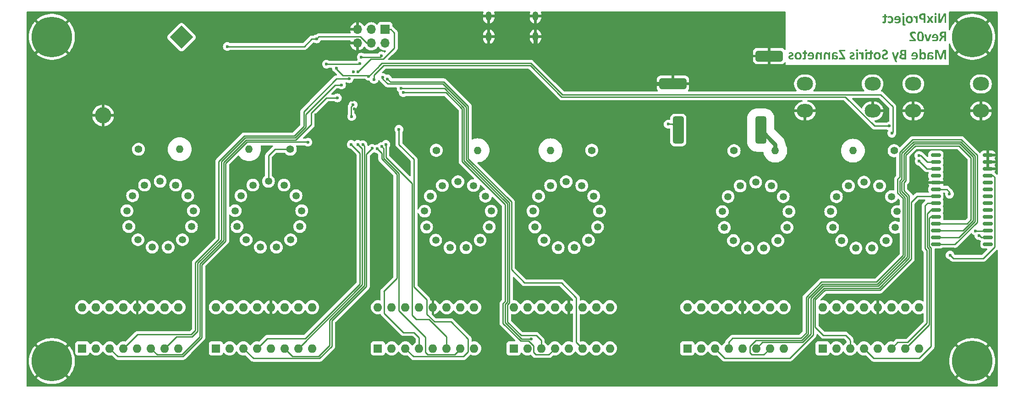
<source format=gbl>
G04 #@! TF.GenerationSoftware,KiCad,Pcbnew,8.0.1*
G04 #@! TF.CreationDate,2025-01-11T23:12:33+02:00*
G04 #@! TF.ProjectId,NixProjectRev02,4e697850-726f-46a6-9563-745265763032,Rev02*
G04 #@! TF.SameCoordinates,Original*
G04 #@! TF.FileFunction,Copper,L2,Bot*
G04 #@! TF.FilePolarity,Positive*
%FSLAX46Y46*%
G04 Gerber Fmt 4.6, Leading zero omitted, Abs format (unit mm)*
G04 Created by KiCad (PCBNEW 8.0.1) date 2025-01-11 23:12:33*
%MOMM*%
%LPD*%
G01*
G04 APERTURE LIST*
G04 Aperture macros list*
%AMRoundRect*
0 Rectangle with rounded corners*
0 $1 Rounding radius*
0 $2 $3 $4 $5 $6 $7 $8 $9 X,Y pos of 4 corners*
0 Add a 4 corners polygon primitive as box body*
4,1,4,$2,$3,$4,$5,$6,$7,$8,$9,$2,$3,0*
0 Add four circle primitives for the rounded corners*
1,1,$1+$1,$2,$3*
1,1,$1+$1,$4,$5*
1,1,$1+$1,$6,$7*
1,1,$1+$1,$8,$9*
0 Add four rect primitives between the rounded corners*
20,1,$1+$1,$2,$3,$4,$5,0*
20,1,$1+$1,$4,$5,$6,$7,0*
20,1,$1+$1,$6,$7,$8,$9,0*
20,1,$1+$1,$8,$9,$2,$3,0*%
%AMRotRect*
0 Rectangle, with rotation*
0 The origin of the aperture is its center*
0 $1 length*
0 $2 width*
0 $3 Rotation angle, in degrees counterclockwise*
0 Add horizontal line*
21,1,$1,$2,0,0,$3*%
G04 Aperture macros list end*
%ADD10C,0.300000*%
G04 #@! TA.AperFunction,NonConductor*
%ADD11C,0.300000*%
G04 #@! TD*
G04 #@! TA.AperFunction,SMDPad,CuDef*
%ADD12RoundRect,0.333333X-0.666667X2.166667X-0.666667X-2.166667X0.666667X-2.166667X0.666667X2.166667X0*%
G04 #@! TD*
G04 #@! TA.AperFunction,SMDPad,CuDef*
%ADD13RoundRect,0.333333X-2.166667X-0.666667X2.166667X-0.666667X2.166667X0.666667X-2.166667X0.666667X0*%
G04 #@! TD*
G04 #@! TA.AperFunction,ComponentPad*
%ADD14O,1.100000X1.700000*%
G04 #@! TD*
G04 #@! TA.AperFunction,ComponentPad*
%ADD15C,1.400000*%
G04 #@! TD*
G04 #@! TA.AperFunction,ComponentPad*
%ADD16O,1.400000X1.400000*%
G04 #@! TD*
G04 #@! TA.AperFunction,ComponentPad*
%ADD17C,7.500000*%
G04 #@! TD*
G04 #@! TA.AperFunction,ComponentPad*
%ADD18R,1.600000X1.600000*%
G04 #@! TD*
G04 #@! TA.AperFunction,ComponentPad*
%ADD19O,1.600000X1.600000*%
G04 #@! TD*
G04 #@! TA.AperFunction,ComponentPad*
%ADD20O,3.000000X2.500000*%
G04 #@! TD*
G04 #@! TA.AperFunction,ComponentPad*
%ADD21R,1.700000X1.700000*%
G04 #@! TD*
G04 #@! TA.AperFunction,ComponentPad*
%ADD22O,1.700000X1.700000*%
G04 #@! TD*
G04 #@! TA.AperFunction,ComponentPad*
%ADD23C,1.346200*%
G04 #@! TD*
G04 #@! TA.AperFunction,SMDPad,CuDef*
%ADD24RoundRect,0.150000X-0.750000X-0.150000X0.750000X-0.150000X0.750000X0.150000X-0.750000X0.150000X0*%
G04 #@! TD*
G04 #@! TA.AperFunction,ComponentPad*
%ADD25RotRect,3.000000X3.000000X225.000000*%
G04 #@! TD*
G04 #@! TA.AperFunction,ComponentPad*
%ADD26C,3.000000*%
G04 #@! TD*
G04 #@! TA.AperFunction,ViaPad*
%ADD27C,0.600000*%
G04 #@! TD*
G04 #@! TA.AperFunction,Conductor*
%ADD28C,0.254000*%
G04 #@! TD*
G04 #@! TA.AperFunction,Conductor*
%ADD29C,0.762000*%
G04 #@! TD*
G04 APERTURE END LIST*
D10*
D11*
G36*
X229640125Y-51411039D02*
G01*
X229651360Y-51467704D01*
X229680669Y-51508736D01*
X229724633Y-51532672D01*
X229776413Y-51540000D01*
X229930286Y-51540000D01*
X230013328Y-51530230D01*
X230077808Y-51494082D01*
X230134961Y-51423251D01*
X230181878Y-51336335D01*
X230196510Y-51306015D01*
X230639078Y-50441884D01*
X230682956Y-50351346D01*
X230717725Y-50275799D01*
X230757559Y-50182197D01*
X230789043Y-50101898D01*
X230791486Y-50101898D01*
X230786845Y-50204235D01*
X230783670Y-50306085D01*
X230781472Y-50409277D01*
X230780742Y-50508904D01*
X230780739Y-50515645D01*
X230780739Y-51478939D01*
X230788555Y-51504340D01*
X230814445Y-51523879D01*
X230864759Y-51536092D01*
X230945359Y-51540000D01*
X231025471Y-51536092D01*
X231074808Y-51524368D01*
X231099232Y-51505806D01*
X231106071Y-51480893D01*
X231106071Y-49886964D01*
X231073012Y-49794400D01*
X231068457Y-49790244D01*
X230975645Y-49758004D01*
X230782205Y-49758004D01*
X230694277Y-49766796D01*
X230630286Y-49796106D01*
X230577529Y-49853258D01*
X230528344Y-49939340D01*
X230526727Y-49942651D01*
X230180390Y-50589895D01*
X230135511Y-50676998D01*
X230120795Y-50705666D01*
X230075727Y-50794204D01*
X230063642Y-50818995D01*
X230019686Y-50909784D01*
X230009909Y-50930369D01*
X229968483Y-51019274D01*
X229959106Y-51039790D01*
X229957641Y-51039790D01*
X229961623Y-50936238D01*
X229963991Y-50840976D01*
X229965457Y-50739860D01*
X229965945Y-50643628D01*
X229965945Y-49816622D01*
X229957641Y-49792198D01*
X229930286Y-49773147D01*
X229879483Y-49761423D01*
X229798394Y-49758004D01*
X229720237Y-49761423D01*
X229671388Y-49773147D01*
X229646964Y-49792686D01*
X229640125Y-49817110D01*
X229640125Y-51411039D01*
G37*
G36*
X228936217Y-51485778D02*
G01*
X228944521Y-51509713D01*
X228972854Y-51526810D01*
X229025610Y-51536580D01*
X229109630Y-51540000D01*
X229193649Y-51536580D01*
X229246406Y-51526810D01*
X229274249Y-51509713D01*
X229282554Y-51485778D01*
X229282554Y-50283614D01*
X229274249Y-50260167D01*
X229246406Y-50242581D01*
X229193649Y-50231346D01*
X229109630Y-50226950D01*
X229025610Y-50231346D01*
X228972854Y-50242581D01*
X228944521Y-50260167D01*
X228936217Y-50283614D01*
X228936217Y-51485778D01*
G37*
G36*
X228909839Y-49848862D02*
G01*
X228923286Y-49949292D01*
X228952337Y-49998339D01*
X229045405Y-50035364D01*
X229110607Y-50039371D01*
X229208304Y-50029480D01*
X229267899Y-49999804D01*
X229305236Y-49909418D01*
X229308443Y-49856189D01*
X229295151Y-49755605D01*
X229266434Y-49706224D01*
X229173345Y-49668317D01*
X229107676Y-49664214D01*
X229006143Y-49675657D01*
X228951360Y-49704759D01*
X228913123Y-49795595D01*
X228909839Y-49848862D01*
G37*
G36*
X227529867Y-51461842D02*
G01*
X227519609Y-51499455D01*
X227539637Y-51523879D01*
X227598743Y-51536580D01*
X227700160Y-51539996D01*
X227704256Y-51540000D01*
X227803907Y-51538046D01*
X227863014Y-51530230D01*
X227894766Y-51515087D01*
X227910397Y-51492616D01*
X228137055Y-51064703D01*
X228363712Y-51492616D01*
X228378855Y-51515087D01*
X228408653Y-51530230D01*
X228464340Y-51538046D01*
X228557641Y-51540000D01*
X228653872Y-51536580D01*
X228706140Y-51523879D01*
X228723237Y-51499455D01*
X228711514Y-51461842D01*
X228372016Y-50868820D01*
X228685136Y-50311946D01*
X228698325Y-50270914D01*
X228681228Y-50244535D01*
X228624075Y-50231346D01*
X228525901Y-50226967D01*
X228517585Y-50226950D01*
X228420865Y-50228904D01*
X228363712Y-50235254D01*
X228333426Y-50247955D01*
X228316817Y-50270425D01*
X228098464Y-50672937D01*
X227881577Y-50270425D01*
X227869364Y-50251374D01*
X227843475Y-50237697D01*
X227794626Y-50229881D01*
X227710118Y-50226950D01*
X227613398Y-50229881D01*
X227561130Y-50242093D01*
X227545987Y-50268471D01*
X227561618Y-50311946D01*
X227866434Y-50859050D01*
X227529867Y-51461842D01*
G37*
G36*
X227254361Y-49790244D02*
G01*
X227256435Y-49792290D01*
X227288066Y-49886964D01*
X227288066Y-51482358D01*
X227279762Y-51507271D01*
X227250942Y-51524856D01*
X227195743Y-51536092D01*
X227108304Y-51540000D01*
X227020376Y-51536092D01*
X226965666Y-51524856D01*
X226936357Y-51507271D01*
X226927076Y-51482358D01*
X226927076Y-50914738D01*
X226778576Y-50914738D01*
X226683328Y-50911492D01*
X226576885Y-50898709D01*
X226473272Y-50873705D01*
X226425971Y-50856995D01*
X226333265Y-50811718D01*
X226253942Y-50754026D01*
X226227056Y-50728567D01*
X226162943Y-50647890D01*
X226118143Y-50560586D01*
X226095474Y-50493034D01*
X226076790Y-50394551D01*
X226072730Y-50322205D01*
X226448848Y-50322205D01*
X226449783Y-50351229D01*
X226468387Y-50447257D01*
X226473433Y-50461415D01*
X226524563Y-50546420D01*
X226536690Y-50558801D01*
X226620307Y-50610411D01*
X226663619Y-50623483D01*
X226764898Y-50633370D01*
X226927076Y-50633370D01*
X226927076Y-50039371D01*
X226773203Y-50039371D01*
X226762700Y-50039436D01*
X226664270Y-50046699D01*
X226657636Y-50047699D01*
X226563154Y-50082847D01*
X226545568Y-50094570D01*
X226482065Y-50170774D01*
X226460558Y-50224516D01*
X226448848Y-50322205D01*
X226072730Y-50322205D01*
X226071249Y-50295826D01*
X226077903Y-50199234D01*
X226101535Y-50100921D01*
X226133271Y-50029046D01*
X226189462Y-49949002D01*
X226244480Y-49896455D01*
X226328681Y-49841535D01*
X226394720Y-49811439D01*
X226490369Y-49783405D01*
X226528777Y-49776261D01*
X226627145Y-49762889D01*
X226648618Y-49761228D01*
X226746824Y-49758004D01*
X227165945Y-49758004D01*
X227254361Y-49790244D01*
G37*
G36*
X225032728Y-50381311D02*
G01*
X225035659Y-50459469D01*
X225043963Y-50507341D01*
X225058129Y-50531765D01*
X225080600Y-50538604D01*
X225105512Y-50533719D01*
X225136775Y-50523461D01*
X225174389Y-50513203D01*
X225219818Y-50508318D01*
X225277459Y-50520530D01*
X225337055Y-50559120D01*
X225401535Y-50628485D01*
X225459531Y-50711883D01*
X225473831Y-50734975D01*
X225473831Y-51485778D01*
X225482135Y-51509713D01*
X225510467Y-51526810D01*
X225563224Y-51536580D01*
X225647243Y-51540000D01*
X225731263Y-51536580D01*
X225784019Y-51526810D01*
X225811863Y-51509713D01*
X225820167Y-51485778D01*
X225820167Y-50281172D01*
X225813328Y-50257236D01*
X225788904Y-50240628D01*
X225742498Y-50230369D01*
X225671667Y-50226950D01*
X225598883Y-50230369D01*
X225554431Y-50240628D01*
X225531472Y-50257725D01*
X225524633Y-50281172D01*
X225524633Y-50431137D01*
X225464116Y-50349973D01*
X225434263Y-50315854D01*
X225360362Y-50248676D01*
X225353175Y-50243558D01*
X225275994Y-50206434D01*
X225198813Y-50195687D01*
X225160711Y-50197641D01*
X225117725Y-50204480D01*
X225079623Y-50215226D01*
X225055687Y-50227927D01*
X225044452Y-50242093D01*
X225038590Y-50264075D01*
X225034193Y-50305596D01*
X225032728Y-50381311D01*
G37*
G36*
X224352553Y-50199705D02*
G01*
X224455208Y-50215532D01*
X224555478Y-50246489D01*
X224601096Y-50266834D01*
X224689919Y-50321047D01*
X224765038Y-50389127D01*
X224799596Y-50431295D01*
X224853232Y-50519034D01*
X224890579Y-50610900D01*
X224912732Y-50694124D01*
X224927624Y-50791731D01*
X224932588Y-50895687D01*
X224929575Y-50983580D01*
X224917705Y-51083449D01*
X224894487Y-51182916D01*
X224881425Y-51221323D01*
X224838089Y-51312026D01*
X224776273Y-51394919D01*
X224750248Y-51420796D01*
X224666847Y-51482719D01*
X224575505Y-51526322D01*
X224487475Y-51551908D01*
X224389286Y-51566874D01*
X224291207Y-51571263D01*
X224199536Y-51567283D01*
X224096728Y-51551609D01*
X223996161Y-51520949D01*
X223950228Y-51500421D01*
X223861076Y-51445810D01*
X223786113Y-51377334D01*
X223751411Y-51334832D01*
X223697880Y-51246969D01*
X223661060Y-51155561D01*
X223639164Y-51072595D01*
X223624445Y-50975161D01*
X223620231Y-50885917D01*
X223975157Y-50885917D01*
X223977698Y-50954473D01*
X223993230Y-51055910D01*
X224003244Y-51091661D01*
X224047941Y-51182428D01*
X224062584Y-51201170D01*
X224142707Y-51262540D01*
X224180784Y-51276965D01*
X224278995Y-51289895D01*
X224324641Y-51287499D01*
X224421632Y-51259609D01*
X224442406Y-51247393D01*
X224512979Y-51174612D01*
X224530470Y-51142056D01*
X224561828Y-51045163D01*
X224571632Y-50982181D01*
X224576971Y-50882009D01*
X224574361Y-50813522D01*
X224558408Y-50712505D01*
X224547967Y-50676723D01*
X224502721Y-50585498D01*
X224488078Y-50566442D01*
X224407955Y-50504898D01*
X224370021Y-50490215D01*
X224273133Y-50477055D01*
X224226855Y-50479489D01*
X224130006Y-50507829D01*
X224106101Y-50522462D01*
X224038660Y-50593803D01*
X224018987Y-50629953D01*
X223989811Y-50723251D01*
X223980323Y-50785917D01*
X223975157Y-50885917D01*
X223620231Y-50885917D01*
X223619539Y-50871263D01*
X223622591Y-50782700D01*
X223634613Y-50682432D01*
X223658129Y-50583056D01*
X223671038Y-50544650D01*
X223713977Y-50453947D01*
X223775366Y-50371053D01*
X223801121Y-50345059D01*
X223884148Y-50283190D01*
X223975645Y-50240139D01*
X224063791Y-50214831D01*
X224162327Y-50200028D01*
X224260921Y-50195687D01*
X224352553Y-50199705D01*
G37*
G36*
X222981577Y-51534626D02*
G01*
X222985080Y-51634941D01*
X222998023Y-51732354D01*
X223006489Y-51767634D01*
X223042158Y-51858841D01*
X223081228Y-51917599D01*
X223158204Y-51984698D01*
X223207257Y-52009434D01*
X223305888Y-52035130D01*
X223384089Y-52040209D01*
X223480809Y-52032882D01*
X223537962Y-52017250D01*
X223562875Y-51996734D01*
X223572156Y-51968890D01*
X223576552Y-51933719D01*
X223578018Y-51883405D01*
X223576064Y-51820390D01*
X223568248Y-51780334D01*
X223556036Y-51758841D01*
X223537962Y-51752002D01*
X223510118Y-51755422D01*
X223463712Y-51758841D01*
X223402163Y-51747606D01*
X223359665Y-51711946D01*
X223334752Y-51649420D01*
X223326577Y-51547960D01*
X223326448Y-51527787D01*
X223326448Y-50284103D01*
X223318143Y-50260167D01*
X223290788Y-50242581D01*
X223238520Y-50231346D01*
X223154501Y-50226950D01*
X223070969Y-50231346D01*
X223018213Y-50242581D01*
X222989881Y-50260167D01*
X222981577Y-50284103D01*
X222981577Y-51534626D01*
G37*
G36*
X222955687Y-49848862D02*
G01*
X222968979Y-49949292D01*
X222997697Y-49998339D01*
X223090786Y-50035364D01*
X223156454Y-50039371D01*
X223258125Y-50028204D01*
X223313258Y-49999804D01*
X223351045Y-49909418D01*
X223354291Y-49856189D01*
X223340844Y-49755605D01*
X223311793Y-49706224D01*
X223218725Y-49668317D01*
X223153524Y-49664214D01*
X223055826Y-49674351D01*
X222996231Y-49704759D01*
X222958894Y-49795595D01*
X222955687Y-49848862D01*
G37*
G36*
X222147489Y-50197978D02*
G01*
X222247736Y-50212563D01*
X222347034Y-50243558D01*
X222389395Y-50263022D01*
X222472693Y-50315560D01*
X222544382Y-50382288D01*
X222578012Y-50423956D01*
X222630668Y-50511508D01*
X222667969Y-50604061D01*
X222692165Y-50697538D01*
X222706317Y-50798635D01*
X222710467Y-50897152D01*
X222707260Y-50989884D01*
X222694629Y-51093882D01*
X222669923Y-51195617D01*
X222656227Y-51234245D01*
X222611018Y-51324743D01*
X222546824Y-51406154D01*
X222520048Y-51431080D01*
X222434670Y-51489957D01*
X222341660Y-51530230D01*
X222252239Y-51553591D01*
X222153237Y-51567255D01*
X222054919Y-51571263D01*
X221983267Y-51569166D01*
X221884926Y-51558562D01*
X221841332Y-51551345D01*
X221743265Y-51529741D01*
X221735598Y-51527602D01*
X221641660Y-51495059D01*
X221592812Y-51468192D01*
X221578157Y-51449141D01*
X221570341Y-51424228D01*
X221565945Y-51388569D01*
X221564480Y-51338255D01*
X221566434Y-51283056D01*
X221574249Y-51248862D01*
X221587927Y-51232254D01*
X221608443Y-51227369D01*
X221662177Y-51242023D01*
X221745219Y-51274263D01*
X221768120Y-51281817D01*
X221864410Y-51306503D01*
X221923684Y-51315992D01*
X222023656Y-51321158D01*
X222076789Y-51318868D01*
X222176552Y-51297711D01*
X222199725Y-51288162D01*
X222281088Y-51229323D01*
X222297774Y-51208749D01*
X222340195Y-51120390D01*
X222349984Y-51078707D01*
X222358757Y-50977264D01*
X221612840Y-50977264D01*
X221535170Y-50946978D01*
X221506838Y-50853189D01*
X221506838Y-50797990D01*
X221507640Y-50758422D01*
X221841939Y-50758422D01*
X222358757Y-50758422D01*
X222357160Y-50734334D01*
X222338729Y-50636301D01*
X222335391Y-50625718D01*
X222289392Y-50537138D01*
X222285297Y-50531956D01*
X222208304Y-50470704D01*
X222192621Y-50463527D01*
X222093510Y-50445792D01*
X222077472Y-50446118D01*
X221980059Y-50466674D01*
X221900558Y-50529323D01*
X221879446Y-50562679D01*
X221848351Y-50657741D01*
X221841939Y-50758422D01*
X221507640Y-50758422D01*
X221507649Y-50758002D01*
X221517348Y-50658388D01*
X221540055Y-50558143D01*
X221544293Y-50544460D01*
X221585445Y-50449255D01*
X221643126Y-50367145D01*
X221656571Y-50352342D01*
X221734230Y-50287599D01*
X221822400Y-50241116D01*
X221887229Y-50219156D01*
X221984728Y-50201055D01*
X222085205Y-50195687D01*
X222147489Y-50197978D01*
G37*
G36*
X220302721Y-51313342D02*
G01*
X220304675Y-51371472D01*
X220310048Y-51410551D01*
X220318353Y-51436441D01*
X220339846Y-51460865D01*
X220396510Y-51496524D01*
X220486880Y-51534138D01*
X220582891Y-51558341D01*
X220597766Y-51561004D01*
X220696866Y-51570902D01*
X220720376Y-51571263D01*
X220822088Y-51565080D01*
X220922044Y-51544429D01*
X220971458Y-51527299D01*
X221060135Y-51480883D01*
X221135536Y-51418573D01*
X221154640Y-51397850D01*
X221212356Y-51315851D01*
X221253726Y-51226817D01*
X221266503Y-51189267D01*
X221289424Y-51091631D01*
X221301141Y-50993441D01*
X221304117Y-50906922D01*
X221300485Y-50807587D01*
X221287929Y-50706551D01*
X221263759Y-50606761D01*
X221258199Y-50589895D01*
X221218609Y-50496037D01*
X221164092Y-50409086D01*
X221129727Y-50368611D01*
X221051789Y-50300370D01*
X220962444Y-50249520D01*
X220934822Y-50238185D01*
X220839511Y-50210669D01*
X220736945Y-50197181D01*
X220687159Y-50195687D01*
X220589601Y-50203711D01*
X220579692Y-50205457D01*
X220483407Y-50230803D01*
X220480530Y-50231835D01*
X220398464Y-50269448D01*
X220346685Y-50305596D01*
X220325680Y-50330997D01*
X220315910Y-50357864D01*
X220310048Y-50398897D01*
X220308094Y-50457515D01*
X220317124Y-50555945D01*
X220321772Y-50569867D01*
X220357431Y-50602107D01*
X220407257Y-50582568D01*
X220468806Y-50539581D01*
X220554291Y-50496594D01*
X220651458Y-50477532D01*
X220672505Y-50477055D01*
X220771331Y-50494227D01*
X220854679Y-50551127D01*
X220878646Y-50581102D01*
X220922106Y-50672808D01*
X220943000Y-50770114D01*
X220949895Y-50873922D01*
X220949965Y-50886406D01*
X220945002Y-50985148D01*
X220932379Y-51061284D01*
X220899446Y-51153848D01*
X220879134Y-51188290D01*
X220807264Y-51255936D01*
X220791207Y-51264494D01*
X220693868Y-51289002D01*
X220668108Y-51289895D01*
X220568897Y-51278267D01*
X220545498Y-51270844D01*
X220455129Y-51227369D01*
X220390648Y-51184382D01*
X220346685Y-51164842D01*
X220326168Y-51171681D01*
X220312979Y-51196106D01*
X220305652Y-51242023D01*
X220302721Y-51313342D01*
G37*
G36*
X219334542Y-51381730D02*
G01*
X219342358Y-51472100D01*
X219362386Y-51516064D01*
X219398534Y-51539023D01*
X219454710Y-51556120D01*
X219525052Y-51567355D01*
X219601256Y-51571263D01*
X219703048Y-51563818D01*
X219780041Y-51544884D01*
X219867627Y-51498913D01*
X219904605Y-51465261D01*
X219958210Y-51382104D01*
X219977390Y-51328974D01*
X219995685Y-51232850D01*
X220000837Y-51134068D01*
X220000837Y-50508318D01*
X220147383Y-50508318D01*
X220187438Y-50476078D01*
X220201063Y-50376930D01*
X220201116Y-50367634D01*
X220197697Y-50300223D01*
X220187438Y-50256748D01*
X220170341Y-50233789D01*
X220146406Y-50226950D01*
X220000837Y-50226950D01*
X220000837Y-49943140D01*
X219993510Y-49917250D01*
X219965666Y-49898199D01*
X219912421Y-49886964D01*
X219828890Y-49883056D01*
X219744870Y-49886964D01*
X219692114Y-49898199D01*
X219664270Y-49917250D01*
X219655966Y-49943140D01*
X219655966Y-50226950D01*
X219389253Y-50226950D01*
X219365317Y-50233789D01*
X219348220Y-50256748D01*
X219337962Y-50300223D01*
X219334542Y-50367634D01*
X219345014Y-50467224D01*
X219348220Y-50476078D01*
X219388276Y-50508318D01*
X219655966Y-50508318D01*
X219655966Y-51088150D01*
X219646074Y-51185592D01*
X219624703Y-51239581D01*
X219535998Y-51288666D01*
X219511863Y-51289895D01*
X219462526Y-51285010D01*
X219423447Y-51274263D01*
X219394138Y-51263028D01*
X219373133Y-51258143D01*
X219357501Y-51263028D01*
X219345778Y-51282568D01*
X219337962Y-51320669D01*
X219334542Y-51381730D01*
G37*
G36*
X231075296Y-53144870D02*
G01*
X231106071Y-53231821D01*
X231106071Y-54842358D01*
X231097766Y-54867271D01*
X231068946Y-54884856D01*
X231013747Y-54896092D01*
X230926308Y-54900000D01*
X230838381Y-54896092D01*
X230783670Y-54885345D01*
X230754361Y-54867759D01*
X230745080Y-54843335D01*
X230745080Y-54180949D01*
X230632240Y-54180949D01*
X230628650Y-54180966D01*
X230530635Y-54198534D01*
X230452965Y-54250314D01*
X230448777Y-54254655D01*
X230391905Y-54335799D01*
X230377922Y-54362146D01*
X230335240Y-54452547D01*
X230175994Y-54840893D01*
X230162316Y-54868736D01*
X230133984Y-54887299D01*
X230079762Y-54897557D01*
X229987927Y-54900000D01*
X229979432Y-54899990D01*
X229879483Y-54897557D01*
X229818911Y-54887787D01*
X229793021Y-54871179D01*
X229787159Y-54845778D01*
X229793998Y-54808653D01*
X229821353Y-54733426D01*
X229971318Y-54388066D01*
X229981245Y-54365249D01*
X230025052Y-54276692D01*
X230028487Y-54270567D01*
X230083670Y-54188764D01*
X230149616Y-54123307D01*
X230224354Y-54076901D01*
X230164980Y-54054782D01*
X230077320Y-54007536D01*
X230039023Y-53979191D01*
X229968876Y-53906420D01*
X229941191Y-53864551D01*
X229902442Y-53774040D01*
X229887577Y-53711132D01*
X229882373Y-53646057D01*
X230253175Y-53646057D01*
X230253251Y-53653159D01*
X230272714Y-53749616D01*
X230330355Y-53829727D01*
X230337676Y-53835827D01*
X230426587Y-53881507D01*
X230460517Y-53890244D01*
X230560921Y-53899581D01*
X230745080Y-53899581D01*
X230745080Y-53399371D01*
X230582903Y-53399371D01*
X230486182Y-53403768D01*
X230423656Y-53414515D01*
X230371879Y-53433262D01*
X230293230Y-53499023D01*
X230268821Y-53547634D01*
X230253175Y-53646057D01*
X229882373Y-53646057D01*
X229879483Y-53609909D01*
X229885561Y-53521312D01*
X229911235Y-53420865D01*
X229941392Y-53357498D01*
X230002581Y-53278227D01*
X230059776Y-53229714D01*
X230148150Y-53180530D01*
X230245182Y-53146907D01*
X230341102Y-53127773D01*
X230423656Y-53120935D01*
X230438320Y-53120090D01*
X230538939Y-53118004D01*
X230999092Y-53118004D01*
X231075296Y-53144870D01*
G37*
G36*
X229101572Y-53557978D02*
G01*
X229201818Y-53572563D01*
X229301116Y-53603558D01*
X229343477Y-53623022D01*
X229426775Y-53675560D01*
X229498464Y-53742288D01*
X229532094Y-53783956D01*
X229584751Y-53871508D01*
X229622051Y-53964061D01*
X229646247Y-54057538D01*
X229660399Y-54158635D01*
X229664549Y-54257152D01*
X229661342Y-54349884D01*
X229648712Y-54453882D01*
X229624005Y-54555617D01*
X229610309Y-54594245D01*
X229565101Y-54684743D01*
X229500907Y-54766154D01*
X229474131Y-54791080D01*
X229388752Y-54849957D01*
X229295743Y-54890230D01*
X229206322Y-54913591D01*
X229107319Y-54927255D01*
X229009002Y-54931263D01*
X228937350Y-54929166D01*
X228839009Y-54918562D01*
X228795414Y-54911345D01*
X228697348Y-54889741D01*
X228689681Y-54887602D01*
X228595743Y-54855059D01*
X228546894Y-54828192D01*
X228532240Y-54809141D01*
X228524424Y-54784228D01*
X228520027Y-54748569D01*
X228518562Y-54698255D01*
X228520516Y-54643056D01*
X228528332Y-54608862D01*
X228542009Y-54592254D01*
X228562526Y-54587369D01*
X228616259Y-54602023D01*
X228699302Y-54634263D01*
X228722202Y-54641817D01*
X228818492Y-54666503D01*
X228877766Y-54675992D01*
X228977739Y-54681158D01*
X229030871Y-54678868D01*
X229130635Y-54657711D01*
X229153807Y-54648162D01*
X229235170Y-54589323D01*
X229251857Y-54568749D01*
X229294277Y-54480390D01*
X229304066Y-54438707D01*
X229312840Y-54337264D01*
X228566922Y-54337264D01*
X228489253Y-54306978D01*
X228460921Y-54213189D01*
X228460921Y-54157990D01*
X228461723Y-54118422D01*
X228796022Y-54118422D01*
X229312840Y-54118422D01*
X229311243Y-54094334D01*
X229292812Y-53996301D01*
X229289473Y-53985718D01*
X229243475Y-53897138D01*
X229239380Y-53891956D01*
X229162386Y-53830704D01*
X229146704Y-53823527D01*
X229047592Y-53805792D01*
X229031554Y-53806118D01*
X228934141Y-53826674D01*
X228854640Y-53889323D01*
X228833528Y-53922679D01*
X228802433Y-54017741D01*
X228796022Y-54118422D01*
X228461723Y-54118422D01*
X228461732Y-54118002D01*
X228471431Y-54018388D01*
X228494138Y-53918143D01*
X228498376Y-53904460D01*
X228539527Y-53809255D01*
X228597208Y-53727145D01*
X228610653Y-53712342D01*
X228688313Y-53647599D01*
X228776482Y-53601116D01*
X228841312Y-53579156D01*
X228938810Y-53561055D01*
X229039288Y-53555687D01*
X229101572Y-53557978D01*
G37*
G36*
X227070202Y-53639706D02*
G01*
X227071179Y-53655826D01*
X227073621Y-53676831D01*
X227078995Y-53703210D01*
X227088276Y-53736915D01*
X227456106Y-54827215D01*
X227474668Y-54864340D01*
X227513258Y-54886810D01*
X227586043Y-54897557D01*
X227688090Y-54899961D01*
X227706210Y-54900000D01*
X227806749Y-54897742D01*
X227824912Y-54896580D01*
X227897208Y-54885345D01*
X227934822Y-54862875D01*
X227953384Y-54827215D01*
X228321702Y-53736915D01*
X228334891Y-53688555D01*
X228340265Y-53657292D01*
X228340753Y-53639706D01*
X228333426Y-53616259D01*
X228306559Y-53599162D01*
X228253803Y-53589881D01*
X228168806Y-53586950D01*
X228078436Y-53590369D01*
X228024214Y-53600139D01*
X227995882Y-53617725D01*
X227982205Y-53645080D01*
X227703279Y-54529727D01*
X227694975Y-54563433D01*
X227686671Y-54529727D01*
X227412142Y-53645080D01*
X227399441Y-53617725D01*
X227371109Y-53600139D01*
X227319330Y-53590369D01*
X227234822Y-53586950D01*
X227151779Y-53589881D01*
X227101953Y-53599162D01*
X227077041Y-53616259D01*
X227070202Y-53639706D01*
G37*
G36*
X226421937Y-53093085D02*
G01*
X226526796Y-53114720D01*
X226618841Y-53151709D01*
X226677978Y-53187491D01*
X226755808Y-53254444D01*
X226820586Y-53337334D01*
X226825399Y-53344956D01*
X226872861Y-53435474D01*
X226907294Y-53528381D01*
X226933426Y-53631402D01*
X226946940Y-53708736D01*
X226959438Y-53813729D01*
X226965941Y-53912312D01*
X226968108Y-54015840D01*
X226967129Y-54094861D01*
X226962779Y-54195305D01*
X226953724Y-54301591D01*
X226940265Y-54400767D01*
X226921043Y-54492254D01*
X226888630Y-54592841D01*
X226842079Y-54688485D01*
X226803825Y-54743898D01*
X226734879Y-54814079D01*
X226652058Y-54868736D01*
X226636852Y-54876308D01*
X226544419Y-54909220D01*
X226447466Y-54926317D01*
X226349685Y-54931263D01*
X226242772Y-54924966D01*
X226137729Y-54903493D01*
X226045847Y-54866782D01*
X225986496Y-54830787D01*
X225908461Y-54763628D01*
X225843614Y-54680669D01*
X225838802Y-54673048D01*
X225791476Y-54582667D01*
X225757368Y-54490084D01*
X225731751Y-54387578D01*
X225718237Y-54310364D01*
X225705739Y-54205251D01*
X225699236Y-54106302D01*
X225697455Y-54020725D01*
X226060990Y-54020725D01*
X226062064Y-54115672D01*
X226065875Y-54213677D01*
X226070215Y-54271713D01*
X226083949Y-54370969D01*
X226089004Y-54396397D01*
X226117655Y-54493091D01*
X226118947Y-54496371D01*
X226168946Y-54580530D01*
X226241242Y-54632798D01*
X226336008Y-54649895D01*
X226362031Y-54648847D01*
X226458129Y-54620097D01*
X226485237Y-54599820D01*
X226541172Y-54516050D01*
X226543170Y-54511359D01*
X226572032Y-54416290D01*
X226588555Y-54316259D01*
X226589487Y-54308318D01*
X226598360Y-54203057D01*
X226602500Y-54101277D01*
X226603698Y-53998743D01*
X226603114Y-53931821D01*
X226599393Y-53825908D01*
X226591486Y-53723726D01*
X226575608Y-53621487D01*
X226548011Y-53526378D01*
X226528961Y-53484994D01*
X226464480Y-53407676D01*
X226428482Y-53386810D01*
X226330146Y-53368108D01*
X226245150Y-53380809D01*
X226176273Y-53422819D01*
X226124982Y-53502930D01*
X226114693Y-53529248D01*
X226089323Y-53625052D01*
X226077996Y-53693266D01*
X226067829Y-53795533D01*
X226066226Y-53820423D01*
X226062119Y-53922054D01*
X226060990Y-54020725D01*
X225697455Y-54020725D01*
X225697069Y-54002163D01*
X225698047Y-53923143D01*
X225702398Y-53822698D01*
X225711453Y-53716412D01*
X225724912Y-53617236D01*
X225743661Y-53525749D01*
X225775707Y-53425162D01*
X225822121Y-53329518D01*
X225860223Y-53274105D01*
X225929282Y-53203924D01*
X226012630Y-53149267D01*
X226027896Y-53141695D01*
X226120586Y-53108784D01*
X226217672Y-53091687D01*
X226315491Y-53086741D01*
X226421937Y-53093085D01*
G37*
G36*
X224314166Y-54758827D02*
G01*
X224317585Y-54824284D01*
X224327843Y-54868248D01*
X224345917Y-54892672D01*
X224370341Y-54900000D01*
X225392742Y-54900000D01*
X225444521Y-54894626D01*
X225480669Y-54874110D01*
X225500697Y-54829169D01*
X225506559Y-54753454D01*
X225502651Y-54677739D01*
X225487508Y-54622051D01*
X225459176Y-54573691D01*
X225414724Y-54522400D01*
X225106978Y-54177529D01*
X225038247Y-54102559D01*
X224973568Y-54023068D01*
X224958967Y-54003140D01*
X224903256Y-53918595D01*
X224871039Y-53859036D01*
X224834678Y-53766896D01*
X224827564Y-53738869D01*
X224815886Y-53641010D01*
X224815840Y-53634822D01*
X224830495Y-53543475D01*
X224872993Y-53468248D01*
X224943824Y-53417934D01*
X225040375Y-53399390D01*
X225043963Y-53399371D01*
X225142398Y-53407576D01*
X225187578Y-53418422D01*
X225279186Y-53452605D01*
X225297487Y-53461409D01*
X225376622Y-53504884D01*
X225425959Y-53524424D01*
X225446964Y-53516608D01*
X225461618Y-53490718D01*
X225470411Y-53441381D01*
X225473831Y-53366154D01*
X225471877Y-53315840D01*
X225466015Y-53280669D01*
X225454780Y-53254291D01*
X225430844Y-53227424D01*
X225367341Y-53187857D01*
X225274553Y-53148032D01*
X225254012Y-53140963D01*
X225159645Y-53113985D01*
X225105512Y-53102372D01*
X225006809Y-53089320D01*
X224936496Y-53086741D01*
X224837395Y-53091687D01*
X224734279Y-53109959D01*
X224694207Y-53121912D01*
X224604498Y-53160895D01*
X224521772Y-53219609D01*
X224455414Y-53297370D01*
X224419190Y-53368108D01*
X224392890Y-53463178D01*
X224385484Y-53553244D01*
X224391340Y-53656045D01*
X224402093Y-53725191D01*
X224432060Y-53824436D01*
X224470969Y-53907397D01*
X224524598Y-53996902D01*
X224583812Y-54080021D01*
X224618004Y-54123796D01*
X224683243Y-54201400D01*
X224752237Y-54277607D01*
X224821739Y-54350406D01*
X224869085Y-54398325D01*
X225076692Y-54618632D01*
X224376203Y-54618632D01*
X224350802Y-54626448D01*
X224330774Y-54650872D01*
X224318562Y-54694836D01*
X224314166Y-54758827D01*
G37*
G36*
X229034403Y-58202358D02*
G01*
X229042219Y-58227271D01*
X229069574Y-58244856D01*
X229122330Y-58256092D01*
X229205861Y-58260000D01*
X229288904Y-58256092D01*
X229340683Y-58244856D01*
X229368039Y-58227271D01*
X229376343Y-58202358D01*
X229376343Y-56759371D01*
X229379274Y-56759371D01*
X229894626Y-58200893D01*
X229912700Y-58230690D01*
X229946406Y-58249253D01*
X230000628Y-58258046D01*
X230079762Y-58260000D01*
X230159874Y-58256580D01*
X230214096Y-58245833D01*
X230247801Y-58227271D01*
X230263921Y-58200893D01*
X230761200Y-56759371D01*
X230764131Y-56759371D01*
X230764131Y-58202358D01*
X230771946Y-58227271D01*
X230799790Y-58244856D01*
X230852547Y-58256092D01*
X230935589Y-58260000D01*
X231018632Y-58256092D01*
X231071388Y-58244856D01*
X231098743Y-58227271D01*
X231106071Y-58202358D01*
X231106071Y-56622107D01*
X231079641Y-56527529D01*
X231068946Y-56515129D01*
X230977870Y-56478149D01*
X230970272Y-56478004D01*
X230733845Y-56478004D01*
X230633990Y-56486429D01*
X230625401Y-56488262D01*
X230547243Y-56522456D01*
X230492044Y-56585471D01*
X230454497Y-56678606D01*
X230453454Y-56682191D01*
X230069016Y-57739274D01*
X230063642Y-57739274D01*
X229665038Y-56685122D01*
X229628573Y-56592929D01*
X229625959Y-56587913D01*
X229576622Y-56523433D01*
X229509699Y-56488262D01*
X229420307Y-56478004D01*
X229177529Y-56478004D01*
X229113538Y-56487773D01*
X229069574Y-56515617D01*
X229043684Y-56561046D01*
X229034403Y-56622107D01*
X229034403Y-58202358D01*
G37*
G36*
X228232770Y-56916957D02*
G01*
X228334891Y-56926434D01*
X228376829Y-56932745D01*
X228475575Y-56953789D01*
X228495332Y-56959050D01*
X228588415Y-56989937D01*
X228655826Y-57030481D01*
X228681716Y-57076887D01*
X228688555Y-57146741D01*
X228684647Y-57206824D01*
X228672923Y-57252254D01*
X228653384Y-57281074D01*
X228626517Y-57290844D01*
X228569853Y-57271304D01*
X228482414Y-57228318D01*
X228455303Y-57216838D01*
X228362247Y-57185331D01*
X228308712Y-57173424D01*
X228207885Y-57165792D01*
X228195709Y-57165916D01*
X228097487Y-57179958D01*
X228026168Y-57223921D01*
X227987578Y-57298171D01*
X227986158Y-57303787D01*
X227975854Y-57402219D01*
X227975854Y-57478422D01*
X228095533Y-57478422D01*
X228184178Y-57480393D01*
X228284020Y-57488154D01*
X228382274Y-57503335D01*
X228397564Y-57506493D01*
X228495725Y-57534476D01*
X228588904Y-57579050D01*
X228653712Y-57629166D01*
X228713956Y-57708988D01*
X228745464Y-57794717D01*
X228755966Y-57894612D01*
X228750565Y-57970438D01*
X228723237Y-58067048D01*
X228697284Y-58114930D01*
X228630425Y-58190635D01*
X228582340Y-58224569D01*
X228488764Y-58265861D01*
X228408744Y-58284094D01*
X228309490Y-58291263D01*
X228287514Y-58290829D01*
X228189954Y-58277338D01*
X228094556Y-58241926D01*
X228082548Y-58235634D01*
X227997719Y-58180544D01*
X227922121Y-58111500D01*
X227922121Y-58209197D01*
X227910397Y-58239483D01*
X227870830Y-58255115D01*
X227780460Y-58260000D01*
X227693510Y-58255603D01*
X227650034Y-58239972D01*
X227636357Y-58209685D01*
X227636357Y-57697264D01*
X227975854Y-57697264D01*
X227975854Y-57899986D01*
X228018946Y-57943749D01*
X228099930Y-58005498D01*
X228135204Y-58022736D01*
X228233775Y-58041158D01*
X228279434Y-58037796D01*
X228369085Y-57998660D01*
X228390457Y-57975212D01*
X228417934Y-57881423D01*
X228400837Y-57803265D01*
X228346615Y-57745136D01*
X228344273Y-57743652D01*
X228250383Y-57709476D01*
X228206861Y-57702523D01*
X228107745Y-57697264D01*
X227975854Y-57697264D01*
X227636357Y-57697264D01*
X227636357Y-57393914D01*
X227636475Y-57378416D01*
X227643928Y-57277411D01*
X227666643Y-57178004D01*
X227699969Y-57104861D01*
X227762875Y-57029504D01*
X227837979Y-56978946D01*
X227931402Y-56943531D01*
X227978078Y-56932681D01*
X228075429Y-56919602D01*
X228177599Y-56915687D01*
X228232770Y-56916957D01*
G37*
G36*
X226392672Y-56357348D02*
G01*
X226445429Y-56369071D01*
X226472784Y-56387634D01*
X226480111Y-56412547D01*
X226480111Y-57079818D01*
X226485272Y-57074819D01*
X226563032Y-57008988D01*
X226646685Y-56957697D01*
X226735101Y-56926189D01*
X226833286Y-56915687D01*
X226873317Y-56916891D01*
X226970587Y-56931297D01*
X227064340Y-56965024D01*
X227076730Y-56971357D01*
X227161501Y-57029439D01*
X227231891Y-57106196D01*
X227252169Y-57135684D01*
X227300575Y-57228275D01*
X227334473Y-57327480D01*
X227354219Y-57420459D01*
X227365768Y-57521403D01*
X227369155Y-57620083D01*
X227367846Y-57678674D01*
X227359511Y-57776287D01*
X227341800Y-57878004D01*
X227334320Y-57908061D01*
X227299966Y-58005808D01*
X227252896Y-58091960D01*
X227245124Y-58103234D01*
X227177954Y-58178539D01*
X227095115Y-58237529D01*
X227057316Y-58255790D01*
X226957232Y-58283706D01*
X226858199Y-58291263D01*
X226826928Y-58290385D01*
X226723131Y-58273488D01*
X226628122Y-58235087D01*
X226583046Y-58208359D01*
X226501688Y-58147312D01*
X226429309Y-58077794D01*
X226429309Y-58207732D01*
X226421981Y-58231667D01*
X226397069Y-58248276D01*
X226352616Y-58257557D01*
X226280809Y-58260000D01*
X226211933Y-58257557D01*
X226166992Y-58247787D01*
X226143545Y-58230690D01*
X226136706Y-58205289D01*
X226136706Y-57803265D01*
X226480111Y-57803265D01*
X226496357Y-57824079D01*
X226561200Y-57899986D01*
X226633496Y-57963977D01*
X226701884Y-57999148D01*
X226771249Y-58009895D01*
X226797301Y-58008676D01*
X226889951Y-57975212D01*
X226906718Y-57961216D01*
X226964689Y-57881912D01*
X226980612Y-57843749D01*
X227005233Y-57749043D01*
X227012186Y-57697535D01*
X227017445Y-57596636D01*
X227016062Y-57550564D01*
X227003279Y-57451556D01*
X226995036Y-57416995D01*
X226959316Y-57323572D01*
X226949539Y-57306132D01*
X226880669Y-57231737D01*
X226861699Y-57219950D01*
X226764410Y-57197055D01*
X226709615Y-57204336D01*
X226622260Y-57248834D01*
X226618011Y-57252115D01*
X226543864Y-57321615D01*
X226480111Y-57398311D01*
X226480111Y-57803265D01*
X226136706Y-57803265D01*
X226136706Y-56411570D01*
X226145010Y-56387145D01*
X226172365Y-56369071D01*
X226224633Y-56357348D01*
X226308653Y-56352951D01*
X226392672Y-56357348D01*
G37*
G36*
X225305061Y-56917978D02*
G01*
X225405307Y-56932563D01*
X225504605Y-56963558D01*
X225546966Y-56983022D01*
X225630264Y-57035560D01*
X225701953Y-57102288D01*
X225735583Y-57143956D01*
X225788240Y-57231508D01*
X225825540Y-57324061D01*
X225849736Y-57417538D01*
X225863888Y-57518635D01*
X225868039Y-57617152D01*
X225864831Y-57709884D01*
X225852201Y-57813882D01*
X225827494Y-57915617D01*
X225813799Y-57954245D01*
X225768590Y-58044743D01*
X225704396Y-58126154D01*
X225677620Y-58151080D01*
X225592242Y-58209957D01*
X225499232Y-58250230D01*
X225409811Y-58273591D01*
X225310808Y-58287255D01*
X225212491Y-58291263D01*
X225140839Y-58289166D01*
X225042498Y-58278562D01*
X224998903Y-58271345D01*
X224900837Y-58249741D01*
X224893170Y-58247602D01*
X224799232Y-58215059D01*
X224750383Y-58188192D01*
X224735729Y-58169141D01*
X224727913Y-58144228D01*
X224723517Y-58108569D01*
X224722051Y-58058255D01*
X224724005Y-58003056D01*
X224731821Y-57968862D01*
X224745498Y-57952254D01*
X224766015Y-57947369D01*
X224819748Y-57962023D01*
X224902791Y-57994263D01*
X224925691Y-58001817D01*
X225021981Y-58026503D01*
X225081255Y-58035992D01*
X225181228Y-58041158D01*
X225234360Y-58038868D01*
X225334124Y-58017711D01*
X225357296Y-58008162D01*
X225438660Y-57949323D01*
X225455346Y-57928749D01*
X225497766Y-57840390D01*
X225507555Y-57798707D01*
X225516329Y-57697264D01*
X224770411Y-57697264D01*
X224692742Y-57666978D01*
X224664410Y-57573189D01*
X224664410Y-57517990D01*
X224665212Y-57478422D01*
X224999511Y-57478422D01*
X225516329Y-57478422D01*
X225514732Y-57454334D01*
X225496301Y-57356301D01*
X225492962Y-57345718D01*
X225446964Y-57257138D01*
X225442869Y-57251956D01*
X225365875Y-57190704D01*
X225350193Y-57183527D01*
X225251081Y-57165792D01*
X225235043Y-57166118D01*
X225137630Y-57186674D01*
X225058129Y-57249323D01*
X225037018Y-57282679D01*
X225005922Y-57377741D01*
X224999511Y-57478422D01*
X224665212Y-57478422D01*
X224665221Y-57478002D01*
X224674920Y-57378388D01*
X224697627Y-57278143D01*
X224701865Y-57264460D01*
X224743016Y-57169255D01*
X224800697Y-57087145D01*
X224814143Y-57072342D01*
X224891802Y-57007599D01*
X224979972Y-56961116D01*
X225044801Y-56939156D01*
X225142300Y-56921055D01*
X225242777Y-56915687D01*
X225305061Y-56917978D01*
G37*
G36*
X223703070Y-56504870D02*
G01*
X223733845Y-56592309D01*
X223733845Y-58145694D01*
X223703070Y-58233133D01*
X223626866Y-58260000D01*
X223154012Y-58260000D01*
X223058121Y-58257209D01*
X222960083Y-58247299D01*
X222890813Y-58234325D01*
X222795952Y-58207243D01*
X222744449Y-58186705D01*
X222654780Y-58137878D01*
X222616550Y-58109742D01*
X222544870Y-58036762D01*
X222515669Y-57994383D01*
X222473063Y-57901939D01*
X222455031Y-57831895D01*
X222447093Y-57736831D01*
X222821842Y-57736831D01*
X222821926Y-57744050D01*
X222843335Y-57840879D01*
X222902442Y-57917083D01*
X222991835Y-57963000D01*
X223019007Y-57969839D01*
X223118841Y-57978632D01*
X223379692Y-57978632D01*
X223379692Y-57478422D01*
X223165247Y-57478422D01*
X223101796Y-57480500D01*
X223005024Y-57496008D01*
X222989858Y-57500641D01*
X222902930Y-57546322D01*
X222900446Y-57548383D01*
X222842358Y-57627411D01*
X222837550Y-57639592D01*
X222821842Y-57736831D01*
X222447093Y-57736831D01*
X222446685Y-57731946D01*
X222450600Y-57667077D01*
X222474528Y-57570258D01*
X222493581Y-57526886D01*
X222549267Y-57444228D01*
X222577234Y-57415588D01*
X222660642Y-57356789D01*
X222705743Y-57335705D01*
X222799860Y-57308918D01*
X222781711Y-57301562D01*
X222694836Y-57250300D01*
X222683577Y-57241087D01*
X222617166Y-57166769D01*
X222607626Y-57151570D01*
X222569295Y-57061256D01*
X222562823Y-57035473D01*
X222557951Y-56988471D01*
X222913677Y-56988471D01*
X222928820Y-57081284D01*
X222975226Y-57157976D01*
X223052896Y-57209755D01*
X223078083Y-57217876D01*
X223177459Y-57228318D01*
X223379692Y-57228318D01*
X223379692Y-56759371D01*
X223196999Y-56759371D01*
X223161876Y-56760119D01*
X223063154Y-56775003D01*
X222980111Y-56818967D01*
X222930286Y-56890774D01*
X222913677Y-56988471D01*
X222557951Y-56988471D01*
X222552686Y-56937669D01*
X222552727Y-56930341D01*
X222563066Y-56827759D01*
X222594207Y-56733482D01*
X222640726Y-56658971D01*
X222712909Y-56590355D01*
X222717769Y-56586842D01*
X222805116Y-56538283D01*
X222903419Y-56505847D01*
X222971146Y-56492388D01*
X223073831Y-56481294D01*
X223180390Y-56478004D01*
X223626866Y-56478004D01*
X223703070Y-56504870D01*
G37*
G36*
X221502930Y-58260000D02*
G01*
X221650942Y-58695240D01*
X221718353Y-58745066D01*
X221817822Y-58758730D01*
X221879064Y-58760209D01*
X221967480Y-58755324D01*
X222016817Y-58739204D01*
X222034403Y-58711849D01*
X222026099Y-58671793D01*
X221862456Y-58260000D01*
X221895184Y-58235087D01*
X221916189Y-58198939D01*
X222338241Y-57084214D01*
X222355826Y-57011919D01*
X222339706Y-56972351D01*
X222284019Y-56952323D01*
X222184007Y-56946955D01*
X222179972Y-56946950D01*
X222087159Y-56948904D01*
X222033426Y-56959162D01*
X222004605Y-56984563D01*
X221985066Y-57032435D01*
X221696371Y-57844298D01*
X221692463Y-57844298D01*
X221428681Y-57016315D01*
X221407676Y-56969420D01*
X221364200Y-56952323D01*
X221262887Y-56946955D01*
X221258199Y-56946950D01*
X221160013Y-56952323D01*
X221102372Y-56972840D01*
X221083810Y-57012896D01*
X221094556Y-57072002D01*
X221502930Y-58260000D01*
G37*
G36*
X219180669Y-57725596D02*
G01*
X219188020Y-57825934D01*
X219212571Y-57923781D01*
X219232937Y-57971793D01*
X219285778Y-58057812D01*
X219352830Y-58130368D01*
X219374598Y-58148625D01*
X219458280Y-58203963D01*
X219553743Y-58246024D01*
X219583182Y-58255603D01*
X219683081Y-58278691D01*
X219788302Y-58290009D01*
X219838660Y-58291263D01*
X219938351Y-58286471D01*
X220010118Y-58276120D01*
X220105557Y-58253509D01*
X220149337Y-58239483D01*
X220240004Y-58200374D01*
X220250453Y-58194542D01*
X220309071Y-58153021D01*
X220334473Y-58101242D01*
X220341800Y-58004521D01*
X220339357Y-57933203D01*
X220330076Y-57886796D01*
X220313468Y-57861395D01*
X220289532Y-57853579D01*
X220235310Y-57878004D01*
X220148829Y-57929910D01*
X220145429Y-57931737D01*
X220055229Y-57971345D01*
X220014026Y-57985471D01*
X219915096Y-58005864D01*
X219837683Y-58009895D01*
X219739550Y-57998931D01*
X219719469Y-57993286D01*
X219631053Y-57946880D01*
X219575366Y-57872142D01*
X219555846Y-57775901D01*
X219555826Y-57772491D01*
X219583107Y-57676745D01*
X219589043Y-57668443D01*
X219662026Y-57599842D01*
X219675017Y-57591263D01*
X219762395Y-57543177D01*
X219795184Y-57528248D01*
X219885124Y-57487876D01*
X219933914Y-57465722D01*
X220021536Y-57420766D01*
X220072644Y-57390495D01*
X220150955Y-57331495D01*
X220192812Y-57289867D01*
X220251125Y-57208389D01*
X220278785Y-57151625D01*
X220305249Y-57051608D01*
X220311514Y-56960139D01*
X220303694Y-56861312D01*
X220277781Y-56766424D01*
X220264131Y-56735436D01*
X220212518Y-56651601D01*
X220141611Y-56578267D01*
X220136636Y-56574235D01*
X220048953Y-56518304D01*
X219953884Y-56480508D01*
X219947103Y-56478492D01*
X219848836Y-56456787D01*
X219745519Y-56447237D01*
X219715073Y-56446741D01*
X219616612Y-56453002D01*
X219589043Y-56456999D01*
X219491655Y-56477712D01*
X219470830Y-56483866D01*
X219378495Y-56519786D01*
X219373133Y-56522456D01*
X219316957Y-56557627D01*
X219298394Y-56581563D01*
X219290090Y-56606964D01*
X219285205Y-56646531D01*
X219283740Y-56706127D01*
X219285694Y-56773538D01*
X219292533Y-56818967D01*
X219306699Y-56844856D01*
X219330635Y-56853161D01*
X219378995Y-56833621D01*
X219459595Y-56790146D01*
X219551506Y-56753709D01*
X219570969Y-56747648D01*
X219668114Y-56729654D01*
X219709699Y-56728108D01*
X219807215Y-56740988D01*
X219812770Y-56742763D01*
X219886531Y-56782819D01*
X219930495Y-56844368D01*
X219944661Y-56920083D01*
X219918183Y-57014376D01*
X219912421Y-57022665D01*
X219839171Y-57091267D01*
X219825959Y-57099846D01*
X219736383Y-57148206D01*
X219702861Y-57163349D01*
X219611408Y-57203500D01*
X219562665Y-57225875D01*
X219474471Y-57270411D01*
X219422470Y-57300614D01*
X219342480Y-57359614D01*
X219300348Y-57401242D01*
X219241387Y-57482529D01*
X219213886Y-57538995D01*
X219187027Y-57636986D01*
X219180669Y-57725596D01*
G37*
G36*
X218426245Y-56919705D02*
G01*
X218528900Y-56935532D01*
X218629169Y-56966489D01*
X218674787Y-56986834D01*
X218763611Y-57041047D01*
X218838729Y-57109127D01*
X218873287Y-57151295D01*
X218926924Y-57239034D01*
X218964270Y-57330900D01*
X218986424Y-57414124D01*
X219001316Y-57511731D01*
X219006280Y-57615687D01*
X219003266Y-57703580D01*
X218991396Y-57803449D01*
X218968178Y-57902916D01*
X218955117Y-57941323D01*
X218911781Y-58032026D01*
X218849965Y-58114919D01*
X218823940Y-58140796D01*
X218740539Y-58202719D01*
X218649197Y-58246322D01*
X218561167Y-58271908D01*
X218462977Y-58286874D01*
X218364898Y-58291263D01*
X218273227Y-58287283D01*
X218170420Y-58271609D01*
X218069853Y-58240949D01*
X218023920Y-58220421D01*
X217934768Y-58165810D01*
X217859804Y-58097334D01*
X217825103Y-58054832D01*
X217771571Y-57966969D01*
X217734752Y-57875561D01*
X217712856Y-57792595D01*
X217698137Y-57695161D01*
X217693922Y-57605917D01*
X218048848Y-57605917D01*
X218051390Y-57674473D01*
X218066922Y-57775910D01*
X218076936Y-57811661D01*
X218121632Y-57902428D01*
X218136276Y-57921170D01*
X218216399Y-57982540D01*
X218254476Y-57996965D01*
X218352686Y-58009895D01*
X218398333Y-58007499D01*
X218495324Y-57979609D01*
X218516098Y-57967393D01*
X218586671Y-57894612D01*
X218604162Y-57862056D01*
X218635519Y-57765163D01*
X218645324Y-57702181D01*
X218650662Y-57602009D01*
X218648052Y-57533522D01*
X218632100Y-57432505D01*
X218621659Y-57396723D01*
X218576413Y-57305498D01*
X218561769Y-57286442D01*
X218481646Y-57224898D01*
X218443712Y-57210215D01*
X218346824Y-57197055D01*
X218300547Y-57199489D01*
X218203698Y-57227829D01*
X218179792Y-57242462D01*
X218112351Y-57313803D01*
X218092678Y-57349953D01*
X218063503Y-57443251D01*
X218054014Y-57505917D01*
X218048848Y-57605917D01*
X217693922Y-57605917D01*
X217693230Y-57591263D01*
X217696283Y-57502700D01*
X217708305Y-57402432D01*
X217731821Y-57303056D01*
X217744729Y-57264650D01*
X217787669Y-57173947D01*
X217849057Y-57091053D01*
X217874813Y-57065059D01*
X217957840Y-57003190D01*
X218049337Y-56960139D01*
X218137482Y-56934831D01*
X218236018Y-56920028D01*
X218334612Y-56915687D01*
X218426245Y-56919705D01*
G37*
G36*
X217280460Y-56606964D02*
G01*
X217333705Y-56618199D01*
X217361549Y-56637250D01*
X217368876Y-56663140D01*
X217368876Y-56946950D01*
X217514445Y-56946950D01*
X217538381Y-56953789D01*
X217555478Y-56976748D01*
X217565736Y-57020223D01*
X217569155Y-57087634D01*
X217569102Y-57096930D01*
X217555478Y-57196078D01*
X217515422Y-57228318D01*
X217368876Y-57228318D01*
X217368876Y-57854068D01*
X217363724Y-57952850D01*
X217345429Y-58048974D01*
X217326249Y-58102104D01*
X217272644Y-58185261D01*
X217235666Y-58218913D01*
X217148080Y-58264884D01*
X217071087Y-58283818D01*
X216969295Y-58291263D01*
X216893091Y-58287355D01*
X216822749Y-58276120D01*
X216766085Y-58259023D01*
X216728960Y-58234598D01*
X216709420Y-58190635D01*
X216702581Y-58101730D01*
X216706001Y-58040669D01*
X216713817Y-58002568D01*
X216725540Y-57983028D01*
X216741172Y-57978143D01*
X216762177Y-57983028D01*
X216791486Y-57994263D01*
X216830565Y-58005010D01*
X216879902Y-58009895D01*
X216904037Y-58008666D01*
X216992742Y-57959581D01*
X217014113Y-57905592D01*
X217024005Y-57808150D01*
X217024005Y-57228318D01*
X216472993Y-57228318D01*
X216472993Y-58205778D01*
X216464689Y-58229713D01*
X216437334Y-58246322D01*
X216384577Y-58256580D01*
X216300069Y-58260000D01*
X216217027Y-58256580D01*
X216164270Y-58246322D01*
X216136427Y-58229713D01*
X216128122Y-58205778D01*
X216128122Y-57042205D01*
X216151081Y-56971374D01*
X216231193Y-56946950D01*
X217024005Y-56946950D01*
X217024005Y-56663140D01*
X217032309Y-56637250D01*
X217060153Y-56618199D01*
X217112909Y-56606964D01*
X217196929Y-56603056D01*
X217280460Y-56606964D01*
G37*
G36*
X216363784Y-56388317D02*
G01*
X216456873Y-56426224D01*
X216485591Y-56475605D01*
X216498883Y-56576189D01*
X216495676Y-56629418D01*
X216458339Y-56719804D01*
X216398743Y-56749480D01*
X216301046Y-56759371D01*
X216235845Y-56755364D01*
X216142777Y-56718339D01*
X216113725Y-56669292D01*
X216100279Y-56568862D01*
X216103563Y-56515595D01*
X216141800Y-56424759D01*
X216196583Y-56395657D01*
X216298115Y-56384214D01*
X216363784Y-56388317D01*
G37*
G36*
X215001186Y-57101311D02*
G01*
X215004117Y-57179469D01*
X215012421Y-57227341D01*
X215026587Y-57251765D01*
X215049057Y-57258604D01*
X215073970Y-57253719D01*
X215105233Y-57243461D01*
X215142847Y-57233203D01*
X215188276Y-57228318D01*
X215245917Y-57240530D01*
X215305512Y-57279120D01*
X215369993Y-57348485D01*
X215427989Y-57431883D01*
X215442288Y-57454975D01*
X215442288Y-58205778D01*
X215450593Y-58229713D01*
X215478925Y-58246810D01*
X215531681Y-58256580D01*
X215615701Y-58260000D01*
X215699720Y-58256580D01*
X215752477Y-58246810D01*
X215780321Y-58229713D01*
X215788625Y-58205778D01*
X215788625Y-57001172D01*
X215781786Y-56977236D01*
X215757362Y-56960628D01*
X215710956Y-56950369D01*
X215640125Y-56946950D01*
X215567341Y-56950369D01*
X215522889Y-56960628D01*
X215499930Y-56977725D01*
X215493091Y-57001172D01*
X215493091Y-57151137D01*
X215432574Y-57069973D01*
X215402721Y-57035854D01*
X215328819Y-56968676D01*
X215321632Y-56963558D01*
X215244452Y-56926434D01*
X215167271Y-56915687D01*
X215129169Y-56917641D01*
X215086182Y-56924480D01*
X215048080Y-56935226D01*
X215024145Y-56947927D01*
X215012909Y-56962093D01*
X215007048Y-56984075D01*
X215002651Y-57025596D01*
X215001186Y-57101311D01*
G37*
G36*
X214447732Y-58205778D02*
G01*
X214456036Y-58229713D01*
X214484368Y-58246810D01*
X214537124Y-58256580D01*
X214621144Y-58260000D01*
X214705163Y-58256580D01*
X214757920Y-58246810D01*
X214785764Y-58229713D01*
X214794068Y-58205778D01*
X214794068Y-57003614D01*
X214785764Y-56980167D01*
X214757920Y-56962581D01*
X214705163Y-56951346D01*
X214621144Y-56946950D01*
X214537124Y-56951346D01*
X214484368Y-56962581D01*
X214456036Y-56980167D01*
X214447732Y-57003614D01*
X214447732Y-58205778D01*
G37*
G36*
X214421353Y-56568862D02*
G01*
X214434800Y-56669292D01*
X214463852Y-56718339D01*
X214556920Y-56755364D01*
X214622121Y-56759371D01*
X214719818Y-56749480D01*
X214779413Y-56719804D01*
X214816751Y-56629418D01*
X214819958Y-56576189D01*
X214806665Y-56475605D01*
X214777948Y-56426224D01*
X214684859Y-56388317D01*
X214619190Y-56384214D01*
X214517657Y-56395657D01*
X214462875Y-56424759D01*
X214424638Y-56515595D01*
X214421353Y-56568862D01*
G37*
G36*
X213243126Y-57868722D02*
G01*
X213252896Y-57966542D01*
X213282205Y-58051905D01*
X213340149Y-58136922D01*
X213393091Y-58184773D01*
X213481671Y-58236172D01*
X213562107Y-58264396D01*
X213663590Y-58284546D01*
X213766494Y-58291236D01*
X213773621Y-58291263D01*
X213873364Y-58284943D01*
X213905024Y-58280027D01*
X214001147Y-58256895D01*
X214016887Y-58251695D01*
X214099441Y-58216036D01*
X214147313Y-58182330D01*
X214170760Y-58135436D01*
X214179064Y-58043112D01*
X214176622Y-57979120D01*
X214168318Y-57940530D01*
X214154152Y-57920990D01*
X214133635Y-57916106D01*
X214089183Y-57935645D01*
X214015422Y-57978143D01*
X213924103Y-58017349D01*
X213913328Y-58021130D01*
X213816608Y-58039906D01*
X213780460Y-58041158D01*
X213697418Y-58031877D01*
X213633914Y-58004521D01*
X213593370Y-57959092D01*
X213579692Y-57896078D01*
X213605094Y-57825736D01*
X213672505Y-57774445D01*
X213764443Y-57734605D01*
X213767759Y-57733412D01*
X213862327Y-57697081D01*
X213876203Y-57691402D01*
X213964612Y-57648786D01*
X213984647Y-57637669D01*
X214066023Y-57577171D01*
X214079413Y-57563907D01*
X214136715Y-57480857D01*
X214146824Y-57458394D01*
X214169745Y-57362220D01*
X214172226Y-57310872D01*
X214160171Y-57212032D01*
X214138032Y-57150160D01*
X214083039Y-57066965D01*
X214038869Y-57025108D01*
X213952311Y-56971713D01*
X213881577Y-56944508D01*
X213783147Y-56922892D01*
X213680665Y-56915715D01*
X213673482Y-56915687D01*
X213575227Y-56922419D01*
X213561618Y-56924480D01*
X213465703Y-56944695D01*
X213462944Y-56945484D01*
X213389183Y-56973328D01*
X213345708Y-56998729D01*
X213327145Y-57020223D01*
X213318841Y-57045624D01*
X213313956Y-57082260D01*
X213312002Y-57135994D01*
X213313956Y-57198032D01*
X213320795Y-57235645D01*
X213333984Y-57254696D01*
X213353035Y-57259581D01*
X213392114Y-57244926D01*
X213457083Y-57212686D01*
X213547941Y-57180935D01*
X213644927Y-57166161D01*
X213665177Y-57165792D01*
X213746266Y-57175073D01*
X213802442Y-57200963D01*
X213835659Y-57240530D01*
X213846406Y-57288890D01*
X213820516Y-57360209D01*
X213751639Y-57410523D01*
X213661651Y-57449163D01*
X213654919Y-57451556D01*
X213562248Y-57486486D01*
X213545010Y-57493565D01*
X213455485Y-57535239D01*
X213435101Y-57546322D01*
X213354258Y-57604095D01*
X213337892Y-57620083D01*
X213279797Y-57702340D01*
X213269504Y-57724619D01*
X213245212Y-57823552D01*
X213243126Y-57868722D01*
G37*
G36*
X211244242Y-58121270D02*
G01*
X211247662Y-58186727D01*
X211257920Y-58230202D01*
X211275017Y-58253649D01*
X211297976Y-58260000D01*
X212346266Y-58260000D01*
X212431263Y-58229713D01*
X212460572Y-58140321D01*
X212460572Y-58081702D01*
X212457152Y-58033342D01*
X212445429Y-57987913D01*
X212421493Y-57936133D01*
X212382414Y-57869211D01*
X211692184Y-56759371D01*
X212376552Y-56759371D01*
X212404884Y-56752044D01*
X212424424Y-56728597D01*
X212435170Y-56685610D01*
X212438590Y-56620642D01*
X212435170Y-56552742D01*
X212424424Y-56508290D01*
X212404884Y-56484842D01*
X212376552Y-56478004D01*
X211394207Y-56478004D01*
X211311165Y-56506336D01*
X211284298Y-56585471D01*
X211284298Y-56651416D01*
X211287718Y-56714431D01*
X211300418Y-56766210D01*
X211324354Y-56819455D01*
X211362456Y-56883935D01*
X212041451Y-57978632D01*
X211297976Y-57978632D01*
X211257920Y-58010872D01*
X211244296Y-58111622D01*
X211244242Y-58121270D01*
G37*
G36*
X210584759Y-56916957D02*
G01*
X210686880Y-56926434D01*
X210728817Y-56932745D01*
X210827564Y-56953789D01*
X210847321Y-56959050D01*
X210940404Y-56989937D01*
X211007815Y-57030481D01*
X211033705Y-57076887D01*
X211040544Y-57146741D01*
X211036636Y-57206824D01*
X211024912Y-57252254D01*
X211005373Y-57281074D01*
X210978506Y-57290844D01*
X210921842Y-57271304D01*
X210834403Y-57228318D01*
X210807292Y-57216838D01*
X210714235Y-57185331D01*
X210660700Y-57173424D01*
X210559874Y-57165792D01*
X210547698Y-57165916D01*
X210449476Y-57179958D01*
X210378157Y-57223921D01*
X210339567Y-57298171D01*
X210338147Y-57303787D01*
X210327843Y-57402219D01*
X210327843Y-57478422D01*
X210447522Y-57478422D01*
X210536167Y-57480393D01*
X210636009Y-57488154D01*
X210734263Y-57503335D01*
X210749553Y-57506493D01*
X210847714Y-57534476D01*
X210940893Y-57579050D01*
X211005701Y-57629166D01*
X211065945Y-57708988D01*
X211097452Y-57794717D01*
X211107955Y-57894612D01*
X211102553Y-57970438D01*
X211075226Y-58067048D01*
X211049273Y-58114930D01*
X210982414Y-58190635D01*
X210934329Y-58224569D01*
X210840753Y-58265861D01*
X210760733Y-58284094D01*
X210661479Y-58291263D01*
X210639503Y-58290829D01*
X210541943Y-58277338D01*
X210446545Y-58241926D01*
X210434537Y-58235634D01*
X210349708Y-58180544D01*
X210274110Y-58111500D01*
X210274110Y-58209197D01*
X210262386Y-58239483D01*
X210222819Y-58255115D01*
X210132449Y-58260000D01*
X210045498Y-58255603D01*
X210002023Y-58239972D01*
X209988346Y-58209685D01*
X209988346Y-57697264D01*
X210327843Y-57697264D01*
X210327843Y-57899986D01*
X210370935Y-57943749D01*
X210451919Y-58005498D01*
X210487193Y-58022736D01*
X210585764Y-58041158D01*
X210631423Y-58037796D01*
X210721074Y-57998660D01*
X210742445Y-57975212D01*
X210769923Y-57881423D01*
X210752826Y-57803265D01*
X210698604Y-57745136D01*
X210696262Y-57743652D01*
X210602372Y-57709476D01*
X210558850Y-57702523D01*
X210459734Y-57697264D01*
X210327843Y-57697264D01*
X209988346Y-57697264D01*
X209988346Y-57393914D01*
X209988464Y-57378416D01*
X209995917Y-57277411D01*
X210018632Y-57178004D01*
X210051958Y-57104861D01*
X210114863Y-57029504D01*
X210189968Y-56978946D01*
X210283391Y-56943531D01*
X210330067Y-56932681D01*
X210427418Y-56919602D01*
X210529588Y-56915687D01*
X210584759Y-56916957D01*
G37*
G36*
X208480390Y-58205778D02*
G01*
X208488695Y-58229713D01*
X208516538Y-58246322D01*
X208569295Y-58256580D01*
X208652337Y-58260000D01*
X208736845Y-58256580D01*
X208789602Y-58246810D01*
X208816957Y-58230202D01*
X208825261Y-58206266D01*
X208825261Y-57524340D01*
X208830941Y-57426416D01*
X208838450Y-57388053D01*
X208876064Y-57303056D01*
X208940055Y-57247857D01*
X209031402Y-57228318D01*
X209126956Y-57252544D01*
X209164759Y-57275212D01*
X209242296Y-57341570D01*
X209304954Y-57411988D01*
X209304954Y-58206266D01*
X209313258Y-58230202D01*
X209341591Y-58246810D01*
X209394347Y-58256580D01*
X209478367Y-58260000D01*
X209562386Y-58256580D01*
X209615143Y-58246810D01*
X209642986Y-58229713D01*
X209651290Y-58205778D01*
X209651290Y-57001172D01*
X209644452Y-56977236D01*
X209620027Y-56960628D01*
X209573621Y-56950369D01*
X209502791Y-56946950D01*
X209430006Y-56950369D01*
X209385554Y-56960628D01*
X209362595Y-56977236D01*
X209355757Y-57000683D01*
X209355757Y-57139902D01*
X209285499Y-57069576D01*
X209207933Y-57007867D01*
X209149127Y-56971863D01*
X209055214Y-56933461D01*
X208958122Y-56916565D01*
X208929797Y-56915687D01*
X208827856Y-56923541D01*
X208729671Y-56951751D01*
X208718771Y-56956720D01*
X208632561Y-57011760D01*
X208580041Y-57067606D01*
X208529964Y-57153764D01*
X208503838Y-57231249D01*
X208486252Y-57334441D01*
X208480596Y-57432133D01*
X208480390Y-57456441D01*
X208480390Y-58205778D01*
G37*
G36*
X206977808Y-58205778D02*
G01*
X206986113Y-58229713D01*
X207013956Y-58246322D01*
X207066713Y-58256580D01*
X207149755Y-58260000D01*
X207234263Y-58256580D01*
X207287020Y-58246810D01*
X207314375Y-58230202D01*
X207322679Y-58206266D01*
X207322679Y-57524340D01*
X207328359Y-57426416D01*
X207335868Y-57388053D01*
X207373482Y-57303056D01*
X207437473Y-57247857D01*
X207528820Y-57228318D01*
X207624374Y-57252544D01*
X207662177Y-57275212D01*
X207739714Y-57341570D01*
X207802372Y-57411988D01*
X207802372Y-58206266D01*
X207810676Y-58230202D01*
X207839009Y-58246810D01*
X207891765Y-58256580D01*
X207975785Y-58260000D01*
X208059804Y-58256580D01*
X208112561Y-58246810D01*
X208140404Y-58229713D01*
X208148709Y-58205778D01*
X208148709Y-57001172D01*
X208141870Y-56977236D01*
X208117445Y-56960628D01*
X208071039Y-56950369D01*
X208000209Y-56946950D01*
X207927424Y-56950369D01*
X207882972Y-56960628D01*
X207860013Y-56977236D01*
X207853175Y-57000683D01*
X207853175Y-57139902D01*
X207782917Y-57069576D01*
X207705351Y-57007867D01*
X207646545Y-56971863D01*
X207552632Y-56933461D01*
X207455540Y-56916565D01*
X207427215Y-56915687D01*
X207325274Y-56923541D01*
X207227089Y-56951751D01*
X207216189Y-56956720D01*
X207129979Y-57011760D01*
X207077459Y-57067606D01*
X207027382Y-57153764D01*
X207001256Y-57231249D01*
X206983670Y-57334441D01*
X206978014Y-57432133D01*
X206977808Y-57456441D01*
X206977808Y-58205778D01*
G37*
G36*
X206154468Y-56917978D02*
G01*
X206254714Y-56932563D01*
X206354012Y-56963558D01*
X206396373Y-56983022D01*
X206479671Y-57035560D01*
X206551360Y-57102288D01*
X206584990Y-57143956D01*
X206637647Y-57231508D01*
X206674947Y-57324061D01*
X206699143Y-57417538D01*
X206713295Y-57518635D01*
X206717445Y-57617152D01*
X206714238Y-57709884D01*
X206701608Y-57813882D01*
X206676901Y-57915617D01*
X206663205Y-57954245D01*
X206617997Y-58044743D01*
X206553803Y-58126154D01*
X206527027Y-58151080D01*
X206441648Y-58209957D01*
X206348639Y-58250230D01*
X206259218Y-58273591D01*
X206160215Y-58287255D01*
X206061898Y-58291263D01*
X205990246Y-58289166D01*
X205891905Y-58278562D01*
X205848310Y-58271345D01*
X205750244Y-58249741D01*
X205742577Y-58247602D01*
X205648639Y-58215059D01*
X205599790Y-58188192D01*
X205585136Y-58169141D01*
X205577320Y-58144228D01*
X205572923Y-58108569D01*
X205571458Y-58058255D01*
X205573412Y-58003056D01*
X205581228Y-57968862D01*
X205594905Y-57952254D01*
X205615422Y-57947369D01*
X205669155Y-57962023D01*
X205752198Y-57994263D01*
X205775098Y-58001817D01*
X205871388Y-58026503D01*
X205930662Y-58035992D01*
X206030635Y-58041158D01*
X206083767Y-58038868D01*
X206183531Y-58017711D01*
X206206703Y-58008162D01*
X206288066Y-57949323D01*
X206304753Y-57928749D01*
X206347173Y-57840390D01*
X206356962Y-57798707D01*
X206365736Y-57697264D01*
X205619818Y-57697264D01*
X205542149Y-57666978D01*
X205513817Y-57573189D01*
X205513817Y-57517990D01*
X205514619Y-57478422D01*
X205848918Y-57478422D01*
X206365736Y-57478422D01*
X206364139Y-57454334D01*
X206345708Y-57356301D01*
X206342369Y-57345718D01*
X206296371Y-57257138D01*
X206292276Y-57251956D01*
X206215282Y-57190704D01*
X206199600Y-57183527D01*
X206100488Y-57165792D01*
X206084450Y-57166118D01*
X205987037Y-57186674D01*
X205907536Y-57249323D01*
X205886424Y-57282679D01*
X205855329Y-57377741D01*
X205848918Y-57478422D01*
X205514619Y-57478422D01*
X205514628Y-57478002D01*
X205524327Y-57378388D01*
X205547034Y-57278143D01*
X205551272Y-57264460D01*
X205592423Y-57169255D01*
X205650104Y-57087145D01*
X205663549Y-57072342D01*
X205741209Y-57007599D01*
X205829378Y-56961116D01*
X205894208Y-56939156D01*
X205991706Y-56921055D01*
X206092184Y-56915687D01*
X206154468Y-56917978D01*
G37*
G36*
X204531472Y-58101730D02*
G01*
X204539288Y-58192100D01*
X204559316Y-58236064D01*
X204595464Y-58259023D01*
X204651639Y-58276120D01*
X204721981Y-58287355D01*
X204798185Y-58291263D01*
X204899977Y-58283818D01*
X204976971Y-58264884D01*
X205064556Y-58218913D01*
X205101535Y-58185261D01*
X205155140Y-58102104D01*
X205174319Y-58048974D01*
X205192614Y-57952850D01*
X205197766Y-57854068D01*
X205197766Y-57228318D01*
X205344312Y-57228318D01*
X205384368Y-57196078D01*
X205397992Y-57096930D01*
X205398046Y-57087634D01*
X205394626Y-57020223D01*
X205384368Y-56976748D01*
X205367271Y-56953789D01*
X205343335Y-56946950D01*
X205197766Y-56946950D01*
X205197766Y-56663140D01*
X205190439Y-56637250D01*
X205162595Y-56618199D01*
X205109351Y-56606964D01*
X205025819Y-56603056D01*
X204941800Y-56606964D01*
X204889043Y-56618199D01*
X204861200Y-56637250D01*
X204852896Y-56663140D01*
X204852896Y-56946950D01*
X204586182Y-56946950D01*
X204562247Y-56953789D01*
X204545150Y-56976748D01*
X204534891Y-57020223D01*
X204531472Y-57087634D01*
X204541944Y-57187224D01*
X204545150Y-57196078D01*
X204585205Y-57228318D01*
X204852896Y-57228318D01*
X204852896Y-57808150D01*
X204843004Y-57905592D01*
X204821632Y-57959581D01*
X204732928Y-58008666D01*
X204708792Y-58009895D01*
X204659455Y-58005010D01*
X204620376Y-57994263D01*
X204591067Y-57983028D01*
X204570062Y-57978143D01*
X204554431Y-57983028D01*
X204542707Y-58002568D01*
X204534891Y-58040669D01*
X204531472Y-58101730D01*
G37*
G36*
X203808799Y-56919705D02*
G01*
X203911454Y-56935532D01*
X204011723Y-56966489D01*
X204057341Y-56986834D01*
X204146165Y-57041047D01*
X204221284Y-57109127D01*
X204255841Y-57151295D01*
X204309478Y-57239034D01*
X204346824Y-57330900D01*
X204368978Y-57414124D01*
X204383870Y-57511731D01*
X204388834Y-57615687D01*
X204385820Y-57703580D01*
X204373951Y-57803449D01*
X204350732Y-57902916D01*
X204337671Y-57941323D01*
X204294335Y-58032026D01*
X204232519Y-58114919D01*
X204206494Y-58140796D01*
X204123093Y-58202719D01*
X204031751Y-58246322D01*
X203943721Y-58271908D01*
X203845531Y-58286874D01*
X203747452Y-58291263D01*
X203655781Y-58287283D01*
X203552974Y-58271609D01*
X203452407Y-58240949D01*
X203406474Y-58220421D01*
X203317322Y-58165810D01*
X203242358Y-58097334D01*
X203207657Y-58054832D01*
X203154125Y-57966969D01*
X203117306Y-57875561D01*
X203095410Y-57792595D01*
X203080691Y-57695161D01*
X203076477Y-57605917D01*
X203431402Y-57605917D01*
X203433944Y-57674473D01*
X203449476Y-57775910D01*
X203459490Y-57811661D01*
X203504187Y-57902428D01*
X203518830Y-57921170D01*
X203598953Y-57982540D01*
X203637030Y-57996965D01*
X203735240Y-58009895D01*
X203780887Y-58007499D01*
X203877878Y-57979609D01*
X203898652Y-57967393D01*
X203969225Y-57894612D01*
X203986716Y-57862056D01*
X204018073Y-57765163D01*
X204027878Y-57702181D01*
X204033217Y-57602009D01*
X204030606Y-57533522D01*
X204014654Y-57432505D01*
X204004213Y-57396723D01*
X203958967Y-57305498D01*
X203944324Y-57286442D01*
X203864200Y-57224898D01*
X203826267Y-57210215D01*
X203729378Y-57197055D01*
X203683101Y-57199489D01*
X203586252Y-57227829D01*
X203562346Y-57242462D01*
X203494905Y-57313803D01*
X203475232Y-57349953D01*
X203446057Y-57443251D01*
X203436568Y-57505917D01*
X203431402Y-57605917D01*
X203076477Y-57605917D01*
X203075785Y-57591263D01*
X203078837Y-57502700D01*
X203090859Y-57402432D01*
X203114375Y-57303056D01*
X203127284Y-57264650D01*
X203170223Y-57173947D01*
X203231612Y-57091053D01*
X203257367Y-57065059D01*
X203340394Y-57003190D01*
X203431891Y-56960139D01*
X203520037Y-56934831D01*
X203618572Y-56920028D01*
X203717166Y-56915687D01*
X203808799Y-56919705D01*
G37*
G36*
X201947383Y-57868722D02*
G01*
X201957152Y-57966542D01*
X201986461Y-58051905D01*
X202044406Y-58136922D01*
X202097348Y-58184773D01*
X202185928Y-58236172D01*
X202266364Y-58264396D01*
X202367847Y-58284546D01*
X202470751Y-58291236D01*
X202477878Y-58291263D01*
X202577621Y-58284943D01*
X202609281Y-58280027D01*
X202705404Y-58256895D01*
X202721144Y-58251695D01*
X202803698Y-58216036D01*
X202851570Y-58182330D01*
X202875017Y-58135436D01*
X202883321Y-58043112D01*
X202880879Y-57979120D01*
X202872575Y-57940530D01*
X202858408Y-57920990D01*
X202837892Y-57916106D01*
X202793440Y-57935645D01*
X202719678Y-57978143D01*
X202628360Y-58017349D01*
X202617585Y-58021130D01*
X202520865Y-58039906D01*
X202484717Y-58041158D01*
X202401674Y-58031877D01*
X202338171Y-58004521D01*
X202297627Y-57959092D01*
X202283949Y-57896078D01*
X202309351Y-57825736D01*
X202376762Y-57774445D01*
X202468699Y-57734605D01*
X202472016Y-57733412D01*
X202566584Y-57697081D01*
X202580460Y-57691402D01*
X202668868Y-57648786D01*
X202688904Y-57637669D01*
X202770280Y-57577171D01*
X202783670Y-57563907D01*
X202840972Y-57480857D01*
X202851081Y-57458394D01*
X202874002Y-57362220D01*
X202876482Y-57310872D01*
X202864428Y-57212032D01*
X202842288Y-57150160D01*
X202787296Y-57066965D01*
X202743126Y-57025108D01*
X202656567Y-56971713D01*
X202585833Y-56944508D01*
X202487404Y-56922892D01*
X202384922Y-56915715D01*
X202377739Y-56915687D01*
X202279484Y-56922419D01*
X202265875Y-56924480D01*
X202169959Y-56944695D01*
X202167201Y-56945484D01*
X202093440Y-56973328D01*
X202049965Y-56998729D01*
X202031402Y-57020223D01*
X202023098Y-57045624D01*
X202018213Y-57082260D01*
X202016259Y-57135994D01*
X202018213Y-57198032D01*
X202025052Y-57235645D01*
X202038241Y-57254696D01*
X202057292Y-57259581D01*
X202096371Y-57244926D01*
X202161339Y-57212686D01*
X202252198Y-57180935D01*
X202349184Y-57166161D01*
X202369434Y-57165792D01*
X202450523Y-57175073D01*
X202506699Y-57200963D01*
X202539916Y-57240530D01*
X202550662Y-57288890D01*
X202524773Y-57360209D01*
X202455896Y-57410523D01*
X202365908Y-57449163D01*
X202359176Y-57451556D01*
X202266504Y-57486486D01*
X202249267Y-57493565D01*
X202159742Y-57535239D01*
X202139357Y-57546322D01*
X202058515Y-57604095D01*
X202042149Y-57620083D01*
X201984053Y-57702340D01*
X201973761Y-57724619D01*
X201949469Y-57823552D01*
X201947383Y-57868722D01*
G37*
D12*
X181600000Y-71350000D03*
D13*
X180600000Y-62750000D03*
D12*
X196840000Y-71350000D03*
D13*
X198400000Y-57650000D03*
D14*
X155220000Y-54050000D03*
X155220000Y-50250000D03*
X146580000Y-54050000D03*
X146580000Y-50250000D03*
D15*
X191900000Y-75167120D03*
D16*
X199520000Y-75167120D03*
D17*
X65900000Y-114100000D03*
D18*
X208270000Y-111760000D03*
D19*
X210810000Y-111760000D03*
X213350000Y-111760000D03*
X215890000Y-111760000D03*
X218430000Y-111760000D03*
X220970000Y-111760000D03*
X223510000Y-111760000D03*
X226050000Y-111760000D03*
X226050000Y-104140000D03*
X223510000Y-104140000D03*
X220970000Y-104140000D03*
X218430000Y-104140000D03*
X215890000Y-104140000D03*
X213350000Y-104140000D03*
X210810000Y-104140000D03*
X208270000Y-104140000D03*
D18*
X126120000Y-111760000D03*
D19*
X128660000Y-111760000D03*
X131200000Y-111760000D03*
X133740000Y-111760000D03*
X136280000Y-111760000D03*
X138820000Y-111760000D03*
X141360000Y-111760000D03*
X143900000Y-111760000D03*
X143900000Y-104140000D03*
X141360000Y-104140000D03*
X138820000Y-104140000D03*
X136280000Y-104140000D03*
X133740000Y-104140000D03*
X131200000Y-104140000D03*
X128660000Y-104140000D03*
X126120000Y-104140000D03*
D17*
X65900000Y-54100000D03*
D15*
X81900000Y-74900000D03*
D16*
X89520000Y-74900000D03*
D20*
X205000000Y-62800000D03*
X217500000Y-62800000D03*
X205000000Y-67800000D03*
X217500000Y-67800000D03*
D15*
X136900000Y-75088380D03*
D16*
X144520000Y-75088380D03*
D21*
X127425000Y-52725000D03*
D22*
X127425000Y-55265000D03*
X124885000Y-52725000D03*
X124885000Y-55265000D03*
X122345000Y-52725000D03*
X122345000Y-55265000D03*
D23*
X220992700Y-83651760D03*
X210807300Y-83651760D03*
X209755740Y-86422900D03*
X210113880Y-89361680D03*
X211795360Y-91800080D03*
X214419180Y-93176760D03*
X217380820Y-93176760D03*
X220004640Y-91800080D03*
X221686120Y-89361680D03*
X222044260Y-86422900D03*
X215900000Y-80979680D03*
X213024720Y-81688340D03*
X218775280Y-81688340D03*
D17*
X235900000Y-114100000D03*
D23*
X200992700Y-83651760D03*
X190807300Y-83651760D03*
X189755740Y-86422900D03*
X190113880Y-89361680D03*
X191795360Y-91800080D03*
X194419180Y-93176760D03*
X197380820Y-93176760D03*
X200004640Y-91800080D03*
X201686120Y-89361680D03*
X202044260Y-86422900D03*
X195900000Y-80979680D03*
X193024720Y-81688340D03*
X198775280Y-81688340D03*
X90992700Y-83494280D03*
X80807300Y-83494280D03*
X79755740Y-86265420D03*
X80113880Y-89204200D03*
X81795360Y-91642600D03*
X84419180Y-93019280D03*
X87380820Y-93019280D03*
X90004640Y-91642600D03*
X91686120Y-89204200D03*
X92044260Y-86265420D03*
X85900000Y-80822200D03*
X83024720Y-81530860D03*
X88775280Y-81530860D03*
D18*
X96190000Y-111750000D03*
D19*
X98730000Y-111750000D03*
X101270000Y-111750000D03*
X103810000Y-111750000D03*
X106350000Y-111750000D03*
X108890000Y-111750000D03*
X111430000Y-111750000D03*
X113970000Y-111750000D03*
X113970000Y-104130000D03*
X111430000Y-104130000D03*
X108890000Y-104130000D03*
X106350000Y-104130000D03*
X103810000Y-104130000D03*
X101270000Y-104130000D03*
X98730000Y-104130000D03*
X96190000Y-104130000D03*
D15*
X109930000Y-74900000D03*
D16*
X102310000Y-74900000D03*
D20*
X225000000Y-62800000D03*
X237500000Y-62800000D03*
X225000000Y-67800000D03*
X237500000Y-67800000D03*
D23*
X165992700Y-83573020D03*
X155807300Y-83573020D03*
X154755740Y-86344160D03*
X155113880Y-89282940D03*
X156795360Y-91721340D03*
X159419180Y-93098020D03*
X162380820Y-93098020D03*
X165004640Y-91721340D03*
X166686120Y-89282940D03*
X167044260Y-86344160D03*
X160900000Y-80900940D03*
X158024720Y-81609600D03*
X163775280Y-81609600D03*
D18*
X71510000Y-111750000D03*
D19*
X74050000Y-111750000D03*
X76590000Y-111750000D03*
X79130000Y-111750000D03*
X81670000Y-111750000D03*
X84210000Y-111750000D03*
X86750000Y-111750000D03*
X89290000Y-111750000D03*
X89290000Y-104130000D03*
X86750000Y-104130000D03*
X84210000Y-104130000D03*
X81670000Y-104130000D03*
X79130000Y-104130000D03*
X76590000Y-104130000D03*
X74050000Y-104130000D03*
X71510000Y-104130000D03*
D18*
X183280000Y-111760000D03*
D19*
X185820000Y-111760000D03*
X188360000Y-111760000D03*
X190900000Y-111760000D03*
X193440000Y-111760000D03*
X195980000Y-111760000D03*
X198520000Y-111760000D03*
X201060000Y-111760000D03*
X201060000Y-104140000D03*
X198520000Y-104140000D03*
X195980000Y-104140000D03*
X193440000Y-104140000D03*
X190900000Y-104140000D03*
X188360000Y-104140000D03*
X185820000Y-104140000D03*
X183280000Y-104140000D03*
D15*
X165624473Y-75088380D03*
D16*
X158004473Y-75088380D03*
D18*
X151190000Y-111760000D03*
D19*
X153730000Y-111760000D03*
X156270000Y-111760000D03*
X158810000Y-111760000D03*
X161350000Y-111760000D03*
X163890000Y-111760000D03*
X166430000Y-111760000D03*
X168970000Y-111760000D03*
X168970000Y-104140000D03*
X166430000Y-104140000D03*
X163890000Y-104140000D03*
X161350000Y-104140000D03*
X158810000Y-104140000D03*
X156270000Y-104140000D03*
X153730000Y-104140000D03*
X151190000Y-104140000D03*
D17*
X235900000Y-54100000D03*
D23*
X110992700Y-83494280D03*
X100807300Y-83494280D03*
X99755740Y-86265420D03*
X100113880Y-89204200D03*
X101795360Y-91642600D03*
X104419180Y-93019280D03*
X107380820Y-93019280D03*
X110004640Y-91642600D03*
X111686120Y-89204200D03*
X112044260Y-86265420D03*
X105900000Y-80822200D03*
X103024720Y-81530860D03*
X108775280Y-81530860D03*
D15*
X221480000Y-75167120D03*
D16*
X213860000Y-75167120D03*
D23*
X145992700Y-83573020D03*
X135807300Y-83573020D03*
X134755740Y-86344160D03*
X135113880Y-89282940D03*
X136795360Y-91721340D03*
X139419180Y-93098020D03*
X142380820Y-93098020D03*
X145004640Y-91721340D03*
X146686120Y-89282940D03*
X147044260Y-86344160D03*
X140900000Y-80900940D03*
X138024720Y-81609600D03*
X143775280Y-81609600D03*
D24*
X229200000Y-92455000D03*
X229200000Y-91184999D03*
X229200000Y-89915000D03*
X229200000Y-88645000D03*
X229199999Y-87375000D03*
X229200000Y-86105000D03*
X229200000Y-84835000D03*
X229200000Y-83565000D03*
X229200000Y-82295000D03*
X229199999Y-81025000D03*
X229200000Y-79755000D03*
X229200000Y-78485000D03*
X229200000Y-77215001D03*
X229200000Y-75945000D03*
X238800000Y-75945000D03*
X238800000Y-77215001D03*
X238800000Y-78485000D03*
X238800000Y-79755000D03*
X238800001Y-81025000D03*
X238800000Y-82295000D03*
X238800000Y-83565000D03*
X238800000Y-84835000D03*
X238800000Y-86105000D03*
X238800001Y-87375000D03*
X238800000Y-88645000D03*
X238800000Y-89915000D03*
X238800000Y-91184999D03*
X238800000Y-92455000D03*
D25*
X89850073Y-54149926D03*
D26*
X75361455Y-68638544D03*
D27*
X121627997Y-60587000D03*
X122428000Y-60587000D03*
X126000000Y-74800000D03*
X123329857Y-74043143D03*
X220600000Y-70600000D03*
X125400000Y-62000000D03*
X226050000Y-76050000D03*
X122800000Y-59073000D03*
X116612460Y-59155540D03*
X130000000Y-71200000D03*
X121200000Y-74000000D03*
X113200000Y-73600000D03*
X114808000Y-54475000D03*
X98298000Y-55880000D03*
X121539000Y-66675000D03*
X231700000Y-83200000D03*
X179730000Y-70260000D03*
X121285000Y-68834000D03*
X127600000Y-74000000D03*
X119400000Y-63000000D03*
X118628821Y-65394179D03*
X125056644Y-74743356D03*
X120800000Y-61841000D03*
X130800000Y-64400000D03*
X130400000Y-63600000D03*
X154427354Y-109976821D03*
X127000000Y-61600000D03*
X122400000Y-74000000D03*
X126800000Y-74400000D03*
X226100000Y-77100000D03*
X118443500Y-59876946D03*
X124427000Y-61404000D03*
X221056644Y-71943356D03*
X127900000Y-61900000D03*
X236500000Y-90000000D03*
X237127000Y-90873000D03*
X126798000Y-57600000D03*
X123043356Y-57843356D03*
X231800000Y-94500000D03*
X164512500Y-116506500D03*
X130048000Y-66421000D03*
X114637500Y-68562500D03*
X231700000Y-80100000D03*
X98552000Y-64945000D03*
X148642000Y-60400000D03*
X153650000Y-56769000D03*
X139362500Y-116332000D03*
X93537500Y-61062500D03*
X135078000Y-65631500D03*
X153364000Y-60400000D03*
X121412000Y-65786000D03*
X109462500Y-116574500D03*
X196596000Y-116332000D03*
X221562500Y-116511500D03*
X84862500Y-116559500D03*
X114537500Y-72337500D03*
X135078000Y-71221500D03*
X114637500Y-62400000D03*
X121793000Y-67437000D03*
X148150000Y-56769000D03*
X93575000Y-55825000D03*
X110998000Y-64945000D03*
D28*
X121627997Y-60371003D02*
X121627997Y-60587000D01*
X124773000Y-58227000D02*
X127057712Y-58227000D01*
X129159000Y-53340000D02*
X128544000Y-52725000D01*
X129159000Y-56134000D02*
X129159000Y-53340000D01*
X128544000Y-52725000D02*
X127425000Y-52725000D01*
X122428000Y-60572000D02*
X124773000Y-58227000D01*
X127057712Y-58227000D02*
X129150712Y-56134000D01*
X122428000Y-60587000D02*
X122428000Y-60572000D01*
X129150712Y-56134000D02*
X129159000Y-56134000D01*
X130800000Y-108800000D02*
X132800000Y-108800000D01*
X126819000Y-75619000D02*
X126819000Y-76696632D01*
X127247000Y-101247000D02*
X127247000Y-105247000D01*
X133740000Y-109740000D02*
X133740000Y-111760000D01*
X127200000Y-101200000D02*
X127247000Y-101247000D01*
X126000000Y-74800000D02*
X126819000Y-75619000D01*
X127247000Y-105247000D02*
X130800000Y-108800000D01*
X129619000Y-79496632D02*
X129619000Y-98781000D01*
X129619000Y-98781000D02*
X127200000Y-101200000D01*
X132800000Y-108800000D02*
X133740000Y-109740000D01*
X126819000Y-76696632D02*
X129619000Y-79496632D01*
X123329857Y-74043143D02*
X123600000Y-74313286D01*
X117200000Y-106518816D02*
X117200000Y-111200000D01*
X117200000Y-111200000D02*
X115200000Y-113200000D01*
X123600000Y-74313286D02*
X123600000Y-100118815D01*
X110340000Y-113200000D02*
X108890000Y-111750000D01*
X115200000Y-113200000D02*
X110340000Y-113200000D01*
X123600000Y-100118815D02*
X117200000Y-106518816D01*
X122800000Y-59073000D02*
X122717460Y-59155540D01*
X154242184Y-59381000D02*
X127219000Y-59381000D01*
X227615001Y-77215001D02*
X229200000Y-77215001D01*
X226450000Y-76050000D02*
X227615001Y-77215001D01*
X226050000Y-76050000D02*
X226450000Y-76050000D01*
X125400000Y-61200000D02*
X125400000Y-62000000D01*
X122717460Y-59155540D02*
X116612460Y-59155540D01*
X127219000Y-59381000D02*
X125400000Y-61200000D01*
X212419785Y-65200000D02*
X160061184Y-65200000D01*
X220600000Y-70600000D02*
X217819785Y-70600000D01*
X217819785Y-70600000D02*
X212419785Y-65200000D01*
X160061184Y-65200000D02*
X154242184Y-59381000D01*
X132781000Y-100381000D02*
X132781000Y-76781000D01*
X130000000Y-74000000D02*
X130000000Y-71200000D01*
X142773000Y-112373000D02*
X142773000Y-109973000D01*
X139600000Y-106800000D02*
X136538816Y-106800000D01*
X142773000Y-109973000D02*
X139600000Y-106800000D01*
X131200000Y-111760000D02*
X132708000Y-113268000D01*
X141932000Y-113268000D02*
X142800000Y-112400000D01*
X135153000Y-102753000D02*
X132781000Y-100381000D01*
X135153000Y-105414184D02*
X135153000Y-102753000D01*
X132708000Y-113268000D02*
X141932000Y-113268000D01*
X132781000Y-76781000D02*
X130000000Y-74000000D01*
X142800000Y-112400000D02*
X142773000Y-112373000D01*
X136538816Y-106800000D02*
X135153000Y-105414184D01*
X105639408Y-109920592D02*
X103810000Y-111750000D01*
X122800000Y-75600000D02*
X122800000Y-99841184D01*
X122800000Y-99841184D02*
X112720592Y-109920592D01*
X112720592Y-109920592D02*
X105639408Y-109920592D01*
X121200000Y-74000000D02*
X122800000Y-75600000D01*
X98000000Y-77477632D02*
X101915632Y-73562000D01*
X90080816Y-113258000D02*
X93600000Y-109738816D01*
X93600000Y-96277632D02*
X98000000Y-91877632D01*
X101915632Y-73562000D02*
X113162000Y-73562000D01*
X98000000Y-91877632D02*
X98000000Y-77477632D01*
X113162000Y-73562000D02*
X113200000Y-73600000D01*
X76590000Y-111750000D02*
X78098000Y-113258000D01*
X93600000Y-109738816D02*
X93600000Y-96277632D01*
X78098000Y-113258000D02*
X90080816Y-113258000D01*
X121166000Y-68715000D02*
X121285000Y-68834000D01*
X113927000Y-54475000D02*
X112522000Y-55880000D01*
X231195000Y-82295000D02*
X229200000Y-82295000D01*
X121166000Y-67048000D02*
X121166000Y-68715000D01*
X114808000Y-54475000D02*
X113927000Y-54475000D01*
X115195000Y-54088000D02*
X114808000Y-54475000D01*
X121539000Y-66675000D02*
X121166000Y-67048000D01*
X179730000Y-70260000D02*
X180510000Y-70260000D01*
X180510000Y-70260000D02*
X181600000Y-71350000D01*
X122832530Y-54088000D02*
X115195000Y-54088000D01*
X231700000Y-83200000D02*
X231700000Y-82800000D01*
X231700000Y-82800000D02*
X231195000Y-82295000D01*
X124009530Y-55265000D02*
X122832530Y-54088000D01*
X124885000Y-55265000D02*
X124009530Y-55265000D01*
X112522000Y-55880000D02*
X98298000Y-55880000D01*
X127600000Y-74000000D02*
X127600000Y-76400000D01*
X138820000Y-111760000D02*
X138820000Y-109620000D01*
X132400000Y-81200000D02*
X128400000Y-77200000D01*
X135600000Y-106400000D02*
X133200000Y-106400000D01*
X138820000Y-109620000D02*
X137600000Y-108400000D01*
X132400000Y-101600000D02*
X132400000Y-81200000D01*
X133200000Y-106400000D02*
X132400000Y-105600000D01*
X132400000Y-105600000D02*
X132400000Y-101600000D01*
X127600000Y-76400000D02*
X128400000Y-77200000D01*
X137600000Y-108400000D02*
X135600000Y-106400000D01*
X92800000Y-108538816D02*
X91757815Y-109581000D01*
X110800000Y-72800000D02*
X101600000Y-72800000D01*
X101600000Y-72800000D02*
X97200000Y-77200000D01*
X97200000Y-91600000D02*
X92800000Y-96000000D01*
X92800000Y-96000000D02*
X92800000Y-108538816D01*
X91757815Y-109581000D02*
X88919000Y-109581000D01*
X118200000Y-63000000D02*
X112800000Y-68400000D01*
X112800000Y-68400000D02*
X112800000Y-70800000D01*
X119400000Y-63000000D02*
X118200000Y-63000000D01*
X97200000Y-77200000D02*
X97200000Y-91600000D01*
X88919000Y-109581000D02*
X86750000Y-111750000D01*
X112800000Y-70800000D02*
X110800000Y-72800000D01*
X97600000Y-91738816D02*
X93200000Y-96138816D01*
X89923000Y-112877000D02*
X85337000Y-112877000D01*
X93200000Y-109600000D02*
X89923000Y-112877000D01*
X113810500Y-70328316D02*
X110957816Y-73181000D01*
X116636266Y-65394179D02*
X113810500Y-68219945D01*
X101757816Y-73181000D02*
X97600000Y-77338816D01*
X118628821Y-65394179D02*
X116636266Y-65394179D01*
X110957816Y-73181000D02*
X101757816Y-73181000D01*
X93200000Y-96138816D02*
X93200000Y-109600000D01*
X113810500Y-68219945D02*
X113810500Y-70328316D01*
X85337000Y-112877000D02*
X84210000Y-111750000D01*
X97600000Y-77338816D02*
X97600000Y-91738816D01*
X103101000Y-113581000D02*
X101270000Y-111750000D01*
X123981000Y-75819000D02*
X123981000Y-100276630D01*
X124900000Y-74700000D02*
X124900000Y-74900000D01*
X123981000Y-75819000D02*
X125056644Y-74743356D01*
X117600000Y-106657632D02*
X117600000Y-111338816D01*
X123981000Y-100276630D02*
X117600000Y-106657632D01*
X117600000Y-111338816D02*
X115357816Y-113581000D01*
X115357816Y-113581000D02*
X103101000Y-113581000D01*
X96730592Y-77130592D02*
X101442185Y-72419000D01*
X101442185Y-72419000D02*
X110642184Y-72419000D01*
X79130000Y-111750000D02*
X81680000Y-109200000D01*
X92419000Y-107600000D02*
X92419000Y-95842184D01*
X92419000Y-95842184D02*
X96730592Y-91530592D01*
X81680000Y-109200000D02*
X91600000Y-109200000D01*
X110642184Y-72419000D02*
X112419000Y-70642184D01*
X112419000Y-67894288D02*
X118472288Y-61841000D01*
X91600000Y-109200000D02*
X92419000Y-108381000D01*
X96730592Y-91530592D02*
X96730592Y-77130592D01*
X92419000Y-108381000D02*
X92419000Y-107600000D01*
X118472288Y-61841000D02*
X120800000Y-61841000D01*
X112419000Y-70642184D02*
X112419000Y-67894288D01*
X153944819Y-110381000D02*
X152503369Y-110381000D01*
X149619000Y-85096632D02*
X141657000Y-77134631D01*
X141657000Y-77134631D02*
X141657000Y-67395816D01*
X149619000Y-103039549D02*
X149619000Y-85096632D01*
X154857000Y-112457000D02*
X154857000Y-111293181D01*
X158810000Y-111760000D02*
X157683000Y-112887000D01*
X152503369Y-110381000D02*
X149219000Y-107096631D01*
X141657000Y-67395816D02*
X138661184Y-64400000D01*
X155287000Y-112887000D02*
X154857000Y-112457000D01*
X138661184Y-64400000D02*
X130800000Y-64400000D01*
X157683000Y-112887000D02*
X155287000Y-112887000D01*
X149219000Y-103439549D02*
X149619000Y-103039549D01*
X149219000Y-107096631D02*
X149219000Y-103439549D01*
X154857000Y-111293181D02*
X153944819Y-110381000D01*
X142038000Y-67238000D02*
X138400000Y-63600000D01*
X142038000Y-76976816D02*
X142038000Y-67238000D01*
X149600000Y-106938816D02*
X149600000Y-103597365D01*
X152661184Y-110000000D02*
X149600000Y-106938816D01*
X150000000Y-103197365D02*
X150000000Y-84938816D01*
X138400000Y-63600000D02*
X130400000Y-63600000D01*
X150000000Y-84938816D02*
X142038000Y-76976816D01*
X154427354Y-109976821D02*
X154404175Y-110000000D01*
X154404175Y-110000000D02*
X152661184Y-110000000D01*
X149600000Y-103597365D02*
X150000000Y-103197365D01*
X150400000Y-103336181D02*
X150063000Y-103673181D01*
X127000000Y-61886712D02*
X127913288Y-62800000D01*
X142419000Y-76819000D02*
X150400000Y-84800000D01*
X150063000Y-106863000D02*
X152549821Y-109349821D01*
X142419000Y-67080184D02*
X142419000Y-76819000D01*
X155349821Y-109349821D02*
X156270000Y-110270000D01*
X127913288Y-62800000D02*
X138138816Y-62800000D01*
X150400000Y-84800000D02*
X150400000Y-103336181D01*
X127000000Y-61600000D02*
X127000000Y-61886712D01*
X152549821Y-109349821D02*
X155349821Y-109349821D01*
X138138816Y-62800000D02*
X142419000Y-67080184D01*
X150063000Y-103673181D02*
X150063000Y-106863000D01*
X156270000Y-110270000D02*
X156270000Y-111760000D01*
X111430000Y-111750000D02*
X123200000Y-99980000D01*
X123200000Y-99980000D02*
X123200000Y-74800000D01*
X123200000Y-74800000D02*
X122400000Y-74000000D01*
X140313000Y-112887000D02*
X141360000Y-111840000D01*
X130000000Y-79338816D02*
X130000000Y-104800000D01*
X135287000Y-112887000D02*
X140313000Y-112887000D01*
X126800000Y-74400000D02*
X127200000Y-74800000D01*
X127200000Y-76538816D02*
X130000000Y-79338816D01*
X130000000Y-104800000D02*
X134867000Y-109667000D01*
X134867000Y-112467000D02*
X135287000Y-112887000D01*
X127200000Y-74800000D02*
X127200000Y-76538816D01*
X134867000Y-109667000D02*
X134867000Y-112467000D01*
X141360000Y-111840000D02*
X141360000Y-111760000D01*
X219000000Y-64800000D02*
X160200000Y-64800000D01*
X221227000Y-71773000D02*
X221056644Y-71943356D01*
X219000000Y-64800000D02*
X221227000Y-67027000D01*
X126231000Y-59600000D02*
X124427000Y-61404000D01*
X226100000Y-77100000D02*
X227485000Y-78485000D01*
X126231000Y-59569000D02*
X126231000Y-59600000D01*
X227485000Y-78485000D02*
X229200000Y-78485000D01*
X124427000Y-61404000D02*
X124237000Y-61214000D01*
X160200000Y-64800000D02*
X154400000Y-59000000D01*
X119634000Y-61214000D02*
X118443500Y-60023500D01*
X124237000Y-61214000D02*
X119634000Y-61214000D01*
X118443500Y-60023500D02*
X118443500Y-59876946D01*
X221227000Y-67027000D02*
X221227000Y-71773000D01*
X154400000Y-59000000D02*
X126800000Y-59000000D01*
X126800000Y-59000000D02*
X126231000Y-59569000D01*
X142800000Y-66922368D02*
X142800000Y-76661185D01*
X128419000Y-62419000D02*
X138296632Y-62419000D01*
X150781000Y-84642185D02*
X150781000Y-97181000D01*
X160000000Y-99600000D02*
X162763000Y-102363000D01*
X162763000Y-110633000D02*
X163890000Y-111760000D01*
X150781000Y-97181000D02*
X153200000Y-99600000D01*
X127900000Y-61900000D02*
X128419000Y-62419000D01*
X138296632Y-62419000D02*
X142800000Y-66922368D01*
X142800000Y-76661185D02*
X150781000Y-84642185D01*
X162763000Y-102363000D02*
X162763000Y-110633000D01*
X153200000Y-99600000D02*
X160000000Y-99600000D01*
X105900000Y-76100000D02*
X105900000Y-80822200D01*
X109930000Y-74900000D02*
X107100000Y-74900000D01*
X107100000Y-74900000D02*
X105900000Y-76100000D01*
D29*
X196840000Y-71350000D02*
X199520000Y-74030000D01*
X199520000Y-74030000D02*
X199520000Y-75167120D01*
D28*
X238715000Y-90000000D02*
X238800000Y-89915000D01*
X236500000Y-90000000D02*
X238715000Y-90000000D01*
X237127000Y-90873000D02*
X237273000Y-90873000D01*
X237273000Y-90873000D02*
X237584999Y-91184999D01*
X237584999Y-91184999D02*
X238800000Y-91184999D01*
X235657000Y-76473448D02*
X235657000Y-87926552D01*
X223266000Y-82519184D02*
X223266000Y-81087631D01*
X235657000Y-87926552D02*
X234938552Y-88645000D01*
X224245790Y-95032210D02*
X224245790Y-83498974D01*
X223266000Y-81087631D02*
X223650000Y-80703630D01*
X188360000Y-111760000D02*
X190138000Y-113538000D01*
X218694000Y-100584000D02*
X224245790Y-95032210D01*
X224245790Y-83498974D02*
X223266000Y-82519184D01*
X202184000Y-113538000D02*
X206502000Y-109220000D01*
X223650000Y-75966448D02*
X225373448Y-74243000D01*
X208534000Y-100584000D02*
X218694000Y-100584000D01*
X206502000Y-102616000D02*
X208534000Y-100584000D01*
X223650000Y-80703630D02*
X223650000Y-75966448D01*
X233426552Y-74243000D02*
X235657000Y-76473448D01*
X225373448Y-74243000D02*
X233426552Y-74243000D01*
X206502000Y-109220000D02*
X206502000Y-102616000D01*
X190138000Y-113538000D02*
X202184000Y-113538000D01*
X234938552Y-88645000D02*
X229200000Y-88645000D01*
X236038000Y-76315632D02*
X236038000Y-88084368D01*
X206121000Y-109062183D02*
X206121000Y-102458184D01*
X208376185Y-100203000D02*
X218536184Y-100203000D01*
X197107000Y-110633000D02*
X204550184Y-110633000D01*
X233584368Y-73862000D02*
X236038000Y-76315632D01*
X204550184Y-110633000D02*
X206121000Y-109062183D01*
X223864790Y-83656790D02*
X222885000Y-82677000D01*
X234207368Y-89915000D02*
X229200000Y-89915000D01*
X195980000Y-111760000D02*
X197107000Y-110633000D01*
X222885000Y-82677000D02*
X222885000Y-80929816D01*
X225215632Y-73862000D02*
X233584368Y-73862000D01*
X206121000Y-102458184D02*
X208376185Y-100203000D01*
X218536184Y-100203000D02*
X223864790Y-94874394D01*
X223269000Y-75808632D02*
X225215632Y-73862000D01*
X236038000Y-88084368D02*
X234207368Y-89915000D01*
X223864790Y-94874394D02*
X223864790Y-83656790D01*
X223269000Y-80545815D02*
X223269000Y-75808632D01*
X222885000Y-80929816D02*
X223269000Y-80545815D01*
X229200000Y-86105000D02*
X228300001Y-86105000D01*
X227919000Y-107351000D02*
X223510000Y-111760000D01*
X227919000Y-93291552D02*
X227919000Y-107351000D01*
X227592000Y-92964552D02*
X227919000Y-93291552D01*
X227592000Y-86813001D02*
X227592000Y-92964552D01*
X228300001Y-86105000D02*
X227592000Y-86813001D01*
X227211000Y-93273000D02*
X227211000Y-85289000D01*
X227665000Y-84835000D02*
X229200000Y-84835000D01*
X227538000Y-93600000D02*
X227211000Y-93273000D01*
X223976819Y-110633000D02*
X227538000Y-107071819D01*
X227538000Y-107071819D02*
X227538000Y-93600000D01*
X222097000Y-110633000D02*
X223976819Y-110633000D01*
X220970000Y-111760000D02*
X222097000Y-110633000D01*
X227211000Y-85289000D02*
X227665000Y-84835000D01*
X205582184Y-109062184D02*
X205582184Y-102458184D01*
X194818000Y-111328181D02*
X195894181Y-110252000D01*
X204392368Y-110252000D02*
X205582184Y-109062184D01*
X236419000Y-76157816D02*
X236419000Y-88242184D01*
X225057816Y-73481000D02*
X233742184Y-73481000D01*
X194818000Y-112522000D02*
X194818000Y-111328181D01*
X233476185Y-91184999D02*
X229200000Y-91184999D01*
X233742184Y-73481000D02*
X236419000Y-76157816D01*
X205582184Y-102458184D02*
X208218369Y-99822000D01*
X208218369Y-99822000D02*
X218378368Y-99822000D01*
X223483790Y-94716578D02*
X223483790Y-83814606D01*
X236419000Y-88242184D02*
X233476185Y-91184999D01*
X197393000Y-112887000D02*
X195183000Y-112887000D01*
X195183000Y-112887000D02*
X194818000Y-112522000D01*
X223483790Y-83814606D02*
X222504000Y-82834816D01*
X222888000Y-75650816D02*
X225057816Y-73481000D01*
X222888000Y-80388000D02*
X222888000Y-75650816D01*
X198520000Y-111760000D02*
X197393000Y-112887000D01*
X222504000Y-82834816D02*
X222504000Y-80772000D01*
X222504000Y-80772000D02*
X222888000Y-80388000D01*
X218378368Y-99822000D02*
X223483790Y-94716578D01*
X195894181Y-110252000D02*
X204392368Y-110252000D01*
X222123000Y-82992632D02*
X223102790Y-83972422D01*
X223102790Y-94558762D02*
X218220552Y-99441000D01*
X222123000Y-80391000D02*
X222123000Y-82992632D01*
X204234552Y-109871000D02*
X191627000Y-109871000D01*
X232655000Y-92455000D02*
X229200000Y-92455000D01*
X236800000Y-76000000D02*
X236800000Y-88400000D01*
X222507000Y-80007000D02*
X222507000Y-75493000D01*
X205201184Y-102300368D02*
X205201184Y-108904368D01*
X205201184Y-108904368D02*
X204234552Y-109871000D01*
X222123000Y-80391000D02*
X222507000Y-80007000D01*
X218220552Y-99441000D02*
X208060553Y-99441000D01*
X190900000Y-110598000D02*
X190900000Y-111760000D01*
X208060553Y-99441000D02*
X205201184Y-102300368D01*
X222507000Y-75493000D02*
X224900000Y-73100000D01*
X191627000Y-109871000D02*
X190900000Y-110598000D01*
X223102790Y-83972422D02*
X223102790Y-94558762D01*
X224900000Y-73100000D02*
X233900000Y-73100000D01*
X233900000Y-73100000D02*
X236800000Y-76000000D01*
X232700000Y-92500000D02*
X232655000Y-92455000D01*
X236800000Y-88400000D02*
X232700000Y-92500000D01*
X227973000Y-92806736D02*
X228300000Y-93133736D01*
X228300000Y-111400000D02*
X226100000Y-113600000D01*
X227973000Y-87627000D02*
X227973000Y-92806736D01*
X228300000Y-93133736D02*
X228300000Y-111400000D01*
X226100000Y-113600000D02*
X217730000Y-113600000D01*
X217730000Y-113600000D02*
X215890000Y-111760000D01*
X228225000Y-87375000D02*
X227973000Y-87627000D01*
X229199999Y-87375000D02*
X228225000Y-87375000D01*
X213300000Y-110100000D02*
X213300000Y-110300000D01*
X225761790Y-83565000D02*
X224626790Y-84700000D01*
X208400000Y-109300000D02*
X212500000Y-109300000D01*
X213350000Y-110350000D02*
X213350000Y-111760000D01*
X208691816Y-100965000D02*
X206883000Y-102773816D01*
X218851815Y-100965000D02*
X208691816Y-100965000D01*
X213300000Y-110300000D02*
X213350000Y-110350000D01*
X229200000Y-83565000D02*
X225761790Y-83565000D01*
X224626790Y-84700000D02*
X224626790Y-95190026D01*
X212500000Y-109300000D02*
X213300000Y-110100000D01*
X206883000Y-102773816D02*
X206883000Y-107783000D01*
X224626790Y-95190026D02*
X218851815Y-100965000D01*
X206883000Y-107783000D02*
X208400000Y-109300000D01*
X123043356Y-57843356D02*
X126554644Y-57843356D01*
X126554644Y-57843356D02*
X126798000Y-57600000D01*
X240027000Y-92973000D02*
X237900000Y-95100000D01*
X239699999Y-79755000D02*
X240027000Y-80082001D01*
X240027000Y-80082001D02*
X240027000Y-92973000D01*
X232400000Y-95100000D02*
X231800000Y-94500000D01*
X237900000Y-95100000D02*
X232400000Y-95100000D01*
X238800000Y-79755000D02*
X239699999Y-79755000D01*
D29*
X155220000Y-54300000D02*
X155220000Y-56370000D01*
X155220000Y-56370000D02*
X161600000Y-62750000D01*
X161600000Y-62750000D02*
X180600000Y-62750000D01*
G04 #@! TA.AperFunction,Conductor*
G36*
X161600000Y-105418872D02*
G01*
X161796317Y-105366269D01*
X161796326Y-105366266D01*
X161959095Y-105290365D01*
X162028172Y-105279873D01*
X162091956Y-105308392D01*
X162130196Y-105366869D01*
X162135500Y-105402747D01*
X162135500Y-110496700D01*
X162115815Y-110563739D01*
X162063011Y-110609494D01*
X161993853Y-110619438D01*
X161959096Y-110609082D01*
X161796502Y-110533263D01*
X161796488Y-110533258D01*
X161576697Y-110474366D01*
X161576693Y-110474365D01*
X161576692Y-110474365D01*
X161576691Y-110474364D01*
X161576686Y-110474364D01*
X161350002Y-110454532D01*
X161349998Y-110454532D01*
X161123313Y-110474364D01*
X161123302Y-110474366D01*
X160903511Y-110533258D01*
X160903502Y-110533261D01*
X160697267Y-110629431D01*
X160697265Y-110629432D01*
X160510858Y-110759954D01*
X160349954Y-110920858D01*
X160219432Y-111107265D01*
X160219431Y-111107267D01*
X160192382Y-111165275D01*
X160146209Y-111217714D01*
X160079016Y-111236866D01*
X160012135Y-111216650D01*
X159967618Y-111165275D01*
X159940568Y-111107267D01*
X159940567Y-111107265D01*
X159933566Y-111097267D01*
X159810047Y-110920861D01*
X159810045Y-110920858D01*
X159649141Y-110759954D01*
X159462734Y-110629432D01*
X159462732Y-110629431D01*
X159256497Y-110533261D01*
X159256488Y-110533258D01*
X159036697Y-110474366D01*
X159036693Y-110474365D01*
X159036692Y-110474365D01*
X159036691Y-110474364D01*
X159036686Y-110474364D01*
X158810002Y-110454532D01*
X158809998Y-110454532D01*
X158583313Y-110474364D01*
X158583302Y-110474366D01*
X158363511Y-110533258D01*
X158363502Y-110533261D01*
X158157267Y-110629431D01*
X158157265Y-110629432D01*
X157970858Y-110759954D01*
X157809954Y-110920858D01*
X157679432Y-111107265D01*
X157679431Y-111107267D01*
X157652382Y-111165275D01*
X157606209Y-111217714D01*
X157539016Y-111236866D01*
X157472135Y-111216650D01*
X157427618Y-111165275D01*
X157400568Y-111107267D01*
X157400567Y-111107265D01*
X157393566Y-111097267D01*
X157270047Y-110920861D01*
X157270045Y-110920858D01*
X157109141Y-110759954D01*
X156950377Y-110648787D01*
X156906752Y-110594210D01*
X156897500Y-110547212D01*
X156897500Y-110208197D01*
X156892764Y-110184386D01*
X156892764Y-110184384D01*
X156892764Y-110184383D01*
X156873387Y-110086973D01*
X156873386Y-110086966D01*
X156838510Y-110002768D01*
X156826083Y-109972767D01*
X156826082Y-109972766D01*
X156826079Y-109972760D01*
X156757412Y-109869993D01*
X156714919Y-109827500D01*
X156670008Y-109782589D01*
X156210179Y-109322760D01*
X155749832Y-108862412D01*
X155749831Y-108862411D01*
X155710378Y-108836050D01*
X155710377Y-108836049D01*
X155647059Y-108793741D01*
X155647047Y-108793734D01*
X155613606Y-108779883D01*
X155532856Y-108746435D01*
X155532848Y-108746433D01*
X155411628Y-108722321D01*
X155411624Y-108722321D01*
X152861102Y-108722321D01*
X152794063Y-108702636D01*
X152773421Y-108686002D01*
X150726819Y-106639400D01*
X150693334Y-106578077D01*
X150690500Y-106551719D01*
X150690500Y-105514136D01*
X150710185Y-105447097D01*
X150762989Y-105401342D01*
X150832147Y-105391398D01*
X150846582Y-105394358D01*
X150963308Y-105425635D01*
X151125230Y-105439801D01*
X151189998Y-105445468D01*
X151190000Y-105445468D01*
X151190002Y-105445468D01*
X151251539Y-105440084D01*
X151416692Y-105425635D01*
X151636496Y-105366739D01*
X151842734Y-105270568D01*
X152029139Y-105140047D01*
X152190047Y-104979139D01*
X152320568Y-104792734D01*
X152347618Y-104734724D01*
X152393790Y-104682285D01*
X152460983Y-104663133D01*
X152527865Y-104683348D01*
X152572382Y-104734725D01*
X152599429Y-104792728D01*
X152599432Y-104792734D01*
X152729954Y-104979141D01*
X152890858Y-105140045D01*
X152911167Y-105154265D01*
X153077266Y-105270568D01*
X153283504Y-105366739D01*
X153503308Y-105425635D01*
X153665230Y-105439801D01*
X153729998Y-105445468D01*
X153730000Y-105445468D01*
X153730002Y-105445468D01*
X153791539Y-105440084D01*
X153956692Y-105425635D01*
X154176496Y-105366739D01*
X154382734Y-105270568D01*
X154569139Y-105140047D01*
X154730047Y-104979139D01*
X154860568Y-104792734D01*
X154887618Y-104734724D01*
X154933790Y-104682285D01*
X155000983Y-104663133D01*
X155067865Y-104683348D01*
X155112382Y-104734725D01*
X155139429Y-104792728D01*
X155139432Y-104792734D01*
X155269954Y-104979141D01*
X155430858Y-105140045D01*
X155451167Y-105154265D01*
X155617266Y-105270568D01*
X155823504Y-105366739D01*
X156043308Y-105425635D01*
X156205230Y-105439801D01*
X156269998Y-105445468D01*
X156270000Y-105445468D01*
X156270002Y-105445468D01*
X156331539Y-105440084D01*
X156496692Y-105425635D01*
X156716496Y-105366739D01*
X156922734Y-105270568D01*
X157109139Y-105140047D01*
X157270047Y-104979139D01*
X157400568Y-104792734D01*
X157427618Y-104734724D01*
X157473790Y-104682285D01*
X157540983Y-104663133D01*
X157607865Y-104683348D01*
X157652382Y-104734725D01*
X157679429Y-104792728D01*
X157679432Y-104792734D01*
X157809954Y-104979141D01*
X157970858Y-105140045D01*
X157991167Y-105154265D01*
X158157266Y-105270568D01*
X158363504Y-105366739D01*
X158583308Y-105425635D01*
X158745230Y-105439801D01*
X158809998Y-105445468D01*
X158810000Y-105445468D01*
X158810002Y-105445468D01*
X158871539Y-105440084D01*
X159036692Y-105425635D01*
X159256496Y-105366739D01*
X159462734Y-105270568D01*
X159649139Y-105140047D01*
X159810047Y-104979139D01*
X159940568Y-104792734D01*
X159967895Y-104734129D01*
X160014064Y-104681695D01*
X160081257Y-104662542D01*
X160148139Y-104682757D01*
X160192657Y-104734133D01*
X160219865Y-104792482D01*
X160350342Y-104978820D01*
X160511179Y-105139657D01*
X160697517Y-105270134D01*
X160903673Y-105366265D01*
X160903682Y-105366269D01*
X161099999Y-105418872D01*
X161100000Y-105418871D01*
X161100000Y-104455686D01*
X161104394Y-104460080D01*
X161195606Y-104512741D01*
X161297339Y-104540000D01*
X161402661Y-104540000D01*
X161504394Y-104512741D01*
X161595606Y-104460080D01*
X161600000Y-104455686D01*
X161600000Y-105418872D01*
G37*
G04 #@! TD.AperFunction*
G04 #@! TA.AperFunction,Conductor*
G36*
X151232703Y-98520568D02*
G01*
X151239181Y-98526600D01*
X152712589Y-100000008D01*
X152782300Y-100069719D01*
X152799994Y-100087413D01*
X152799996Y-100087414D01*
X152902756Y-100156076D01*
X152902758Y-100156077D01*
X152902767Y-100156083D01*
X152919551Y-100163035D01*
X153016966Y-100203386D01*
X153138192Y-100227499D01*
X153138196Y-100227500D01*
X153138197Y-100227500D01*
X159688719Y-100227500D01*
X159755758Y-100247185D01*
X159776400Y-100263819D01*
X162099181Y-102586600D01*
X162132666Y-102647923D01*
X162135500Y-102674281D01*
X162135500Y-102877252D01*
X162115815Y-102944291D01*
X162063011Y-102990046D01*
X161993853Y-102999990D01*
X161959095Y-102989634D01*
X161796328Y-102913734D01*
X161600000Y-102861127D01*
X161600000Y-103824314D01*
X161595606Y-103819920D01*
X161504394Y-103767259D01*
X161402661Y-103740000D01*
X161297339Y-103740000D01*
X161195606Y-103767259D01*
X161104394Y-103819920D01*
X161100000Y-103824314D01*
X161100000Y-102861127D01*
X160903671Y-102913734D01*
X160697517Y-103009865D01*
X160511179Y-103140342D01*
X160350342Y-103301179D01*
X160219867Y-103487515D01*
X160192657Y-103545867D01*
X160146484Y-103598306D01*
X160079290Y-103617457D01*
X160012409Y-103597241D01*
X159967893Y-103545865D01*
X159940685Y-103487518D01*
X159940568Y-103487266D01*
X159810047Y-103300861D01*
X159810045Y-103300858D01*
X159649141Y-103139954D01*
X159462734Y-103009432D01*
X159462732Y-103009431D01*
X159256497Y-102913261D01*
X159256488Y-102913258D01*
X159036697Y-102854366D01*
X159036693Y-102854365D01*
X159036692Y-102854365D01*
X159036691Y-102854364D01*
X159036686Y-102854364D01*
X158810002Y-102834532D01*
X158809998Y-102834532D01*
X158583313Y-102854364D01*
X158583302Y-102854366D01*
X158363511Y-102913258D01*
X158363502Y-102913261D01*
X158157267Y-103009431D01*
X158157265Y-103009432D01*
X157970858Y-103139954D01*
X157809954Y-103300858D01*
X157679432Y-103487265D01*
X157679431Y-103487267D01*
X157652382Y-103545275D01*
X157606209Y-103597714D01*
X157539016Y-103616866D01*
X157472135Y-103596650D01*
X157427618Y-103545275D01*
X157400686Y-103487520D01*
X157400568Y-103487266D01*
X157270047Y-103300861D01*
X157270045Y-103300858D01*
X157109141Y-103139954D01*
X156922734Y-103009432D01*
X156922732Y-103009431D01*
X156716497Y-102913261D01*
X156716488Y-102913258D01*
X156496697Y-102854366D01*
X156496693Y-102854365D01*
X156496692Y-102854365D01*
X156496691Y-102854364D01*
X156496686Y-102854364D01*
X156270002Y-102834532D01*
X156269998Y-102834532D01*
X156043313Y-102854364D01*
X156043302Y-102854366D01*
X155823511Y-102913258D01*
X155823502Y-102913261D01*
X155617267Y-103009431D01*
X155617265Y-103009432D01*
X155430858Y-103139954D01*
X155269954Y-103300858D01*
X155139432Y-103487265D01*
X155139431Y-103487267D01*
X155112382Y-103545275D01*
X155066209Y-103597714D01*
X154999016Y-103616866D01*
X154932135Y-103596650D01*
X154887618Y-103545275D01*
X154860686Y-103487520D01*
X154860568Y-103487266D01*
X154730047Y-103300861D01*
X154730045Y-103300858D01*
X154569141Y-103139954D01*
X154382734Y-103009432D01*
X154382732Y-103009431D01*
X154176497Y-102913261D01*
X154176488Y-102913258D01*
X153956697Y-102854366D01*
X153956693Y-102854365D01*
X153956692Y-102854365D01*
X153956691Y-102854364D01*
X153956686Y-102854364D01*
X153730002Y-102834532D01*
X153729998Y-102834532D01*
X153503313Y-102854364D01*
X153503302Y-102854366D01*
X153283511Y-102913258D01*
X153283502Y-102913261D01*
X153077267Y-103009431D01*
X153077265Y-103009432D01*
X152890858Y-103139954D01*
X152729954Y-103300858D01*
X152599432Y-103487265D01*
X152599431Y-103487267D01*
X152572382Y-103545275D01*
X152526209Y-103597714D01*
X152459016Y-103616866D01*
X152392135Y-103596650D01*
X152347618Y-103545275D01*
X152320686Y-103487520D01*
X152320568Y-103487266D01*
X152190047Y-103300861D01*
X152190045Y-103300858D01*
X152029141Y-103139954D01*
X151842734Y-103009432D01*
X151842732Y-103009431D01*
X151636497Y-102913261D01*
X151636488Y-102913258D01*
X151416697Y-102854366D01*
X151416693Y-102854365D01*
X151416692Y-102854365D01*
X151416691Y-102854364D01*
X151416686Y-102854364D01*
X151190002Y-102834532D01*
X151189996Y-102834532D01*
X151162305Y-102836954D01*
X151093805Y-102823186D01*
X151043623Y-102774570D01*
X151027500Y-102713426D01*
X151027500Y-98614281D01*
X151047185Y-98547242D01*
X151099989Y-98501487D01*
X151169147Y-98491543D01*
X151232703Y-98520568D01*
G37*
G04 #@! TD.AperFunction*
G04 #@! TA.AperFunction,Conductor*
G36*
X218755758Y-65447185D02*
G01*
X218776400Y-65463819D01*
X220563181Y-67250600D01*
X220596666Y-67311923D01*
X220599500Y-67338281D01*
X220599500Y-69683677D01*
X220579815Y-69750716D01*
X220527011Y-69796471D01*
X220489384Y-69806897D01*
X220420750Y-69814630D01*
X220250478Y-69874210D01*
X220124300Y-69953494D01*
X220058328Y-69972500D01*
X218131066Y-69972500D01*
X218064027Y-69952815D01*
X218043385Y-69936181D01*
X217859143Y-69751939D01*
X217825658Y-69690616D01*
X217830642Y-69620924D01*
X217872514Y-69564991D01*
X217930639Y-69541319D01*
X218092137Y-69520057D01*
X218313730Y-69460681D01*
X218525659Y-69372897D01*
X218525668Y-69372893D01*
X218724338Y-69258190D01*
X218906329Y-69118544D01*
X218906336Y-69118538D01*
X219068538Y-68956336D01*
X219068544Y-68956329D01*
X219208190Y-68774338D01*
X219322893Y-68575668D01*
X219322897Y-68575659D01*
X219410681Y-68363730D01*
X219470057Y-68142137D01*
X219482188Y-68050000D01*
X218048482Y-68050000D01*
X218059111Y-68031591D01*
X218100000Y-67878991D01*
X218100000Y-67721009D01*
X218059111Y-67568409D01*
X218048482Y-67550000D01*
X219482188Y-67550000D01*
X219482188Y-67549999D01*
X219470057Y-67457862D01*
X219410681Y-67236269D01*
X219322897Y-67024340D01*
X219322893Y-67024331D01*
X219208190Y-66825661D01*
X219068544Y-66643670D01*
X219068538Y-66643663D01*
X218906336Y-66481461D01*
X218906329Y-66481455D01*
X218724338Y-66341809D01*
X218525668Y-66227106D01*
X218525659Y-66227102D01*
X218313730Y-66139318D01*
X218092137Y-66079942D01*
X217864710Y-66050001D01*
X217864694Y-66050000D01*
X217750000Y-66050000D01*
X217750000Y-67251517D01*
X217731591Y-67240889D01*
X217578991Y-67200000D01*
X217421009Y-67200000D01*
X217268409Y-67240889D01*
X217250000Y-67251517D01*
X217250000Y-66050000D01*
X217135306Y-66050000D01*
X217135289Y-66050001D01*
X216907862Y-66079942D01*
X216686269Y-66139318D01*
X216474340Y-66227102D01*
X216474331Y-66227106D01*
X216275661Y-66341809D01*
X216093670Y-66481455D01*
X216093663Y-66481461D01*
X215931461Y-66643663D01*
X215931455Y-66643670D01*
X215791809Y-66825661D01*
X215677106Y-67024331D01*
X215677102Y-67024340D01*
X215588330Y-67238656D01*
X215544489Y-67293059D01*
X215478195Y-67315124D01*
X215410496Y-67297845D01*
X215386088Y-67278884D01*
X213746385Y-65639181D01*
X213712900Y-65577858D01*
X213717884Y-65508166D01*
X213759756Y-65452233D01*
X213825220Y-65427816D01*
X213834066Y-65427500D01*
X218688719Y-65427500D01*
X218755758Y-65447185D01*
G37*
G04 #@! TD.AperFunction*
G04 #@! TA.AperFunction,Conductor*
G36*
X122538039Y-54735185D02*
G01*
X122583794Y-54787989D01*
X122593131Y-54830908D01*
X122537993Y-54799075D01*
X122410826Y-54765000D01*
X122279174Y-54765000D01*
X122152007Y-54799075D01*
X122097656Y-54830454D01*
X122114685Y-54772461D01*
X122167489Y-54726706D01*
X122219000Y-54715500D01*
X122471000Y-54715500D01*
X122538039Y-54735185D01*
G37*
G04 #@! TD.AperFunction*
G04 #@! TA.AperFunction,Conductor*
G36*
X122595000Y-53336500D02*
G01*
X122575315Y-53403539D01*
X122522511Y-53449294D01*
X122471000Y-53460500D01*
X122219000Y-53460500D01*
X122151961Y-53440815D01*
X122106206Y-53388011D01*
X122095000Y-53336500D01*
X122095000Y-53158012D01*
X122152007Y-53190925D01*
X122279174Y-53225000D01*
X122410826Y-53225000D01*
X122537993Y-53190925D01*
X122595000Y-53158012D01*
X122595000Y-53336500D01*
G37*
G04 #@! TD.AperFunction*
G04 #@! TA.AperFunction,Conductor*
G36*
X145552558Y-49420185D02*
G01*
X145598313Y-49472989D01*
X145608257Y-49542147D01*
X145600080Y-49571953D01*
X145570350Y-49643725D01*
X145570348Y-49643733D01*
X145530000Y-49846579D01*
X145530000Y-50000000D01*
X146280000Y-50000000D01*
X146280000Y-50500000D01*
X145530000Y-50500000D01*
X145530000Y-50653420D01*
X145570348Y-50856266D01*
X145570350Y-50856274D01*
X145649500Y-51047358D01*
X145649505Y-51047368D01*
X145764410Y-51219335D01*
X145764413Y-51219339D01*
X145910660Y-51365586D01*
X145910664Y-51365589D01*
X146082631Y-51480494D01*
X146082641Y-51480499D01*
X146273723Y-51559648D01*
X146273725Y-51559649D01*
X146330000Y-51570842D01*
X146330000Y-50716988D01*
X146339940Y-50734205D01*
X146395795Y-50790060D01*
X146464204Y-50829556D01*
X146540504Y-50850000D01*
X146619496Y-50850000D01*
X146695796Y-50829556D01*
X146764205Y-50790060D01*
X146820060Y-50734205D01*
X146830000Y-50716988D01*
X146830000Y-51570842D01*
X146886274Y-51559649D01*
X146886276Y-51559648D01*
X147077358Y-51480499D01*
X147077368Y-51480494D01*
X147249335Y-51365589D01*
X147249339Y-51365586D01*
X147395586Y-51219339D01*
X147395589Y-51219335D01*
X147510494Y-51047368D01*
X147510499Y-51047358D01*
X147589649Y-50856274D01*
X147589651Y-50856266D01*
X147629999Y-50653420D01*
X147630000Y-50653417D01*
X147630000Y-50500000D01*
X146880000Y-50500000D01*
X146880000Y-50000000D01*
X147630000Y-50000000D01*
X147630000Y-49846583D01*
X147629999Y-49846579D01*
X147589651Y-49643733D01*
X147589649Y-49643725D01*
X147559920Y-49571953D01*
X147552451Y-49502484D01*
X147583726Y-49440005D01*
X147643814Y-49404352D01*
X147674481Y-49400500D01*
X154125519Y-49400500D01*
X154192558Y-49420185D01*
X154238313Y-49472989D01*
X154248257Y-49542147D01*
X154240080Y-49571953D01*
X154210350Y-49643725D01*
X154210348Y-49643733D01*
X154170000Y-49846579D01*
X154170000Y-50000000D01*
X154920000Y-50000000D01*
X154920000Y-50500000D01*
X154170000Y-50500000D01*
X154170000Y-50653420D01*
X154210348Y-50856266D01*
X154210350Y-50856274D01*
X154289500Y-51047358D01*
X154289505Y-51047368D01*
X154404410Y-51219335D01*
X154404413Y-51219339D01*
X154550660Y-51365586D01*
X154550664Y-51365589D01*
X154722631Y-51480494D01*
X154722641Y-51480499D01*
X154913723Y-51559648D01*
X154913725Y-51559649D01*
X154970000Y-51570842D01*
X154970000Y-50716988D01*
X154979940Y-50734205D01*
X155035795Y-50790060D01*
X155104204Y-50829556D01*
X155180504Y-50850000D01*
X155259496Y-50850000D01*
X155335796Y-50829556D01*
X155404205Y-50790060D01*
X155460060Y-50734205D01*
X155470000Y-50716988D01*
X155470000Y-51570842D01*
X155526274Y-51559649D01*
X155526276Y-51559648D01*
X155717358Y-51480499D01*
X155717368Y-51480494D01*
X155889335Y-51365589D01*
X155889339Y-51365586D01*
X156035586Y-51219339D01*
X156035589Y-51219335D01*
X156150494Y-51047368D01*
X156150499Y-51047358D01*
X156229649Y-50856274D01*
X156229651Y-50856266D01*
X156269999Y-50653420D01*
X156270000Y-50653417D01*
X156270000Y-50500000D01*
X155520000Y-50500000D01*
X155520000Y-50000000D01*
X156270000Y-50000000D01*
X156270000Y-49846583D01*
X156269999Y-49846579D01*
X156229651Y-49643733D01*
X156229649Y-49643725D01*
X156199920Y-49571953D01*
X156192451Y-49502484D01*
X156223726Y-49440005D01*
X156283814Y-49404352D01*
X156314481Y-49400500D01*
X201317888Y-49400500D01*
X201384927Y-49420185D01*
X201430682Y-49472989D01*
X201441888Y-49524500D01*
X201441888Y-56389853D01*
X201422203Y-56456892D01*
X201369399Y-56502647D01*
X201300241Y-56512591D01*
X201236685Y-56483566D01*
X201221241Y-56467540D01*
X201159397Y-56390603D01*
X201159396Y-56390602D01*
X201018119Y-56277040D01*
X201018116Y-56277038D01*
X200855735Y-56196506D01*
X200855733Y-56196505D01*
X200679832Y-56152760D01*
X200679836Y-56152760D01*
X200639128Y-56150000D01*
X198650000Y-56150000D01*
X198650000Y-59150000D01*
X200639128Y-59150000D01*
X200679834Y-59147239D01*
X200855733Y-59103494D01*
X200855735Y-59103493D01*
X201018116Y-59022961D01*
X201018119Y-59022959D01*
X201159394Y-58909399D01*
X201221240Y-58832459D01*
X201278584Y-58792540D01*
X201348406Y-58789960D01*
X201408539Y-58825538D01*
X201439891Y-58887979D01*
X201441888Y-58910146D01*
X201441888Y-59265708D01*
X231611571Y-59265708D01*
X231611571Y-55441040D01*
X231631256Y-55374001D01*
X231684060Y-55328246D01*
X231753218Y-55318302D01*
X231816774Y-55347327D01*
X231852751Y-55400484D01*
X231949956Y-55681340D01*
X231949966Y-55681365D01*
X232118168Y-56049675D01*
X232320621Y-56400335D01*
X232320627Y-56400343D01*
X232555485Y-56730154D01*
X232722985Y-56923460D01*
X234213098Y-55433347D01*
X234280076Y-55520635D01*
X234479365Y-55719924D01*
X234566650Y-55786900D01*
X233074928Y-57278622D01*
X233113676Y-57315568D01*
X233113695Y-57315585D01*
X233431968Y-57565877D01*
X233772594Y-57784782D01*
X234132485Y-57970319D01*
X234508383Y-58120806D01*
X234508395Y-58120810D01*
X234896882Y-58234880D01*
X234896899Y-58234884D01*
X235294460Y-58311508D01*
X235294472Y-58311510D01*
X235697554Y-58350000D01*
X236102446Y-58350000D01*
X236505527Y-58311510D01*
X236505539Y-58311508D01*
X236903100Y-58234884D01*
X236903117Y-58234880D01*
X237291604Y-58120810D01*
X237291616Y-58120806D01*
X237667507Y-57970322D01*
X237667511Y-57970320D01*
X238027406Y-57784782D01*
X238368031Y-57565877D01*
X238686314Y-57315578D01*
X238725069Y-57278622D01*
X237233348Y-55786901D01*
X237320635Y-55719924D01*
X237519924Y-55520635D01*
X237586901Y-55433348D01*
X239077012Y-56923459D01*
X239244512Y-56730156D01*
X239244523Y-56730143D01*
X239479372Y-56400343D01*
X239479378Y-56400335D01*
X239681831Y-56049675D01*
X239850033Y-55681365D01*
X239850043Y-55681340D01*
X239982465Y-55298733D01*
X239982468Y-55298722D01*
X240077928Y-54905231D01*
X240135552Y-54504450D01*
X240154818Y-54100000D01*
X240135552Y-53695549D01*
X240077928Y-53294768D01*
X239982468Y-52901277D01*
X239982465Y-52901266D01*
X239850043Y-52518659D01*
X239850033Y-52518634D01*
X239681831Y-52150324D01*
X239479378Y-51799664D01*
X239479372Y-51799656D01*
X239244523Y-51469856D01*
X239244512Y-51469843D01*
X239077013Y-51276538D01*
X237586900Y-52766650D01*
X237519924Y-52679365D01*
X237320635Y-52480076D01*
X237233348Y-52413098D01*
X238725070Y-50921376D01*
X238686323Y-50884431D01*
X238686304Y-50884414D01*
X238368031Y-50634122D01*
X238027406Y-50415217D01*
X237667511Y-50229679D01*
X237667507Y-50229677D01*
X237291616Y-50079193D01*
X237291604Y-50079189D01*
X236903117Y-49965119D01*
X236903100Y-49965115D01*
X236505539Y-49888491D01*
X236505527Y-49888489D01*
X236102446Y-49850000D01*
X235697554Y-49850000D01*
X235294472Y-49888489D01*
X235294460Y-49888491D01*
X234896899Y-49965115D01*
X234896882Y-49965119D01*
X234508395Y-50079189D01*
X234508383Y-50079193D01*
X234132485Y-50229680D01*
X233772594Y-50415217D01*
X233431968Y-50634122D01*
X233113685Y-50884421D01*
X233113673Y-50884432D01*
X233074929Y-50921375D01*
X233074929Y-50921376D01*
X234566651Y-52413098D01*
X234479365Y-52480076D01*
X234280076Y-52679365D01*
X234213098Y-52766651D01*
X232722986Y-51276539D01*
X232555485Y-51469845D01*
X232320627Y-51799656D01*
X232320621Y-51799664D01*
X232118168Y-52150324D01*
X231949966Y-52518634D01*
X231949956Y-52518659D01*
X231852751Y-52799515D01*
X231812223Y-52856430D01*
X231747358Y-52882398D01*
X231678751Y-52869175D01*
X231628184Y-52820959D01*
X231611571Y-52758959D01*
X231611571Y-49524500D01*
X231631256Y-49457461D01*
X231684060Y-49411706D01*
X231735571Y-49400500D01*
X240475500Y-49400500D01*
X240542539Y-49420185D01*
X240588294Y-49472989D01*
X240599500Y-49524500D01*
X240599500Y-79467720D01*
X240579815Y-79534759D01*
X240527011Y-79580514D01*
X240457853Y-79590458D01*
X240394297Y-79561433D01*
X240387819Y-79555401D01*
X240126237Y-79293819D01*
X240107187Y-79269261D01*
X240068081Y-79203135D01*
X240063298Y-79196969D01*
X240065635Y-79195155D01*
X240038798Y-79146050D01*
X240043756Y-79076356D01*
X240064554Y-79043998D01*
X240062903Y-79042717D01*
X240067686Y-79036550D01*
X240151281Y-78895198D01*
X240197100Y-78737486D01*
X240197295Y-78735001D01*
X240197295Y-78735000D01*
X238674000Y-78735000D01*
X238606961Y-78715315D01*
X238561206Y-78662511D01*
X238550000Y-78611000D01*
X238550000Y-77465001D01*
X239050000Y-77465001D01*
X239050000Y-78235000D01*
X240197295Y-78235000D01*
X240197295Y-78234998D01*
X240197100Y-78232513D01*
X240151281Y-78074801D01*
X240067685Y-77933447D01*
X240062900Y-77927278D01*
X240065252Y-77925453D01*
X240038445Y-77876405D01*
X240043402Y-77806712D01*
X240064468Y-77773932D01*
X240062903Y-77772718D01*
X240067686Y-77766551D01*
X240151281Y-77625199D01*
X240197100Y-77467487D01*
X240197295Y-77465002D01*
X240197295Y-77465001D01*
X239050000Y-77465001D01*
X238550000Y-77465001D01*
X238550000Y-76195000D01*
X239050000Y-76195000D01*
X239050000Y-76965001D01*
X240197295Y-76965001D01*
X240197295Y-76964999D01*
X240197100Y-76962514D01*
X240151281Y-76804802D01*
X240067685Y-76663448D01*
X240062900Y-76657279D01*
X240065252Y-76655454D01*
X240038444Y-76606405D01*
X240043401Y-76536712D01*
X240064468Y-76503931D01*
X240062903Y-76502717D01*
X240067686Y-76496550D01*
X240151281Y-76355198D01*
X240197100Y-76197486D01*
X240197295Y-76195001D01*
X240197295Y-76195000D01*
X239050000Y-76195000D01*
X238550000Y-76195000D01*
X238550000Y-75145000D01*
X239050000Y-75145000D01*
X239050000Y-75695000D01*
X240197295Y-75695000D01*
X240197295Y-75694998D01*
X240197100Y-75692513D01*
X240151281Y-75534801D01*
X240067685Y-75393447D01*
X240067678Y-75393438D01*
X239951561Y-75277321D01*
X239951552Y-75277314D01*
X239810196Y-75193717D01*
X239810193Y-75193716D01*
X239652495Y-75147900D01*
X239652489Y-75147899D01*
X239615649Y-75145000D01*
X239050000Y-75145000D01*
X238550000Y-75145000D01*
X237984350Y-75145000D01*
X237947510Y-75147899D01*
X237947504Y-75147900D01*
X237789806Y-75193716D01*
X237789803Y-75193717D01*
X237648447Y-75277314D01*
X237648438Y-75277321D01*
X237532321Y-75393438D01*
X237532314Y-75393447D01*
X237445922Y-75539529D01*
X237394853Y-75587213D01*
X237326111Y-75599716D01*
X237261522Y-75573070D01*
X237251510Y-75564090D01*
X237200009Y-75512590D01*
X237200008Y-75512589D01*
X234300011Y-72612591D01*
X234300010Y-72612590D01*
X234271973Y-72593857D01*
X234271972Y-72593856D01*
X234197238Y-72543920D01*
X234197226Y-72543913D01*
X234163785Y-72530062D01*
X234083035Y-72496614D01*
X234083027Y-72496612D01*
X233961807Y-72472500D01*
X233961803Y-72472500D01*
X224838197Y-72472500D01*
X224838195Y-72472500D01*
X224716970Y-72496613D01*
X224716960Y-72496616D01*
X224602773Y-72543913D01*
X224602761Y-72543920D01*
X224528028Y-72593856D01*
X224528027Y-72593857D01*
X224499989Y-72612590D01*
X222638127Y-74474452D01*
X222576804Y-74507937D01*
X222507112Y-74502953D01*
X222451492Y-74461498D01*
X222370979Y-74354881D01*
X222206562Y-74204996D01*
X222206560Y-74204994D01*
X222017404Y-74087874D01*
X222017398Y-74087872D01*
X221809940Y-74007502D01*
X221591243Y-73966620D01*
X221368757Y-73966620D01*
X221150060Y-74007502D01*
X221112154Y-74022187D01*
X220942601Y-74087872D01*
X220942595Y-74087874D01*
X220753439Y-74204994D01*
X220753437Y-74204996D01*
X220589020Y-74354881D01*
X220454943Y-74532428D01*
X220454938Y-74532436D01*
X220355775Y-74731581D01*
X220355769Y-74731596D01*
X220294885Y-74945582D01*
X220294884Y-74945584D01*
X220274357Y-75167119D01*
X220274357Y-75167120D01*
X220294884Y-75388655D01*
X220294885Y-75388657D01*
X220355769Y-75602643D01*
X220355775Y-75602658D01*
X220454938Y-75801803D01*
X220454943Y-75801811D01*
X220589020Y-75979358D01*
X220753437Y-76129243D01*
X220753439Y-76129245D01*
X220942595Y-76246365D01*
X220942596Y-76246365D01*
X220942599Y-76246367D01*
X221150060Y-76326738D01*
X221368757Y-76367620D01*
X221368759Y-76367620D01*
X221591240Y-76367620D01*
X221591243Y-76367620D01*
X221732718Y-76341173D01*
X221802229Y-76348204D01*
X221856908Y-76391701D01*
X221879391Y-76457855D01*
X221879500Y-76463062D01*
X221879500Y-79695719D01*
X221859815Y-79762758D01*
X221843181Y-79783400D01*
X221722992Y-79903589D01*
X221679289Y-79947292D01*
X221635586Y-79990994D01*
X221635585Y-79990996D01*
X221566233Y-80094789D01*
X221564586Y-80099393D01*
X221519615Y-80207962D01*
X221519612Y-80207972D01*
X221505191Y-80280473D01*
X221495500Y-80329192D01*
X221495500Y-82406937D01*
X221475815Y-82473976D01*
X221423011Y-82519731D01*
X221353853Y-82529675D01*
X221326708Y-82522564D01*
X221315254Y-82518127D01*
X221315250Y-82518126D01*
X221315247Y-82518125D01*
X221101450Y-82478160D01*
X220883950Y-82478160D01*
X220670153Y-82518125D01*
X220670151Y-82518125D01*
X220670149Y-82518126D01*
X220467340Y-82596694D01*
X220467339Y-82596695D01*
X220282422Y-82711192D01*
X220282420Y-82711193D01*
X220282418Y-82711195D01*
X220121683Y-82857723D01*
X220121682Y-82857724D01*
X219990610Y-83031291D01*
X219893662Y-83225988D01*
X219893659Y-83225994D01*
X219834140Y-83435185D01*
X219834139Y-83435188D01*
X219814072Y-83651759D01*
X219814072Y-83651760D01*
X219834139Y-83868331D01*
X219834140Y-83868334D01*
X219893659Y-84077525D01*
X219893662Y-84077531D01*
X219933097Y-84156726D01*
X219990610Y-84272228D01*
X220121683Y-84445797D01*
X220282418Y-84592325D01*
X220467340Y-84706825D01*
X220670153Y-84785395D01*
X220883950Y-84825360D01*
X220883953Y-84825360D01*
X221101447Y-84825360D01*
X221101450Y-84825360D01*
X221315247Y-84785395D01*
X221518060Y-84706825D01*
X221702982Y-84592325D01*
X221863717Y-84445797D01*
X221994790Y-84272228D01*
X222052303Y-84156726D01*
X222090957Y-84079099D01*
X222138460Y-84027861D01*
X222206122Y-84010440D01*
X222272463Y-84032365D01*
X222289638Y-84046689D01*
X222438971Y-84196022D01*
X222472456Y-84257345D01*
X222475290Y-84283703D01*
X222475290Y-85160216D01*
X222455605Y-85227255D01*
X222402801Y-85273010D01*
X222333643Y-85282954D01*
X222328506Y-85282105D01*
X222237012Y-85265002D01*
X222153010Y-85249300D01*
X221935510Y-85249300D01*
X221721713Y-85289265D01*
X221721711Y-85289265D01*
X221721709Y-85289266D01*
X221518900Y-85367834D01*
X221518899Y-85367835D01*
X221333982Y-85482332D01*
X221333980Y-85482333D01*
X221333978Y-85482335D01*
X221173243Y-85628863D01*
X221173242Y-85628864D01*
X221042170Y-85802431D01*
X220945222Y-85997128D01*
X220945219Y-85997134D01*
X220885700Y-86206325D01*
X220885699Y-86206328D01*
X220865632Y-86422899D01*
X220865632Y-86422900D01*
X220885699Y-86639471D01*
X220885700Y-86639474D01*
X220945219Y-86848665D01*
X220945222Y-86848670D01*
X221042170Y-87043368D01*
X221173243Y-87216937D01*
X221333978Y-87363465D01*
X221518900Y-87477965D01*
X221721713Y-87556535D01*
X221935510Y-87596500D01*
X221935513Y-87596500D01*
X222153007Y-87596500D01*
X222153010Y-87596500D01*
X222328507Y-87563694D01*
X222398020Y-87570725D01*
X222452699Y-87614223D01*
X222475181Y-87680377D01*
X222475290Y-87685583D01*
X222475290Y-88247336D01*
X222455605Y-88314375D01*
X222402801Y-88360130D01*
X222333643Y-88370074D01*
X222286013Y-88352763D01*
X222211486Y-88306618D01*
X222211479Y-88306614D01*
X222008670Y-88228046D01*
X222008669Y-88228045D01*
X222008667Y-88228045D01*
X221794870Y-88188080D01*
X221577370Y-88188080D01*
X221363573Y-88228045D01*
X221363571Y-88228045D01*
X221363569Y-88228046D01*
X221160760Y-88306614D01*
X221160759Y-88306615D01*
X220975842Y-88421112D01*
X220975840Y-88421113D01*
X220975838Y-88421115D01*
X220815103Y-88567643D01*
X220815102Y-88567644D01*
X220684030Y-88741211D01*
X220587082Y-88935908D01*
X220587079Y-88935914D01*
X220527560Y-89145105D01*
X220527559Y-89145108D01*
X220507492Y-89361679D01*
X220507492Y-89361680D01*
X220527559Y-89578251D01*
X220527560Y-89578254D01*
X220587079Y-89787445D01*
X220587082Y-89787450D01*
X220684030Y-89982148D01*
X220815103Y-90155717D01*
X220975838Y-90302245D01*
X221160760Y-90416745D01*
X221363573Y-90495315D01*
X221577370Y-90535280D01*
X221577373Y-90535280D01*
X221794867Y-90535280D01*
X221794870Y-90535280D01*
X222008667Y-90495315D01*
X222211480Y-90416745D01*
X222232576Y-90403683D01*
X222286012Y-90370597D01*
X222353372Y-90352040D01*
X222420072Y-90372848D01*
X222464933Y-90426413D01*
X222475290Y-90476023D01*
X222475290Y-94247481D01*
X222455605Y-94314520D01*
X222438971Y-94335162D01*
X217996952Y-98777181D01*
X217935629Y-98810666D01*
X217909271Y-98813500D01*
X207998745Y-98813500D01*
X207877526Y-98837611D01*
X207877526Y-98837612D01*
X207877523Y-98837613D01*
X207877519Y-98837614D01*
X207810623Y-98865323D01*
X207810621Y-98865323D01*
X207763323Y-98884915D01*
X207660542Y-98953590D01*
X204783735Y-101830397D01*
X204713775Y-101900356D01*
X204713772Y-101900360D01*
X204645104Y-102003128D01*
X204645097Y-102003141D01*
X204597800Y-102117328D01*
X204597797Y-102117338D01*
X204573684Y-102238562D01*
X204573684Y-108593087D01*
X204553999Y-108660126D01*
X204537365Y-108680768D01*
X204010952Y-109207181D01*
X203949629Y-109240666D01*
X203923271Y-109243500D01*
X191565195Y-109243500D01*
X191443970Y-109267613D01*
X191443960Y-109267616D01*
X191329773Y-109314913D01*
X191329760Y-109314920D01*
X191226992Y-109383588D01*
X191226988Y-109383591D01*
X190679300Y-109931281D01*
X190499992Y-110110589D01*
X190473498Y-110137083D01*
X190412587Y-110197993D01*
X190343920Y-110300760D01*
X190343913Y-110300773D01*
X190336283Y-110319196D01*
X190336283Y-110319197D01*
X190296614Y-110414964D01*
X190296612Y-110414972D01*
X190273914Y-110529080D01*
X190273915Y-110529081D01*
X190272500Y-110536195D01*
X190272500Y-110547212D01*
X190252815Y-110614251D01*
X190219623Y-110648787D01*
X190060858Y-110759954D01*
X189899954Y-110920858D01*
X189769432Y-111107265D01*
X189769431Y-111107267D01*
X189742382Y-111165275D01*
X189696209Y-111217714D01*
X189629016Y-111236866D01*
X189562135Y-111216650D01*
X189517618Y-111165275D01*
X189490568Y-111107267D01*
X189490567Y-111107265D01*
X189483566Y-111097267D01*
X189360047Y-110920861D01*
X189360045Y-110920858D01*
X189199141Y-110759954D01*
X189012734Y-110629432D01*
X189012732Y-110629431D01*
X188806497Y-110533261D01*
X188806488Y-110533258D01*
X188586697Y-110474366D01*
X188586693Y-110474365D01*
X188586692Y-110474365D01*
X188586691Y-110474364D01*
X188586686Y-110474364D01*
X188360002Y-110454532D01*
X188359998Y-110454532D01*
X188133313Y-110474364D01*
X188133302Y-110474366D01*
X187913511Y-110533258D01*
X187913502Y-110533261D01*
X187707267Y-110629431D01*
X187707265Y-110629432D01*
X187520858Y-110759954D01*
X187359954Y-110920858D01*
X187229432Y-111107265D01*
X187229431Y-111107267D01*
X187202382Y-111165275D01*
X187156209Y-111217714D01*
X187089016Y-111236866D01*
X187022135Y-111216650D01*
X186977618Y-111165275D01*
X186950568Y-111107267D01*
X186950567Y-111107265D01*
X186943566Y-111097267D01*
X186820047Y-110920861D01*
X186820045Y-110920858D01*
X186659141Y-110759954D01*
X186472734Y-110629432D01*
X186472732Y-110629431D01*
X186266497Y-110533261D01*
X186266488Y-110533258D01*
X186046697Y-110474366D01*
X186046693Y-110474365D01*
X186046692Y-110474365D01*
X186046691Y-110474364D01*
X186046686Y-110474364D01*
X185820002Y-110454532D01*
X185819998Y-110454532D01*
X185593313Y-110474364D01*
X185593302Y-110474366D01*
X185373511Y-110533258D01*
X185373502Y-110533261D01*
X185167267Y-110629431D01*
X185167265Y-110629432D01*
X184980858Y-110759954D01*
X184819954Y-110920858D01*
X184802725Y-110945464D01*
X184748147Y-110989088D01*
X184678648Y-110996280D01*
X184616294Y-110964757D01*
X184580882Y-110904526D01*
X184577861Y-110887591D01*
X184577521Y-110884432D01*
X184574091Y-110852517D01*
X184570361Y-110842517D01*
X184523797Y-110717671D01*
X184523793Y-110717664D01*
X184437547Y-110602455D01*
X184437544Y-110602452D01*
X184322335Y-110516206D01*
X184322328Y-110516202D01*
X184187482Y-110465908D01*
X184187483Y-110465908D01*
X184127883Y-110459501D01*
X184127881Y-110459500D01*
X184127873Y-110459500D01*
X184127864Y-110459500D01*
X182432129Y-110459500D01*
X182432123Y-110459501D01*
X182372516Y-110465908D01*
X182237671Y-110516202D01*
X182237664Y-110516206D01*
X182122455Y-110602452D01*
X182122452Y-110602455D01*
X182036206Y-110717664D01*
X182036202Y-110717671D01*
X181985908Y-110852517D01*
X181979501Y-110912116D01*
X181979500Y-110912135D01*
X181979500Y-112607870D01*
X181979501Y-112607876D01*
X181985908Y-112667483D01*
X182036202Y-112802328D01*
X182036206Y-112802335D01*
X182122452Y-112917544D01*
X182122455Y-112917547D01*
X182237664Y-113003793D01*
X182237671Y-113003797D01*
X182372517Y-113054091D01*
X182372516Y-113054091D01*
X182379444Y-113054835D01*
X182432127Y-113060500D01*
X184127872Y-113060499D01*
X184187483Y-113054091D01*
X184322331Y-113003796D01*
X184437546Y-112917546D01*
X184523796Y-112802331D01*
X184574091Y-112667483D01*
X184577862Y-112632401D01*
X184604599Y-112567855D01*
X184661990Y-112528006D01*
X184731816Y-112525511D01*
X184791905Y-112561163D01*
X184802725Y-112574535D01*
X184819064Y-112597870D01*
X184819956Y-112599143D01*
X184980858Y-112760045D01*
X184991215Y-112767297D01*
X185167266Y-112890568D01*
X185373504Y-112986739D01*
X185593308Y-113045635D01*
X185755230Y-113059801D01*
X185819998Y-113065468D01*
X185820000Y-113065468D01*
X185820002Y-113065468D01*
X185882385Y-113060010D01*
X186046692Y-113045635D01*
X186266496Y-112986739D01*
X186472734Y-112890568D01*
X186659139Y-112760047D01*
X186820047Y-112599139D01*
X186950568Y-112412734D01*
X186977618Y-112354724D01*
X187023790Y-112302285D01*
X187090983Y-112283133D01*
X187157865Y-112303348D01*
X187202382Y-112354725D01*
X187229429Y-112412728D01*
X187229432Y-112412734D01*
X187359954Y-112599141D01*
X187520858Y-112760045D01*
X187531215Y-112767297D01*
X187707266Y-112890568D01*
X187913504Y-112986739D01*
X188133308Y-113045635D01*
X188295230Y-113059801D01*
X188359998Y-113065468D01*
X188360000Y-113065468D01*
X188360002Y-113065468D01*
X188391421Y-113062719D01*
X188586692Y-113045635D01*
X188652815Y-113027917D01*
X188722665Y-113029578D01*
X188772591Y-113060010D01*
X189650589Y-113938008D01*
X189712589Y-114000008D01*
X189737994Y-114025413D01*
X189737996Y-114025414D01*
X189840756Y-114094076D01*
X189840758Y-114094077D01*
X189840767Y-114094083D01*
X189865772Y-114104440D01*
X189888071Y-114113677D01*
X189930254Y-114131149D01*
X189954966Y-114141386D01*
X190002958Y-114150932D01*
X190076192Y-114165499D01*
X190076196Y-114165500D01*
X190076197Y-114165500D01*
X202245804Y-114165500D01*
X202245805Y-114165499D01*
X202367035Y-114141386D01*
X202447784Y-114107937D01*
X202481233Y-114094083D01*
X202584008Y-114025411D01*
X202671411Y-113938008D01*
X206989411Y-109620008D01*
X206999305Y-109605199D01*
X206999309Y-109605196D01*
X206999308Y-109605196D01*
X207058083Y-109517233D01*
X207105385Y-109403035D01*
X207116946Y-109344915D01*
X207129500Y-109281805D01*
X207129500Y-109216281D01*
X207149185Y-109149242D01*
X207201989Y-109103487D01*
X207271147Y-109093543D01*
X207334703Y-109122568D01*
X207341181Y-109128600D01*
X207912589Y-109700008D01*
X207995170Y-109782589D01*
X207999994Y-109787413D01*
X207999996Y-109787414D01*
X208019765Y-109800623D01*
X208102767Y-109856083D01*
X208136215Y-109869937D01*
X208216965Y-109903386D01*
X208285223Y-109916963D01*
X208338192Y-109927499D01*
X208338196Y-109927500D01*
X208338197Y-109927500D01*
X208461803Y-109927500D01*
X212188719Y-109927500D01*
X212255758Y-109947185D01*
X212276400Y-109963819D01*
X212645433Y-110332852D01*
X212678918Y-110394175D01*
X212679369Y-110396342D01*
X212696612Y-110483028D01*
X212696615Y-110483039D01*
X212705681Y-110504924D01*
X212713151Y-110574393D01*
X212681878Y-110636873D01*
X212662244Y-110653954D01*
X212510858Y-110759954D01*
X212349954Y-110920858D01*
X212219432Y-111107265D01*
X212219431Y-111107267D01*
X212192382Y-111165275D01*
X212146209Y-111217714D01*
X212079016Y-111236866D01*
X212012135Y-111216650D01*
X211967618Y-111165275D01*
X211940568Y-111107267D01*
X211940567Y-111107265D01*
X211933566Y-111097267D01*
X211810047Y-110920861D01*
X211810045Y-110920858D01*
X211649141Y-110759954D01*
X211462734Y-110629432D01*
X211462732Y-110629431D01*
X211256497Y-110533261D01*
X211256488Y-110533258D01*
X211036697Y-110474366D01*
X211036693Y-110474365D01*
X211036692Y-110474365D01*
X211036691Y-110474364D01*
X211036686Y-110474364D01*
X210810002Y-110454532D01*
X210809998Y-110454532D01*
X210583313Y-110474364D01*
X210583302Y-110474366D01*
X210363511Y-110533258D01*
X210363502Y-110533261D01*
X210157267Y-110629431D01*
X210157265Y-110629432D01*
X209970858Y-110759954D01*
X209809954Y-110920858D01*
X209792725Y-110945464D01*
X209738147Y-110989088D01*
X209668648Y-110996280D01*
X209606294Y-110964757D01*
X209570882Y-110904526D01*
X209567861Y-110887591D01*
X209567521Y-110884432D01*
X209564091Y-110852517D01*
X209560361Y-110842517D01*
X209513797Y-110717671D01*
X209513793Y-110717664D01*
X209427547Y-110602455D01*
X209427544Y-110602452D01*
X209312335Y-110516206D01*
X209312328Y-110516202D01*
X209177482Y-110465908D01*
X209177483Y-110465908D01*
X209117883Y-110459501D01*
X209117881Y-110459500D01*
X209117873Y-110459500D01*
X209117864Y-110459500D01*
X207422129Y-110459500D01*
X207422123Y-110459501D01*
X207362516Y-110465908D01*
X207227671Y-110516202D01*
X207227664Y-110516206D01*
X207112455Y-110602452D01*
X207112452Y-110602455D01*
X207026206Y-110717664D01*
X207026202Y-110717671D01*
X206975908Y-110852517D01*
X206969501Y-110912116D01*
X206969500Y-110912135D01*
X206969500Y-112607870D01*
X206969501Y-112607876D01*
X206975908Y-112667483D01*
X207026202Y-112802328D01*
X207026206Y-112802335D01*
X207112452Y-112917544D01*
X207112455Y-112917547D01*
X207227664Y-113003793D01*
X207227671Y-113003797D01*
X207362517Y-113054091D01*
X207362516Y-113054091D01*
X207369444Y-113054835D01*
X207422127Y-113060500D01*
X209117872Y-113060499D01*
X209177483Y-113054091D01*
X209312331Y-113003796D01*
X209427546Y-112917546D01*
X209513796Y-112802331D01*
X209564091Y-112667483D01*
X209567862Y-112632401D01*
X209594599Y-112567855D01*
X209651990Y-112528006D01*
X209721816Y-112525511D01*
X209781905Y-112561163D01*
X209792725Y-112574535D01*
X209809064Y-112597870D01*
X209809956Y-112599143D01*
X209970858Y-112760045D01*
X209981215Y-112767297D01*
X210157266Y-112890568D01*
X210363504Y-112986739D01*
X210583308Y-113045635D01*
X210745230Y-113059801D01*
X210809998Y-113065468D01*
X210810000Y-113065468D01*
X210810002Y-113065468D01*
X210872385Y-113060010D01*
X211036692Y-113045635D01*
X211256496Y-112986739D01*
X211462734Y-112890568D01*
X211649139Y-112760047D01*
X211810047Y-112599139D01*
X211940568Y-112412734D01*
X211967618Y-112354724D01*
X212013790Y-112302285D01*
X212080983Y-112283133D01*
X212147865Y-112303348D01*
X212192382Y-112354725D01*
X212219429Y-112412728D01*
X212219432Y-112412734D01*
X212349954Y-112599141D01*
X212510858Y-112760045D01*
X212521215Y-112767297D01*
X212697266Y-112890568D01*
X212903504Y-112986739D01*
X213123308Y-113045635D01*
X213285230Y-113059801D01*
X213349998Y-113065468D01*
X213350000Y-113065468D01*
X213350002Y-113065468D01*
X213412385Y-113060010D01*
X213576692Y-113045635D01*
X213796496Y-112986739D01*
X214002734Y-112890568D01*
X214189139Y-112760047D01*
X214350047Y-112599139D01*
X214480568Y-112412734D01*
X214507618Y-112354724D01*
X214553790Y-112302285D01*
X214620983Y-112283133D01*
X214687865Y-112303348D01*
X214732382Y-112354725D01*
X214759429Y-112412728D01*
X214759432Y-112412734D01*
X214889954Y-112599141D01*
X215050858Y-112760045D01*
X215061215Y-112767297D01*
X215237266Y-112890568D01*
X215443504Y-112986739D01*
X215663308Y-113045635D01*
X215825230Y-113059801D01*
X215889998Y-113065468D01*
X215890000Y-113065468D01*
X215890002Y-113065468D01*
X215921421Y-113062719D01*
X216116692Y-113045635D01*
X216182815Y-113027917D01*
X216252665Y-113029578D01*
X216302591Y-113060010D01*
X217242589Y-114000008D01*
X217310992Y-114068411D01*
X217329994Y-114087413D01*
X217329996Y-114087414D01*
X217432756Y-114156076D01*
X217432760Y-114156078D01*
X217432767Y-114156083D01*
X217455500Y-114165499D01*
X217455501Y-114165500D01*
X217493387Y-114181192D01*
X217546965Y-114203386D01*
X217668192Y-114227499D01*
X217668196Y-114227500D01*
X217668197Y-114227500D01*
X226161804Y-114227500D01*
X226161805Y-114227499D01*
X226283035Y-114203386D01*
X226374498Y-114165500D01*
X226397233Y-114156083D01*
X226481167Y-114100000D01*
X231645181Y-114100000D01*
X231664447Y-114504450D01*
X231722071Y-114905231D01*
X231817531Y-115298722D01*
X231817534Y-115298733D01*
X231949956Y-115681340D01*
X231949966Y-115681365D01*
X232118168Y-116049675D01*
X232320621Y-116400335D01*
X232320627Y-116400343D01*
X232555485Y-116730154D01*
X232722985Y-116923460D01*
X234213098Y-115433347D01*
X234280076Y-115520635D01*
X234479365Y-115719924D01*
X234566650Y-115786900D01*
X233074928Y-117278622D01*
X233113676Y-117315568D01*
X233113695Y-117315585D01*
X233431968Y-117565877D01*
X233772594Y-117784782D01*
X234132485Y-117970319D01*
X234508383Y-118120806D01*
X234508395Y-118120810D01*
X234896882Y-118234880D01*
X234896899Y-118234884D01*
X235294460Y-118311508D01*
X235294472Y-118311510D01*
X235697554Y-118350000D01*
X236102446Y-118350000D01*
X236505527Y-118311510D01*
X236505539Y-118311508D01*
X236903100Y-118234884D01*
X236903117Y-118234880D01*
X237291604Y-118120810D01*
X237291616Y-118120806D01*
X237667507Y-117970322D01*
X237667511Y-117970320D01*
X238027406Y-117784782D01*
X238368031Y-117565877D01*
X238686314Y-117315578D01*
X238725069Y-117278622D01*
X237233348Y-115786901D01*
X237320635Y-115719924D01*
X237519924Y-115520635D01*
X237586901Y-115433348D01*
X239077012Y-116923459D01*
X239244512Y-116730156D01*
X239244523Y-116730143D01*
X239479372Y-116400343D01*
X239479378Y-116400335D01*
X239681831Y-116049675D01*
X239850033Y-115681365D01*
X239850043Y-115681340D01*
X239982465Y-115298733D01*
X239982468Y-115298722D01*
X240077928Y-114905231D01*
X240135552Y-114504450D01*
X240154818Y-114100000D01*
X240135552Y-113695549D01*
X240077928Y-113294768D01*
X239982468Y-112901275D01*
X239982465Y-112901266D01*
X239850043Y-112518659D01*
X239850033Y-112518634D01*
X239681831Y-112150324D01*
X239479378Y-111799664D01*
X239479372Y-111799656D01*
X239244523Y-111469856D01*
X239244512Y-111469843D01*
X239077013Y-111276538D01*
X237586900Y-112766650D01*
X237519924Y-112679365D01*
X237320635Y-112480076D01*
X237233348Y-112413098D01*
X238725070Y-110921376D01*
X238686323Y-110884431D01*
X238686304Y-110884414D01*
X238368031Y-110634122D01*
X238027406Y-110415217D01*
X237667511Y-110229679D01*
X237667507Y-110229677D01*
X237291616Y-110079193D01*
X237291604Y-110079189D01*
X236903117Y-109965119D01*
X236903100Y-109965115D01*
X236505539Y-109888491D01*
X236505527Y-109888489D01*
X236102446Y-109850000D01*
X235697554Y-109850000D01*
X235294472Y-109888489D01*
X235294460Y-109888491D01*
X234896899Y-109965115D01*
X234896882Y-109965119D01*
X234508395Y-110079189D01*
X234508383Y-110079193D01*
X234132485Y-110229680D01*
X233772594Y-110415217D01*
X233431968Y-110634122D01*
X233113685Y-110884421D01*
X233113673Y-110884432D01*
X233074929Y-110921375D01*
X233074929Y-110921376D01*
X234566651Y-112413098D01*
X234479365Y-112480076D01*
X234280076Y-112679365D01*
X234213098Y-112766651D01*
X232722986Y-111276539D01*
X232555485Y-111469845D01*
X232320627Y-111799656D01*
X232320621Y-111799664D01*
X232118168Y-112150324D01*
X231949966Y-112518634D01*
X231949956Y-112518659D01*
X231817534Y-112901266D01*
X231817532Y-112901275D01*
X231722071Y-113294768D01*
X231664447Y-113695549D01*
X231645181Y-114100000D01*
X226481167Y-114100000D01*
X226500008Y-114087411D01*
X226587411Y-114000008D01*
X228787411Y-111800008D01*
X228805791Y-111772500D01*
X228856083Y-111697233D01*
X228881426Y-111636049D01*
X228903386Y-111583034D01*
X228927500Y-111461803D01*
X228927500Y-111338197D01*
X228927500Y-93379500D01*
X228947185Y-93312461D01*
X228999989Y-93266706D01*
X229051500Y-93255500D01*
X230015686Y-93255500D01*
X230015694Y-93255500D01*
X230052569Y-93252598D01*
X230052571Y-93252597D01*
X230052573Y-93252597D01*
X230094191Y-93240505D01*
X230210398Y-93206744D01*
X230351865Y-93123081D01*
X230351870Y-93123076D01*
X230356128Y-93118819D01*
X230417451Y-93085334D01*
X230443809Y-93082500D01*
X232441877Y-93082500D01*
X232489330Y-93091939D01*
X232516965Y-93103386D01*
X232594554Y-93118819D01*
X232638192Y-93127499D01*
X232638196Y-93127500D01*
X232638197Y-93127500D01*
X232761805Y-93127500D01*
X232761806Y-93127499D01*
X232883035Y-93103386D01*
X232997233Y-93056083D01*
X233100008Y-92987411D01*
X233187411Y-92900008D01*
X235650251Y-90437166D01*
X235711572Y-90403683D01*
X235781264Y-90408667D01*
X235837197Y-90450539D01*
X235842916Y-90458866D01*
X235870184Y-90502262D01*
X235997738Y-90629816D01*
X236150478Y-90725789D01*
X236238390Y-90756550D01*
X236295165Y-90797271D01*
X236320913Y-90862224D01*
X236321389Y-90872599D01*
X236341630Y-91052249D01*
X236341631Y-91052254D01*
X236401211Y-91222523D01*
X236454287Y-91306992D01*
X236497184Y-91375262D01*
X236624738Y-91502816D01*
X236627840Y-91504765D01*
X236753153Y-91583505D01*
X236777478Y-91598789D01*
X236902680Y-91642599D01*
X236947745Y-91658368D01*
X236947750Y-91658369D01*
X237027131Y-91667312D01*
X237127000Y-91678565D01*
X237139436Y-91677163D01*
X237208255Y-91689215D01*
X237222213Y-91697281D01*
X237287766Y-91741082D01*
X237287768Y-91741083D01*
X237287772Y-91741085D01*
X237401959Y-91788382D01*
X237401964Y-91788384D01*
X237407349Y-91789455D01*
X237469261Y-91821837D01*
X237503837Y-91882552D01*
X237500100Y-91952322D01*
X237489895Y-91974193D01*
X237448254Y-92044605D01*
X237448254Y-92044606D01*
X237402402Y-92202426D01*
X237402401Y-92202432D01*
X237399500Y-92239298D01*
X237399500Y-92670701D01*
X237402401Y-92707567D01*
X237402402Y-92707573D01*
X237448254Y-92865393D01*
X237448255Y-92865396D01*
X237531917Y-93006862D01*
X237531923Y-93006870D01*
X237648129Y-93123076D01*
X237648133Y-93123079D01*
X237648135Y-93123081D01*
X237789602Y-93206744D01*
X237831224Y-93218836D01*
X237947426Y-93252597D01*
X237947429Y-93252597D01*
X237947431Y-93252598D01*
X237984306Y-93255500D01*
X238557719Y-93255500D01*
X238624758Y-93275185D01*
X238670513Y-93327989D01*
X238680457Y-93397147D01*
X238651432Y-93460703D01*
X238645400Y-93467181D01*
X237676400Y-94436181D01*
X237615077Y-94469666D01*
X237588719Y-94472500D01*
X232713280Y-94472500D01*
X232646241Y-94452815D01*
X232600486Y-94400011D01*
X232590060Y-94362383D01*
X232585369Y-94320750D01*
X232585368Y-94320745D01*
X232559732Y-94247481D01*
X232525789Y-94150478D01*
X232429816Y-93997738D01*
X232302262Y-93870184D01*
X232285925Y-93859919D01*
X232149523Y-93774211D01*
X231979254Y-93714631D01*
X231979249Y-93714630D01*
X231800004Y-93694435D01*
X231799996Y-93694435D01*
X231620750Y-93714630D01*
X231620745Y-93714631D01*
X231450476Y-93774211D01*
X231297737Y-93870184D01*
X231170184Y-93997737D01*
X231074211Y-94150476D01*
X231014631Y-94320745D01*
X231014630Y-94320750D01*
X230994435Y-94499996D01*
X230994435Y-94500003D01*
X231014630Y-94679249D01*
X231014631Y-94679254D01*
X231074211Y-94849523D01*
X231170184Y-95002262D01*
X231297738Y-95129816D01*
X231450478Y-95225789D01*
X231620745Y-95285368D01*
X231664635Y-95290313D01*
X231729048Y-95317378D01*
X231738433Y-95325852D01*
X231912589Y-95500008D01*
X231957532Y-95544951D01*
X231999993Y-95587412D01*
X232102760Y-95656079D01*
X232102773Y-95656086D01*
X232216960Y-95703383D01*
X232216965Y-95703385D01*
X232216969Y-95703385D01*
X232216970Y-95703386D01*
X232338194Y-95727500D01*
X232338197Y-95727500D01*
X237961804Y-95727500D01*
X237961805Y-95727499D01*
X238083035Y-95703386D01*
X238163784Y-95669937D01*
X238197233Y-95656083D01*
X238300008Y-95587411D01*
X238387411Y-95500008D01*
X240387819Y-93499600D01*
X240449142Y-93466115D01*
X240518834Y-93471099D01*
X240574767Y-93512971D01*
X240599184Y-93578435D01*
X240599500Y-93587281D01*
X240599500Y-118675500D01*
X240579815Y-118742539D01*
X240527011Y-118788294D01*
X240475500Y-118799500D01*
X61324500Y-118799500D01*
X61257461Y-118779815D01*
X61211706Y-118727011D01*
X61200500Y-118675500D01*
X61200500Y-114100000D01*
X61645181Y-114100000D01*
X61664447Y-114504450D01*
X61722071Y-114905231D01*
X61817531Y-115298722D01*
X61817534Y-115298733D01*
X61949956Y-115681340D01*
X61949966Y-115681365D01*
X62118168Y-116049675D01*
X62320621Y-116400335D01*
X62320627Y-116400343D01*
X62555485Y-116730154D01*
X62722985Y-116923460D01*
X64213098Y-115433347D01*
X64280076Y-115520635D01*
X64479365Y-115719924D01*
X64566650Y-115786900D01*
X63074928Y-117278622D01*
X63113676Y-117315568D01*
X63113695Y-117315585D01*
X63431968Y-117565877D01*
X63772594Y-117784782D01*
X64132485Y-117970319D01*
X64508383Y-118120806D01*
X64508395Y-118120810D01*
X64896882Y-118234880D01*
X64896899Y-118234884D01*
X65294460Y-118311508D01*
X65294472Y-118311510D01*
X65697554Y-118350000D01*
X66102446Y-118350000D01*
X66505527Y-118311510D01*
X66505539Y-118311508D01*
X66903100Y-118234884D01*
X66903117Y-118234880D01*
X67291604Y-118120810D01*
X67291616Y-118120806D01*
X67667507Y-117970322D01*
X67667511Y-117970320D01*
X68027406Y-117784782D01*
X68368031Y-117565877D01*
X68686314Y-117315578D01*
X68725069Y-117278622D01*
X67233348Y-115786901D01*
X67320635Y-115719924D01*
X67519924Y-115520635D01*
X67586901Y-115433348D01*
X69077012Y-116923459D01*
X69244512Y-116730156D01*
X69244523Y-116730143D01*
X69479372Y-116400343D01*
X69479378Y-116400335D01*
X69681831Y-116049675D01*
X69850033Y-115681365D01*
X69850043Y-115681340D01*
X69982465Y-115298733D01*
X69982468Y-115298722D01*
X70077928Y-114905231D01*
X70135552Y-114504450D01*
X70154818Y-114100000D01*
X70135552Y-113695549D01*
X70077928Y-113294768D01*
X69982468Y-112901275D01*
X69982465Y-112901266D01*
X69877458Y-112597870D01*
X70209500Y-112597870D01*
X70209501Y-112597876D01*
X70215908Y-112657483D01*
X70266202Y-112792328D01*
X70266206Y-112792335D01*
X70352452Y-112907544D01*
X70352455Y-112907547D01*
X70467664Y-112993793D01*
X70467671Y-112993797D01*
X70602517Y-113044091D01*
X70602516Y-113044091D01*
X70609444Y-113044835D01*
X70662127Y-113050500D01*
X72357872Y-113050499D01*
X72417483Y-113044091D01*
X72552331Y-112993796D01*
X72667546Y-112907546D01*
X72753796Y-112792331D01*
X72804091Y-112657483D01*
X72807862Y-112622401D01*
X72834599Y-112557855D01*
X72891990Y-112518006D01*
X72961816Y-112515511D01*
X73021905Y-112551163D01*
X73032726Y-112564536D01*
X73049956Y-112589143D01*
X73210858Y-112750045D01*
X73210861Y-112750047D01*
X73397266Y-112880568D01*
X73603504Y-112976739D01*
X73823308Y-113035635D01*
X73985230Y-113049801D01*
X74049998Y-113055468D01*
X74050000Y-113055468D01*
X74050002Y-113055468D01*
X74112385Y-113050010D01*
X74276692Y-113035635D01*
X74496496Y-112976739D01*
X74702734Y-112880568D01*
X74889139Y-112750047D01*
X75050047Y-112589139D01*
X75180568Y-112402734D01*
X75207618Y-112344724D01*
X75253790Y-112292285D01*
X75320983Y-112273133D01*
X75387865Y-112293348D01*
X75432382Y-112344725D01*
X75459429Y-112402728D01*
X75459432Y-112402734D01*
X75589954Y-112589141D01*
X75750858Y-112750045D01*
X75750861Y-112750047D01*
X75937266Y-112880568D01*
X76143504Y-112976739D01*
X76363308Y-113035635D01*
X76525230Y-113049801D01*
X76589998Y-113055468D01*
X76590000Y-113055468D01*
X76590002Y-113055468D01*
X76621421Y-113052719D01*
X76816692Y-113035635D01*
X76882815Y-113017917D01*
X76952665Y-113019578D01*
X77002591Y-113050010D01*
X77610589Y-113658008D01*
X77697992Y-113745411D01*
X77697993Y-113745412D01*
X77800760Y-113814079D01*
X77800773Y-113814086D01*
X77914960Y-113861383D01*
X77914965Y-113861385D01*
X77914969Y-113861385D01*
X77914970Y-113861386D01*
X78036194Y-113885500D01*
X78036197Y-113885500D01*
X90142620Y-113885500D01*
X90142621Y-113885499D01*
X90263851Y-113861386D01*
X90345657Y-113827500D01*
X90378049Y-113814083D01*
X90480824Y-113745411D01*
X90568227Y-113658008D01*
X91628365Y-112597870D01*
X94889500Y-112597870D01*
X94889501Y-112597876D01*
X94895908Y-112657483D01*
X94946202Y-112792328D01*
X94946206Y-112792335D01*
X95032452Y-112907544D01*
X95032455Y-112907547D01*
X95147664Y-112993793D01*
X95147671Y-112993797D01*
X95282517Y-113044091D01*
X95282516Y-113044091D01*
X95289444Y-113044835D01*
X95342127Y-113050500D01*
X97037872Y-113050499D01*
X97097483Y-113044091D01*
X97232331Y-112993796D01*
X97347546Y-112907546D01*
X97433796Y-112792331D01*
X97484091Y-112657483D01*
X97487862Y-112622401D01*
X97514599Y-112557855D01*
X97571990Y-112518006D01*
X97641816Y-112515511D01*
X97701905Y-112551163D01*
X97712726Y-112564536D01*
X97729956Y-112589143D01*
X97890858Y-112750045D01*
X97890861Y-112750047D01*
X98077266Y-112880568D01*
X98283504Y-112976739D01*
X98503308Y-113035635D01*
X98665230Y-113049801D01*
X98729998Y-113055468D01*
X98730000Y-113055468D01*
X98730002Y-113055468D01*
X98792385Y-113050010D01*
X98956692Y-113035635D01*
X99176496Y-112976739D01*
X99382734Y-112880568D01*
X99569139Y-112750047D01*
X99730047Y-112589139D01*
X99860568Y-112402734D01*
X99887618Y-112344724D01*
X99933790Y-112292285D01*
X100000983Y-112273133D01*
X100067865Y-112293348D01*
X100112382Y-112344725D01*
X100139429Y-112402728D01*
X100139432Y-112402734D01*
X100269954Y-112589141D01*
X100430858Y-112750045D01*
X100430861Y-112750047D01*
X100617266Y-112880568D01*
X100823504Y-112976739D01*
X101043308Y-113035635D01*
X101205230Y-113049801D01*
X101269998Y-113055468D01*
X101270000Y-113055468D01*
X101270002Y-113055468D01*
X101301421Y-113052719D01*
X101496692Y-113035635D01*
X101562815Y-113017917D01*
X101632665Y-113019578D01*
X101682591Y-113050010D01*
X102613589Y-113981008D01*
X102657992Y-114025411D01*
X102700994Y-114068413D01*
X102700996Y-114068414D01*
X102729432Y-114087414D01*
X102803767Y-114137083D01*
X102837215Y-114150937D01*
X102917965Y-114184386D01*
X103013482Y-114203385D01*
X103039192Y-114208499D01*
X103039196Y-114208500D01*
X103039197Y-114208500D01*
X115419620Y-114208500D01*
X115419621Y-114208499D01*
X115540851Y-114184386D01*
X115621600Y-114150937D01*
X115655049Y-114137083D01*
X115757824Y-114068411D01*
X115845227Y-113981008D01*
X118087411Y-111738824D01*
X118132523Y-111671309D01*
X118156083Y-111636049D01*
X118171012Y-111600008D01*
X118203386Y-111521851D01*
X118227500Y-111400619D01*
X118227500Y-111277013D01*
X118227500Y-106968912D01*
X118247185Y-106901873D01*
X118263819Y-106881231D01*
X124468406Y-100676643D01*
X124468409Y-100676640D01*
X124468408Y-100676640D01*
X124468411Y-100676638D01*
X124491429Y-100642187D01*
X124514607Y-100607501D01*
X124522082Y-100596312D01*
X124537083Y-100573863D01*
X124584385Y-100459665D01*
X124608500Y-100338433D01*
X124608500Y-76130280D01*
X124628185Y-76063241D01*
X124644815Y-76042603D01*
X125118211Y-75569206D01*
X125179532Y-75535723D01*
X125191989Y-75533671D01*
X125235899Y-75528724D01*
X125406166Y-75469145D01*
X125417275Y-75462164D01*
X125484511Y-75443164D01*
X125549219Y-75462163D01*
X125650478Y-75525789D01*
X125820745Y-75585368D01*
X125864635Y-75590313D01*
X125929048Y-75617378D01*
X125938433Y-75625852D01*
X126155181Y-75842600D01*
X126188666Y-75903923D01*
X126191500Y-75930281D01*
X126191500Y-76758439D01*
X126215612Y-76879660D01*
X126215614Y-76879667D01*
X126243736Y-76947557D01*
X126262917Y-76993865D01*
X126262919Y-76993868D01*
X126262920Y-76993870D01*
X126330426Y-77094899D01*
X126330423Y-77094900D01*
X126330439Y-77094918D01*
X126331589Y-77096640D01*
X126331590Y-77096641D01*
X128955181Y-79720232D01*
X128988666Y-79781555D01*
X128991500Y-79807913D01*
X128991500Y-98469719D01*
X128971815Y-98536758D01*
X128955181Y-98557400D01*
X126799992Y-100712589D01*
X126756290Y-100756291D01*
X126712588Y-100799992D01*
X126712587Y-100799993D01*
X126643917Y-100902766D01*
X126596614Y-101016964D01*
X126596612Y-101016972D01*
X126572500Y-101138192D01*
X126572500Y-101261807D01*
X126596612Y-101383028D01*
X126596616Y-101383043D01*
X126610060Y-101415497D01*
X126619500Y-101462951D01*
X126619500Y-102765863D01*
X126599815Y-102832902D01*
X126547011Y-102878657D01*
X126477853Y-102888601D01*
X126463407Y-102885638D01*
X126346697Y-102854366D01*
X126346693Y-102854365D01*
X126346692Y-102854365D01*
X126346691Y-102854364D01*
X126346686Y-102854364D01*
X126120002Y-102834532D01*
X126119998Y-102834532D01*
X125893313Y-102854364D01*
X125893302Y-102854366D01*
X125673511Y-102913258D01*
X125673502Y-102913261D01*
X125467267Y-103009431D01*
X125467265Y-103009432D01*
X125280858Y-103139954D01*
X125119954Y-103300858D01*
X124989432Y-103487265D01*
X124989431Y-103487267D01*
X124893261Y-103693502D01*
X124893258Y-103693511D01*
X124834366Y-103913302D01*
X124834364Y-103913313D01*
X124814532Y-104139998D01*
X124814532Y-104140001D01*
X124834364Y-104366686D01*
X124834366Y-104366697D01*
X124893258Y-104586488D01*
X124893261Y-104586497D01*
X124989431Y-104792732D01*
X124989432Y-104792734D01*
X125119954Y-104979141D01*
X125280858Y-105140045D01*
X125301167Y-105154265D01*
X125467266Y-105270568D01*
X125673504Y-105366739D01*
X125893308Y-105425635D01*
X126055230Y-105439801D01*
X126119998Y-105445468D01*
X126120000Y-105445468D01*
X126120002Y-105445468D01*
X126181539Y-105440084D01*
X126346692Y-105425635D01*
X126507275Y-105382607D01*
X126577120Y-105384270D01*
X126634982Y-105423432D01*
X126653925Y-105454928D01*
X126677062Y-105510784D01*
X126677062Y-105510785D01*
X126690916Y-105544232D01*
X126726321Y-105597219D01*
X126726321Y-105597220D01*
X126759585Y-105647003D01*
X126759591Y-105647011D01*
X130312589Y-109200008D01*
X130369354Y-109256773D01*
X130399993Y-109287412D01*
X130502760Y-109356079D01*
X130502773Y-109356086D01*
X130544660Y-109373436D01*
X130544661Y-109373436D01*
X130616966Y-109403386D01*
X130738192Y-109427499D01*
X130738196Y-109427500D01*
X130738197Y-109427500D01*
X130861803Y-109427500D01*
X132488719Y-109427500D01*
X132555758Y-109447185D01*
X132576400Y-109463819D01*
X133076181Y-109963600D01*
X133109666Y-110024923D01*
X133112500Y-110051281D01*
X133112500Y-110547212D01*
X133092815Y-110614251D01*
X133059623Y-110648787D01*
X132900858Y-110759954D01*
X132739954Y-110920858D01*
X132609432Y-111107265D01*
X132609431Y-111107267D01*
X132582382Y-111165275D01*
X132536209Y-111217714D01*
X132469016Y-111236866D01*
X132402135Y-111216650D01*
X132357618Y-111165275D01*
X132330568Y-111107267D01*
X132330567Y-111107265D01*
X132323566Y-111097267D01*
X132200047Y-110920861D01*
X132200045Y-110920858D01*
X132039141Y-110759954D01*
X131852734Y-110629432D01*
X131852732Y-110629431D01*
X131646497Y-110533261D01*
X131646488Y-110533258D01*
X131426697Y-110474366D01*
X131426693Y-110474365D01*
X131426692Y-110474365D01*
X131426691Y-110474364D01*
X131426686Y-110474364D01*
X131200002Y-110454532D01*
X131199998Y-110454532D01*
X130973313Y-110474364D01*
X130973302Y-110474366D01*
X130753511Y-110533258D01*
X130753502Y-110533261D01*
X130547267Y-110629431D01*
X130547265Y-110629432D01*
X130360858Y-110759954D01*
X130199954Y-110920858D01*
X130069432Y-111107265D01*
X130069431Y-111107267D01*
X130042382Y-111165275D01*
X129996209Y-111217714D01*
X129929016Y-111236866D01*
X129862135Y-111216650D01*
X129817618Y-111165275D01*
X129790568Y-111107267D01*
X129790567Y-111107265D01*
X129783566Y-111097267D01*
X129660047Y-110920861D01*
X129660045Y-110920858D01*
X129499141Y-110759954D01*
X129312734Y-110629432D01*
X129312732Y-110629431D01*
X129106497Y-110533261D01*
X129106488Y-110533258D01*
X128886697Y-110474366D01*
X128886693Y-110474365D01*
X128886692Y-110474365D01*
X128886691Y-110474364D01*
X128886686Y-110474364D01*
X128660002Y-110454532D01*
X128659998Y-110454532D01*
X128433313Y-110474364D01*
X128433302Y-110474366D01*
X128213511Y-110533258D01*
X128213502Y-110533261D01*
X128007267Y-110629431D01*
X128007265Y-110629432D01*
X127820858Y-110759954D01*
X127659954Y-110920858D01*
X127642725Y-110945464D01*
X127588147Y-110989088D01*
X127518648Y-110996280D01*
X127456294Y-110964757D01*
X127420882Y-110904526D01*
X127417861Y-110887591D01*
X127417521Y-110884432D01*
X127414091Y-110852517D01*
X127410361Y-110842517D01*
X127363797Y-110717671D01*
X127363793Y-110717664D01*
X127277547Y-110602455D01*
X127277544Y-110602452D01*
X127162335Y-110516206D01*
X127162328Y-110516202D01*
X127027482Y-110465908D01*
X127027483Y-110465908D01*
X126967883Y-110459501D01*
X126967881Y-110459500D01*
X126967873Y-110459500D01*
X126967864Y-110459500D01*
X125272129Y-110459500D01*
X125272123Y-110459501D01*
X125212516Y-110465908D01*
X125077671Y-110516202D01*
X125077664Y-110516206D01*
X124962455Y-110602452D01*
X124962452Y-110602455D01*
X124876206Y-110717664D01*
X124876202Y-110717671D01*
X124825908Y-110852517D01*
X124819501Y-110912116D01*
X124819500Y-110912135D01*
X124819500Y-112607870D01*
X124819501Y-112607876D01*
X124825908Y-112667483D01*
X124876202Y-112802328D01*
X124876206Y-112802335D01*
X124962452Y-112917544D01*
X124962455Y-112917547D01*
X125077664Y-113003793D01*
X125077671Y-113003797D01*
X125212517Y-113054091D01*
X125212516Y-113054091D01*
X125219444Y-113054835D01*
X125272127Y-113060500D01*
X126967872Y-113060499D01*
X127027483Y-113054091D01*
X127162331Y-113003796D01*
X127277546Y-112917546D01*
X127363796Y-112802331D01*
X127414091Y-112667483D01*
X127417862Y-112632401D01*
X127444599Y-112567855D01*
X127501990Y-112528006D01*
X127571816Y-112525511D01*
X127631905Y-112561163D01*
X127642725Y-112574535D01*
X127659064Y-112597870D01*
X127659956Y-112599143D01*
X127820858Y-112760045D01*
X127831215Y-112767297D01*
X128007266Y-112890568D01*
X128213504Y-112986739D01*
X128433308Y-113045635D01*
X128595230Y-113059801D01*
X128659998Y-113065468D01*
X128660000Y-113065468D01*
X128660002Y-113065468D01*
X128722385Y-113060010D01*
X128886692Y-113045635D01*
X129106496Y-112986739D01*
X129312734Y-112890568D01*
X129499139Y-112760047D01*
X129660047Y-112599139D01*
X129790568Y-112412734D01*
X129817618Y-112354724D01*
X129863790Y-112302285D01*
X129930983Y-112283133D01*
X129997865Y-112303348D01*
X130042382Y-112354725D01*
X130069429Y-112412728D01*
X130069432Y-112412734D01*
X130199954Y-112599141D01*
X130360858Y-112760045D01*
X130371215Y-112767297D01*
X130547266Y-112890568D01*
X130753504Y-112986739D01*
X130973308Y-113045635D01*
X131135230Y-113059801D01*
X131199998Y-113065468D01*
X131200000Y-113065468D01*
X131200002Y-113065468D01*
X131231421Y-113062719D01*
X131426692Y-113045635D01*
X131492815Y-113027917D01*
X131562665Y-113029578D01*
X131612591Y-113060010D01*
X132220589Y-113668008D01*
X132297992Y-113745411D01*
X132307993Y-113755412D01*
X132410760Y-113824079D01*
X132410773Y-113824086D01*
X132524960Y-113871383D01*
X132524965Y-113871385D01*
X132524969Y-113871385D01*
X132524970Y-113871386D01*
X132646194Y-113895500D01*
X132646197Y-113895500D01*
X141993804Y-113895500D01*
X141993805Y-113895499D01*
X142115035Y-113871386D01*
X142202317Y-113835232D01*
X142202318Y-113835232D01*
X142229226Y-113824086D01*
X142229226Y-113824085D01*
X142229233Y-113824083D01*
X142332008Y-113755411D01*
X142419411Y-113668008D01*
X143151488Y-112935929D01*
X143212811Y-112902445D01*
X143282502Y-112907429D01*
X143291567Y-112911226D01*
X143453504Y-112986739D01*
X143673308Y-113045635D01*
X143835230Y-113059801D01*
X143899998Y-113065468D01*
X143900000Y-113065468D01*
X143900002Y-113065468D01*
X143962385Y-113060010D01*
X144126692Y-113045635D01*
X144346496Y-112986739D01*
X144552734Y-112890568D01*
X144739139Y-112760047D01*
X144900047Y-112599139D01*
X145030568Y-112412734D01*
X145126739Y-112206496D01*
X145185635Y-111986692D01*
X145205468Y-111760000D01*
X145185635Y-111533308D01*
X145133815Y-111339913D01*
X145126741Y-111313511D01*
X145126738Y-111313502D01*
X145106339Y-111269756D01*
X145030568Y-111107266D01*
X144900047Y-110920861D01*
X144900045Y-110920858D01*
X144739141Y-110759954D01*
X144552734Y-110629432D01*
X144552732Y-110629431D01*
X144346497Y-110533261D01*
X144346488Y-110533258D01*
X144126697Y-110474366D01*
X144126693Y-110474365D01*
X144126692Y-110474365D01*
X144126691Y-110474364D01*
X144126686Y-110474364D01*
X143900002Y-110454532D01*
X143899998Y-110454532D01*
X143673313Y-110474364D01*
X143673302Y-110474366D01*
X143556593Y-110505638D01*
X143486743Y-110503975D01*
X143428881Y-110464812D01*
X143401377Y-110400583D01*
X143400500Y-110385863D01*
X143400500Y-109911197D01*
X143397722Y-109897234D01*
X143397722Y-109897232D01*
X143376386Y-109789966D01*
X143337429Y-109695917D01*
X143329083Y-109675767D01*
X143260414Y-109572996D01*
X143260413Y-109572994D01*
X143231334Y-109543915D01*
X143173008Y-109485589D01*
X140000008Y-106312589D01*
X140000005Y-106312586D01*
X139991526Y-106306922D01*
X139991520Y-106306915D01*
X139991519Y-106306917D01*
X139897238Y-106243920D01*
X139897226Y-106243913D01*
X139857600Y-106227500D01*
X139783035Y-106196614D01*
X139783027Y-106196612D01*
X139661807Y-106172500D01*
X139661803Y-106172500D01*
X136850097Y-106172500D01*
X136783058Y-106152815D01*
X136762416Y-106136181D01*
X136066319Y-105440084D01*
X136032834Y-105378761D01*
X136030000Y-105352403D01*
X136030000Y-104455686D01*
X136034394Y-104460080D01*
X136125606Y-104512741D01*
X136227339Y-104540000D01*
X136332661Y-104540000D01*
X136434394Y-104512741D01*
X136525606Y-104460080D01*
X136530000Y-104455686D01*
X136530000Y-105418872D01*
X136726317Y-105366269D01*
X136726326Y-105366265D01*
X136932482Y-105270134D01*
X137118820Y-105139657D01*
X137279657Y-104978820D01*
X137410132Y-104792484D01*
X137437341Y-104734134D01*
X137483513Y-104681695D01*
X137550707Y-104662542D01*
X137617588Y-104682757D01*
X137662106Y-104734133D01*
X137689431Y-104792732D01*
X137689432Y-104792734D01*
X137819954Y-104979141D01*
X137980858Y-105140045D01*
X138001167Y-105154265D01*
X138167266Y-105270568D01*
X138373504Y-105366739D01*
X138593308Y-105425635D01*
X138755230Y-105439801D01*
X138819998Y-105445468D01*
X138820000Y-105445468D01*
X138820002Y-105445468D01*
X138881539Y-105440084D01*
X139046692Y-105425635D01*
X139266496Y-105366739D01*
X139472734Y-105270568D01*
X139659139Y-105140047D01*
X139820047Y-104979139D01*
X139950568Y-104792734D01*
X139977618Y-104734724D01*
X140023790Y-104682285D01*
X140090983Y-104663133D01*
X140157865Y-104683348D01*
X140202382Y-104734725D01*
X140229429Y-104792728D01*
X140229432Y-104792734D01*
X140359954Y-104979141D01*
X140520858Y-105140045D01*
X140541167Y-105154265D01*
X140707266Y-105270568D01*
X140913504Y-105366739D01*
X141133308Y-105425635D01*
X141295230Y-105439801D01*
X141359998Y-105445468D01*
X141360000Y-105445468D01*
X141360002Y-105445468D01*
X141421539Y-105440084D01*
X141586692Y-105425635D01*
X141806496Y-105366739D01*
X142012734Y-105270568D01*
X142199139Y-105140047D01*
X142360047Y-104979139D01*
X142490568Y-104792734D01*
X142517618Y-104734724D01*
X142563790Y-104682285D01*
X142630983Y-104663133D01*
X142697865Y-104683348D01*
X142742382Y-104734725D01*
X142769429Y-104792728D01*
X142769432Y-104792734D01*
X142899954Y-104979141D01*
X143060858Y-105140045D01*
X143081167Y-105154265D01*
X143247266Y-105270568D01*
X143453504Y-105366739D01*
X143673308Y-105425635D01*
X143835230Y-105439801D01*
X143899998Y-105445468D01*
X143900000Y-105445468D01*
X143900002Y-105445468D01*
X143961539Y-105440084D01*
X144126692Y-105425635D01*
X144346496Y-105366739D01*
X144552734Y-105270568D01*
X144739139Y-105140047D01*
X144900047Y-104979139D01*
X145030568Y-104792734D01*
X145126739Y-104586496D01*
X145185635Y-104366692D01*
X145205468Y-104140000D01*
X145185635Y-103913308D01*
X145126739Y-103693504D01*
X145030568Y-103487266D01*
X144900047Y-103300861D01*
X144900045Y-103300858D01*
X144739141Y-103139954D01*
X144552734Y-103009432D01*
X144552732Y-103009431D01*
X144346497Y-102913261D01*
X144346488Y-102913258D01*
X144126697Y-102854366D01*
X144126693Y-102854365D01*
X144126692Y-102854365D01*
X144126691Y-102854364D01*
X144126686Y-102854364D01*
X143900002Y-102834532D01*
X143899998Y-102834532D01*
X143673313Y-102854364D01*
X143673302Y-102854366D01*
X143453511Y-102913258D01*
X143453502Y-102913261D01*
X143247267Y-103009431D01*
X143247265Y-103009432D01*
X143060858Y-103139954D01*
X142899954Y-103300858D01*
X142769432Y-103487265D01*
X142769431Y-103487267D01*
X142742382Y-103545275D01*
X142696209Y-103597714D01*
X142629016Y-103616866D01*
X142562135Y-103596650D01*
X142517618Y-103545275D01*
X142490686Y-103487520D01*
X142490568Y-103487266D01*
X142360047Y-103300861D01*
X142360045Y-103300858D01*
X142199141Y-103139954D01*
X142012734Y-103009432D01*
X142012732Y-103009431D01*
X141806497Y-102913261D01*
X141806488Y-102913258D01*
X141586697Y-102854366D01*
X141586693Y-102854365D01*
X141586692Y-102854365D01*
X141586691Y-102854364D01*
X141586686Y-102854364D01*
X141360002Y-102834532D01*
X141359998Y-102834532D01*
X141133313Y-102854364D01*
X141133302Y-102854366D01*
X140913511Y-102913258D01*
X140913502Y-102913261D01*
X140707267Y-103009431D01*
X140707265Y-103009432D01*
X140520858Y-103139954D01*
X140359954Y-103300858D01*
X140229432Y-103487265D01*
X140229431Y-103487267D01*
X140202382Y-103545275D01*
X140156209Y-103597714D01*
X140089016Y-103616866D01*
X140022135Y-103596650D01*
X139977618Y-103545275D01*
X139950686Y-103487520D01*
X139950568Y-103487266D01*
X139820047Y-103300861D01*
X139820045Y-103300858D01*
X139659141Y-103139954D01*
X139472734Y-103009432D01*
X139472732Y-103009431D01*
X139266497Y-102913261D01*
X139266488Y-102913258D01*
X139046697Y-102854366D01*
X139046693Y-102854365D01*
X139046692Y-102854365D01*
X139046691Y-102854364D01*
X139046686Y-102854364D01*
X138820002Y-102834532D01*
X138819998Y-102834532D01*
X138593313Y-102854364D01*
X138593302Y-102854366D01*
X138373511Y-102913258D01*
X138373502Y-102913261D01*
X138167267Y-103009431D01*
X138167265Y-103009432D01*
X137980858Y-103139954D01*
X137819954Y-103300858D01*
X137696256Y-103477520D01*
X137689432Y-103487266D01*
X137689315Y-103487518D01*
X137662106Y-103545867D01*
X137615933Y-103598306D01*
X137548739Y-103617457D01*
X137481858Y-103597241D01*
X137437342Y-103545865D01*
X137410135Y-103487520D01*
X137410134Y-103487518D01*
X137279657Y-103301179D01*
X137118820Y-103140342D01*
X136932482Y-103009865D01*
X136726328Y-102913734D01*
X136530000Y-102861127D01*
X136530000Y-103824314D01*
X136525606Y-103819920D01*
X136434394Y-103767259D01*
X136332661Y-103740000D01*
X136227339Y-103740000D01*
X136125606Y-103767259D01*
X136034394Y-103819920D01*
X136030000Y-103824314D01*
X136030000Y-102861127D01*
X136029999Y-102861126D01*
X135936594Y-102886155D01*
X135866744Y-102884492D01*
X135808881Y-102845330D01*
X135781377Y-102781101D01*
X135780500Y-102766380D01*
X135780500Y-102691197D01*
X135773598Y-102656501D01*
X135770571Y-102641282D01*
X135756386Y-102569966D01*
X135720530Y-102483402D01*
X135709083Y-102455767D01*
X135709082Y-102455766D01*
X135709079Y-102455760D01*
X135640412Y-102352993D01*
X135640411Y-102352992D01*
X135553008Y-102265589D01*
X133444819Y-100157400D01*
X133411334Y-100096077D01*
X133408500Y-100069719D01*
X133408500Y-93098020D01*
X138240552Y-93098020D01*
X138260619Y-93314591D01*
X138260620Y-93314594D01*
X138320139Y-93523785D01*
X138320142Y-93523791D01*
X138359347Y-93602525D01*
X138417090Y-93718488D01*
X138548163Y-93892057D01*
X138708898Y-94038585D01*
X138893820Y-94153085D01*
X139096633Y-94231655D01*
X139310430Y-94271620D01*
X139310433Y-94271620D01*
X139527927Y-94271620D01*
X139527930Y-94271620D01*
X139741727Y-94231655D01*
X139944540Y-94153085D01*
X140129462Y-94038585D01*
X140290197Y-93892057D01*
X140421270Y-93718488D01*
X140518218Y-93523790D01*
X140518218Y-93523787D01*
X140518220Y-93523785D01*
X140555336Y-93393334D01*
X140577740Y-93314592D01*
X140597808Y-93098020D01*
X141202192Y-93098020D01*
X141222259Y-93314591D01*
X141222260Y-93314594D01*
X141281779Y-93523785D01*
X141281782Y-93523791D01*
X141320987Y-93602525D01*
X141378730Y-93718488D01*
X141509803Y-93892057D01*
X141670538Y-94038585D01*
X141855460Y-94153085D01*
X142058273Y-94231655D01*
X142272070Y-94271620D01*
X142272073Y-94271620D01*
X142489567Y-94271620D01*
X142489570Y-94271620D01*
X142703367Y-94231655D01*
X142906180Y-94153085D01*
X143091102Y-94038585D01*
X143251837Y-93892057D01*
X143382910Y-93718488D01*
X143479858Y-93523790D01*
X143479858Y-93523787D01*
X143479860Y-93523785D01*
X143516976Y-93393334D01*
X143539380Y-93314592D01*
X143559448Y-93098020D01*
X143558272Y-93085334D01*
X143539380Y-92881448D01*
X143539379Y-92881445D01*
X143479860Y-92672254D01*
X143479857Y-92672248D01*
X143422117Y-92556291D01*
X143382910Y-92477552D01*
X143251837Y-92303983D01*
X143091102Y-92157455D01*
X142906180Y-92042955D01*
X142906179Y-92042954D01*
X142703370Y-91964386D01*
X142703369Y-91964385D01*
X142703367Y-91964385D01*
X142489570Y-91924420D01*
X142272070Y-91924420D01*
X142058273Y-91964385D01*
X142058271Y-91964385D01*
X142058269Y-91964386D01*
X141855460Y-92042954D01*
X141855459Y-92042955D01*
X141670542Y-92157452D01*
X141670540Y-92157453D01*
X141670538Y-92157455D01*
X141584167Y-92236192D01*
X141509802Y-92303984D01*
X141378730Y-92477551D01*
X141281782Y-92672248D01*
X141281779Y-92672254D01*
X141222260Y-92881445D01*
X141222259Y-92881448D01*
X141202192Y-93098019D01*
X141202192Y-93098020D01*
X140597808Y-93098020D01*
X140596632Y-93085334D01*
X140577740Y-92881448D01*
X140577739Y-92881445D01*
X140518220Y-92672254D01*
X140518217Y-92672248D01*
X140460477Y-92556291D01*
X140421270Y-92477552D01*
X140290197Y-92303983D01*
X140129462Y-92157455D01*
X139944540Y-92042955D01*
X139944539Y-92042954D01*
X139741730Y-91964386D01*
X139741729Y-91964385D01*
X139741727Y-91964385D01*
X139527930Y-91924420D01*
X139310430Y-91924420D01*
X139096633Y-91964385D01*
X139096631Y-91964385D01*
X139096629Y-91964386D01*
X138893820Y-92042954D01*
X138893819Y-92042955D01*
X138708902Y-92157452D01*
X138708900Y-92157453D01*
X138708898Y-92157455D01*
X138622527Y-92236192D01*
X138548162Y-92303984D01*
X138417090Y-92477551D01*
X138320142Y-92672248D01*
X138320139Y-92672254D01*
X138260620Y-92881445D01*
X138260619Y-92881448D01*
X138240552Y-93098019D01*
X138240552Y-93098020D01*
X133408500Y-93098020D01*
X133408500Y-91721340D01*
X135616732Y-91721340D01*
X135636799Y-91937911D01*
X135636800Y-91937914D01*
X135696319Y-92147105D01*
X135696322Y-92147111D01*
X135754062Y-92263068D01*
X135793270Y-92341808D01*
X135924343Y-92515377D01*
X136085078Y-92661905D01*
X136270000Y-92776405D01*
X136472813Y-92854975D01*
X136686610Y-92894940D01*
X136686613Y-92894940D01*
X136904107Y-92894940D01*
X136904110Y-92894940D01*
X137117907Y-92854975D01*
X137320720Y-92776405D01*
X137505642Y-92661905D01*
X137666377Y-92515377D01*
X137797450Y-92341808D01*
X137894398Y-92147110D01*
X137894398Y-92147107D01*
X137894400Y-92147105D01*
X137931516Y-92016654D01*
X137953920Y-91937912D01*
X137973988Y-91721340D01*
X143826012Y-91721340D01*
X143846079Y-91937911D01*
X143846080Y-91937914D01*
X143905599Y-92147105D01*
X143905602Y-92147111D01*
X143963342Y-92263068D01*
X144002550Y-92341808D01*
X144133623Y-92515377D01*
X144294358Y-92661905D01*
X144479280Y-92776405D01*
X144682093Y-92854975D01*
X144895890Y-92894940D01*
X144895893Y-92894940D01*
X145113387Y-92894940D01*
X145113390Y-92894940D01*
X145327187Y-92854975D01*
X145530000Y-92776405D01*
X145714922Y-92661905D01*
X145875657Y-92515377D01*
X146006730Y-92341808D01*
X146103678Y-92147110D01*
X146103678Y-92147107D01*
X146103680Y-92147105D01*
X146140796Y-92016654D01*
X146163200Y-91937912D01*
X146183268Y-91721340D01*
X146179174Y-91677163D01*
X146163200Y-91504768D01*
X146163199Y-91504765D01*
X146162644Y-91502816D01*
X146140796Y-91426025D01*
X146103680Y-91295574D01*
X146103677Y-91295568D01*
X146067304Y-91222522D01*
X146006730Y-91100872D01*
X145875657Y-90927303D01*
X145714922Y-90780775D01*
X145530000Y-90666275D01*
X145529999Y-90666274D01*
X145327190Y-90587706D01*
X145327189Y-90587705D01*
X145327187Y-90587705D01*
X145113390Y-90547740D01*
X144895890Y-90547740D01*
X144682093Y-90587705D01*
X144682091Y-90587705D01*
X144682089Y-90587706D01*
X144479280Y-90666274D01*
X144479279Y-90666275D01*
X144294362Y-90780772D01*
X144294360Y-90780773D01*
X144294358Y-90780775D01*
X144207987Y-90859512D01*
X144133622Y-90927304D01*
X144002550Y-91100871D01*
X143905602Y-91295568D01*
X143905599Y-91295574D01*
X143846080Y-91504765D01*
X143846079Y-91504768D01*
X143826012Y-91721339D01*
X143826012Y-91721340D01*
X137973988Y-91721340D01*
X137969894Y-91677163D01*
X137953920Y-91504768D01*
X137953919Y-91504765D01*
X137953364Y-91502816D01*
X137931516Y-91426025D01*
X137894400Y-91295574D01*
X137894397Y-91295568D01*
X137858024Y-91222522D01*
X137797450Y-91100872D01*
X137666377Y-90927303D01*
X137505642Y-90780775D01*
X137320720Y-90666275D01*
X137320719Y-90666274D01*
X137117910Y-90587706D01*
X137117909Y-90587705D01*
X137117907Y-90587705D01*
X136904110Y-90547740D01*
X136686610Y-90547740D01*
X136472813Y-90587705D01*
X136472811Y-90587705D01*
X136472809Y-90587706D01*
X136270000Y-90666274D01*
X136269999Y-90666275D01*
X136085082Y-90780772D01*
X136085080Y-90780773D01*
X136085078Y-90780775D01*
X135998707Y-90859512D01*
X135924342Y-90927304D01*
X135793270Y-91100871D01*
X135696322Y-91295568D01*
X135696319Y-91295574D01*
X135636800Y-91504765D01*
X135636799Y-91504768D01*
X135616732Y-91721339D01*
X135616732Y-91721340D01*
X133408500Y-91721340D01*
X133408500Y-89282940D01*
X133935252Y-89282940D01*
X133955319Y-89499511D01*
X133955320Y-89499514D01*
X134014839Y-89708705D01*
X134014842Y-89708710D01*
X134111790Y-89903408D01*
X134242863Y-90076977D01*
X134403598Y-90223505D01*
X134588520Y-90338005D01*
X134791333Y-90416575D01*
X135005130Y-90456540D01*
X135005133Y-90456540D01*
X135222627Y-90456540D01*
X135222630Y-90456540D01*
X135436427Y-90416575D01*
X135639240Y-90338005D01*
X135824162Y-90223505D01*
X135984897Y-90076977D01*
X136115970Y-89903408D01*
X136212918Y-89708710D01*
X136212918Y-89708707D01*
X136212920Y-89708705D01*
X136250036Y-89578254D01*
X136272440Y-89499512D01*
X136292508Y-89282940D01*
X145507492Y-89282940D01*
X145527559Y-89499511D01*
X145527560Y-89499514D01*
X145587079Y-89708705D01*
X145587082Y-89708710D01*
X145684030Y-89903408D01*
X145815103Y-90076977D01*
X145975838Y-90223505D01*
X146160760Y-90338005D01*
X146363573Y-90416575D01*
X146577370Y-90456540D01*
X146577373Y-90456540D01*
X146794867Y-90456540D01*
X146794870Y-90456540D01*
X147008667Y-90416575D01*
X147211480Y-90338005D01*
X147396402Y-90223505D01*
X147557137Y-90076977D01*
X147688210Y-89903408D01*
X147785158Y-89708710D01*
X147785158Y-89708707D01*
X147785160Y-89708705D01*
X147822276Y-89578254D01*
X147844680Y-89499512D01*
X147864748Y-89282940D01*
X147844680Y-89066368D01*
X147807563Y-88935914D01*
X147785160Y-88857174D01*
X147785157Y-88857168D01*
X147712806Y-88711868D01*
X147688210Y-88662472D01*
X147557137Y-88488903D01*
X147396402Y-88342375D01*
X147211480Y-88227875D01*
X147211479Y-88227874D01*
X147008670Y-88149306D01*
X147008669Y-88149305D01*
X147008667Y-88149305D01*
X146794870Y-88109340D01*
X146577370Y-88109340D01*
X146363573Y-88149305D01*
X146363571Y-88149305D01*
X146363569Y-88149306D01*
X146160760Y-88227874D01*
X146160759Y-88227875D01*
X145975842Y-88342372D01*
X145975840Y-88342373D01*
X145975838Y-88342375D01*
X145889467Y-88421112D01*
X145815102Y-88488904D01*
X145684030Y-88662471D01*
X145587082Y-88857168D01*
X145587079Y-88857174D01*
X145527560Y-89066365D01*
X145527559Y-89066368D01*
X145507492Y-89282939D01*
X145507492Y-89282940D01*
X136292508Y-89282940D01*
X136272440Y-89066368D01*
X136235323Y-88935914D01*
X136212920Y-88857174D01*
X136212917Y-88857168D01*
X136140566Y-88711868D01*
X136115970Y-88662472D01*
X135984897Y-88488903D01*
X135824162Y-88342375D01*
X135639240Y-88227875D01*
X135639239Y-88227874D01*
X135436430Y-88149306D01*
X135436429Y-88149305D01*
X135436427Y-88149305D01*
X135222630Y-88109340D01*
X135005130Y-88109340D01*
X134791333Y-88149305D01*
X134791331Y-88149305D01*
X134791329Y-88149306D01*
X134588520Y-88227874D01*
X134588519Y-88227875D01*
X134403602Y-88342372D01*
X134403600Y-88342373D01*
X134403598Y-88342375D01*
X134317227Y-88421112D01*
X134242862Y-88488904D01*
X134111790Y-88662471D01*
X134014842Y-88857168D01*
X134014839Y-88857174D01*
X133955320Y-89066365D01*
X133955319Y-89066368D01*
X133935252Y-89282939D01*
X133935252Y-89282940D01*
X133408500Y-89282940D01*
X133408500Y-86786518D01*
X133428185Y-86719479D01*
X133480989Y-86673724D01*
X133550147Y-86663780D01*
X133613703Y-86692805D01*
X133651477Y-86751583D01*
X133651767Y-86752585D01*
X133656702Y-86769932D01*
X133695910Y-86848671D01*
X133753650Y-86964628D01*
X133884723Y-87138197D01*
X134045458Y-87284725D01*
X134230380Y-87399225D01*
X134433193Y-87477795D01*
X134646990Y-87517760D01*
X134646993Y-87517760D01*
X134864487Y-87517760D01*
X134864490Y-87517760D01*
X135078287Y-87477795D01*
X135281100Y-87399225D01*
X135466022Y-87284725D01*
X135626757Y-87138197D01*
X135757830Y-86964628D01*
X135854778Y-86769930D01*
X135854778Y-86769927D01*
X135854780Y-86769925D01*
X135891896Y-86639474D01*
X135914300Y-86560732D01*
X135934368Y-86344160D01*
X145865632Y-86344160D01*
X145885699Y-86560731D01*
X145885700Y-86560734D01*
X145945219Y-86769925D01*
X145945222Y-86769931D01*
X145971715Y-86823135D01*
X146042170Y-86964628D01*
X146173243Y-87138197D01*
X146333978Y-87284725D01*
X146518900Y-87399225D01*
X146721713Y-87477795D01*
X146935510Y-87517760D01*
X146935513Y-87517760D01*
X147153007Y-87517760D01*
X147153010Y-87517760D01*
X147366807Y-87477795D01*
X147569620Y-87399225D01*
X147754542Y-87284725D01*
X147915277Y-87138197D01*
X148046350Y-86964628D01*
X148143298Y-86769930D01*
X148143298Y-86769927D01*
X148143300Y-86769925D01*
X148180416Y-86639474D01*
X148202820Y-86560732D01*
X148222888Y-86344160D01*
X148202820Y-86127588D01*
X148180416Y-86048845D01*
X148143300Y-85918394D01*
X148143297Y-85918388D01*
X148067438Y-85766043D01*
X148046350Y-85723692D01*
X147915277Y-85550123D01*
X147754542Y-85403595D01*
X147569620Y-85289095D01*
X147569619Y-85289094D01*
X147366810Y-85210526D01*
X147366809Y-85210525D01*
X147366807Y-85210525D01*
X147153010Y-85170560D01*
X146935510Y-85170560D01*
X146721713Y-85210525D01*
X146721711Y-85210525D01*
X146721709Y-85210526D01*
X146518900Y-85289094D01*
X146518899Y-85289095D01*
X146333982Y-85403592D01*
X146333980Y-85403593D01*
X146333978Y-85403595D01*
X146178790Y-85545066D01*
X146173242Y-85550124D01*
X146042170Y-85723691D01*
X145945222Y-85918388D01*
X145945219Y-85918394D01*
X145885700Y-86127585D01*
X145885699Y-86127588D01*
X145865632Y-86344159D01*
X145865632Y-86344160D01*
X135934368Y-86344160D01*
X135914300Y-86127588D01*
X135891896Y-86048845D01*
X135854780Y-85918394D01*
X135854777Y-85918388D01*
X135778918Y-85766043D01*
X135757830Y-85723692D01*
X135626757Y-85550123D01*
X135466022Y-85403595D01*
X135281100Y-85289095D01*
X135281099Y-85289094D01*
X135078290Y-85210526D01*
X135078289Y-85210525D01*
X135078287Y-85210525D01*
X134864490Y-85170560D01*
X134646990Y-85170560D01*
X134433193Y-85210525D01*
X134433191Y-85210525D01*
X134433189Y-85210526D01*
X134230380Y-85289094D01*
X134230379Y-85289095D01*
X134045462Y-85403592D01*
X134045460Y-85403593D01*
X134045458Y-85403595D01*
X133890270Y-85545066D01*
X133884722Y-85550124D01*
X133753650Y-85723691D01*
X133656702Y-85918388D01*
X133656699Y-85918394D01*
X133651766Y-85935735D01*
X133614487Y-85994829D01*
X133551177Y-86024386D01*
X133481938Y-86015024D01*
X133428751Y-85969714D01*
X133408504Y-85902842D01*
X133408500Y-85901801D01*
X133408500Y-83573020D01*
X134628672Y-83573020D01*
X134648739Y-83789591D01*
X134648740Y-83789594D01*
X134708259Y-83998785D01*
X134708262Y-83998791D01*
X134770760Y-84124304D01*
X134805210Y-84193488D01*
X134936283Y-84367057D01*
X135097018Y-84513585D01*
X135281940Y-84628085D01*
X135484753Y-84706655D01*
X135698550Y-84746620D01*
X135698553Y-84746620D01*
X135916047Y-84746620D01*
X135916050Y-84746620D01*
X136129847Y-84706655D01*
X136332660Y-84628085D01*
X136517582Y-84513585D01*
X136678317Y-84367057D01*
X136809390Y-84193488D01*
X136906338Y-83998790D01*
X136906338Y-83998787D01*
X136906340Y-83998785D01*
X136943456Y-83868334D01*
X136965860Y-83789592D01*
X136985928Y-83573020D01*
X136965860Y-83356448D01*
X136928743Y-83225994D01*
X136906340Y-83147254D01*
X136906337Y-83147248D01*
X136848597Y-83031291D01*
X136809390Y-82952552D01*
X136678317Y-82778983D01*
X136517582Y-82632455D01*
X136332660Y-82517955D01*
X136332659Y-82517954D01*
X136129850Y-82439386D01*
X136129849Y-82439385D01*
X136129847Y-82439385D01*
X135916050Y-82399420D01*
X135698550Y-82399420D01*
X135484753Y-82439385D01*
X135484751Y-82439385D01*
X135484749Y-82439386D01*
X135281940Y-82517954D01*
X135281939Y-82517955D01*
X135097022Y-82632452D01*
X135097020Y-82632453D01*
X135097018Y-82632455D01*
X134936283Y-82778983D01*
X134936282Y-82778984D01*
X134805210Y-82952551D01*
X134708262Y-83147248D01*
X134708259Y-83147254D01*
X134648740Y-83356445D01*
X134648739Y-83356448D01*
X134628672Y-83573019D01*
X134628672Y-83573020D01*
X133408500Y-83573020D01*
X133408500Y-81609600D01*
X136846092Y-81609600D01*
X136866159Y-81826171D01*
X136866160Y-81826174D01*
X136925679Y-82035365D01*
X136925682Y-82035371D01*
X136964493Y-82113313D01*
X137022630Y-82230068D01*
X137153703Y-82403637D01*
X137314438Y-82550165D01*
X137499360Y-82664665D01*
X137702173Y-82743235D01*
X137915970Y-82783200D01*
X137915973Y-82783200D01*
X138133467Y-82783200D01*
X138133470Y-82783200D01*
X138347267Y-82743235D01*
X138550080Y-82664665D01*
X138735002Y-82550165D01*
X138895737Y-82403637D01*
X139026810Y-82230068D01*
X139123758Y-82035370D01*
X139123758Y-82035367D01*
X139123760Y-82035365D01*
X139160876Y-81904914D01*
X139183280Y-81826172D01*
X139203348Y-81609600D01*
X139200857Y-81582722D01*
X139183280Y-81393028D01*
X139183279Y-81393025D01*
X139123760Y-81183834D01*
X139123757Y-81183828D01*
X139026810Y-80989132D01*
X138960211Y-80900940D01*
X139721372Y-80900940D01*
X139741439Y-81117511D01*
X139741440Y-81117514D01*
X139800959Y-81326705D01*
X139800962Y-81326711D01*
X139855082Y-81435398D01*
X139897910Y-81521408D01*
X140028983Y-81694977D01*
X140189718Y-81841505D01*
X140374640Y-81956005D01*
X140577453Y-82034575D01*
X140791250Y-82074540D01*
X140791253Y-82074540D01*
X141008747Y-82074540D01*
X141008750Y-82074540D01*
X141222547Y-82034575D01*
X141425360Y-81956005D01*
X141610282Y-81841505D01*
X141771017Y-81694977D01*
X141902090Y-81521408D01*
X141999038Y-81326710D01*
X141999038Y-81326707D01*
X141999040Y-81326705D01*
X142036156Y-81196254D01*
X142058560Y-81117512D01*
X142078628Y-80900940D01*
X142077304Y-80886656D01*
X142058560Y-80684368D01*
X142058559Y-80684365D01*
X142054196Y-80669032D01*
X142044023Y-80633275D01*
X141999040Y-80475174D01*
X141999037Y-80475168D01*
X141979376Y-80435684D01*
X141902090Y-80280472D01*
X141771017Y-80106903D01*
X141610282Y-79960375D01*
X141425360Y-79845875D01*
X141425359Y-79845874D01*
X141222550Y-79767306D01*
X141222549Y-79767305D01*
X141222547Y-79767305D01*
X141008750Y-79727340D01*
X140791250Y-79727340D01*
X140577453Y-79767305D01*
X140577451Y-79767305D01*
X140577449Y-79767306D01*
X140374640Y-79845874D01*
X140374639Y-79845875D01*
X140189722Y-79960372D01*
X140189720Y-79960373D01*
X140189718Y-79960375D01*
X140103347Y-80039112D01*
X140028982Y-80106904D01*
X139897910Y-80280471D01*
X139800962Y-80475168D01*
X139800959Y-80475174D01*
X139741440Y-80684365D01*
X139741439Y-80684368D01*
X139721372Y-80900939D01*
X139721372Y-80900940D01*
X138960211Y-80900940D01*
X138895737Y-80815563D01*
X138735002Y-80669035D01*
X138550080Y-80554535D01*
X138550079Y-80554534D01*
X138347270Y-80475966D01*
X138347269Y-80475965D01*
X138347267Y-80475965D01*
X138133470Y-80436000D01*
X137915970Y-80436000D01*
X137702173Y-80475965D01*
X137702171Y-80475965D01*
X137702169Y-80475966D01*
X137499360Y-80554534D01*
X137499359Y-80554535D01*
X137314442Y-80669032D01*
X137314440Y-80669033D01*
X137314438Y-80669035D01*
X137208690Y-80765436D01*
X137153702Y-80815564D01*
X137022630Y-80989131D01*
X136925682Y-81183828D01*
X136925679Y-81183834D01*
X136866160Y-81393025D01*
X136866159Y-81393028D01*
X136846092Y-81609599D01*
X136846092Y-81609600D01*
X133408500Y-81609600D01*
X133408500Y-76719195D01*
X133404034Y-76696741D01*
X133404034Y-76696740D01*
X133387983Y-76616050D01*
X133384386Y-76597965D01*
X133349439Y-76513597D01*
X133345588Y-76504299D01*
X133337086Y-76483773D01*
X133337079Y-76483760D01*
X133268412Y-76380993D01*
X133228475Y-76341056D01*
X133181008Y-76293589D01*
X131975799Y-75088380D01*
X135694357Y-75088380D01*
X135714884Y-75309915D01*
X135714885Y-75309917D01*
X135775769Y-75523903D01*
X135775775Y-75523918D01*
X135874938Y-75723063D01*
X135874943Y-75723071D01*
X136009020Y-75900618D01*
X136159932Y-76038192D01*
X136172888Y-76050003D01*
X136173437Y-76050503D01*
X136173439Y-76050505D01*
X136362595Y-76167625D01*
X136362596Y-76167625D01*
X136362599Y-76167627D01*
X136570060Y-76247998D01*
X136788757Y-76288880D01*
X136788759Y-76288880D01*
X137011241Y-76288880D01*
X137011243Y-76288880D01*
X137229940Y-76247998D01*
X137437401Y-76167627D01*
X137626562Y-76050504D01*
X137779282Y-75911281D01*
X137790979Y-75900618D01*
X137802832Y-75884923D01*
X137925058Y-75723069D01*
X137940317Y-75692426D01*
X138024224Y-75523918D01*
X138024223Y-75523918D01*
X138024229Y-75523908D01*
X138085115Y-75309916D01*
X138105643Y-75088380D01*
X138085115Y-74866844D01*
X138024229Y-74652852D01*
X138023361Y-74651108D01*
X137925061Y-74453696D01*
X137925056Y-74453688D01*
X137790979Y-74276141D01*
X137626562Y-74126256D01*
X137626560Y-74126254D01*
X137437404Y-74009134D01*
X137437398Y-74009132D01*
X137229940Y-73928762D01*
X137011243Y-73887880D01*
X136788757Y-73887880D01*
X136570060Y-73928762D01*
X136467769Y-73968390D01*
X136362601Y-74009132D01*
X136362595Y-74009134D01*
X136173439Y-74126254D01*
X136173437Y-74126256D01*
X136009020Y-74276141D01*
X135874943Y-74453688D01*
X135874938Y-74453696D01*
X135775775Y-74652841D01*
X135775769Y-74652856D01*
X135714885Y-74866842D01*
X135714884Y-74866844D01*
X135694357Y-75088379D01*
X135694357Y-75088380D01*
X131975799Y-75088380D01*
X130663819Y-73776400D01*
X130630334Y-73715077D01*
X130627500Y-73688719D01*
X130627500Y-71741671D01*
X130646507Y-71675698D01*
X130725788Y-71549524D01*
X130725789Y-71549522D01*
X130785368Y-71379255D01*
X130785369Y-71379249D01*
X130805565Y-71200003D01*
X130805565Y-71199996D01*
X130785369Y-71020750D01*
X130785368Y-71020745D01*
X130773136Y-70985788D01*
X130725789Y-70850478D01*
X130629816Y-70697738D01*
X130502262Y-70570184D01*
X130489928Y-70562434D01*
X130349523Y-70474211D01*
X130179254Y-70414631D01*
X130179249Y-70414630D01*
X130000004Y-70394435D01*
X129999996Y-70394435D01*
X129820750Y-70414630D01*
X129820745Y-70414631D01*
X129650476Y-70474211D01*
X129497737Y-70570184D01*
X129370184Y-70697737D01*
X129274211Y-70850476D01*
X129214631Y-71020745D01*
X129214630Y-71020750D01*
X129194435Y-71199996D01*
X129194435Y-71200003D01*
X129214630Y-71379249D01*
X129214631Y-71379254D01*
X129274211Y-71549524D01*
X129353493Y-71675698D01*
X129372500Y-71741671D01*
X129372500Y-74061807D01*
X129396612Y-74183028D01*
X129396614Y-74183035D01*
X129421833Y-74243917D01*
X129424967Y-74251483D01*
X129443916Y-74297232D01*
X129443921Y-74297241D01*
X129479509Y-74350500D01*
X129495939Y-74375089D01*
X129509044Y-74394703D01*
X129512590Y-74400009D01*
X129512593Y-74400013D01*
X132117181Y-77004600D01*
X132150666Y-77065923D01*
X132153500Y-77092281D01*
X132153500Y-79766719D01*
X132133815Y-79833758D01*
X132081011Y-79879513D01*
X132011853Y-79889457D01*
X131948297Y-79860432D01*
X131941819Y-79854400D01*
X128263819Y-76176400D01*
X128230334Y-76115077D01*
X128227500Y-76088719D01*
X128227500Y-74541671D01*
X128246507Y-74475698D01*
X128253559Y-74464476D01*
X128303265Y-74385369D01*
X128325788Y-74349524D01*
X128329929Y-74337691D01*
X128385368Y-74179255D01*
X128385369Y-74179249D01*
X128405565Y-74000003D01*
X128405565Y-73999996D01*
X128385369Y-73820750D01*
X128385368Y-73820745D01*
X128348393Y-73715077D01*
X128325789Y-73650478D01*
X128303265Y-73614632D01*
X128285444Y-73586269D01*
X128229816Y-73497738D01*
X128102262Y-73370184D01*
X128055294Y-73340672D01*
X127949523Y-73274211D01*
X127779254Y-73214631D01*
X127779249Y-73214630D01*
X127600004Y-73194435D01*
X127599996Y-73194435D01*
X127420750Y-73214630D01*
X127420745Y-73214631D01*
X127250476Y-73274211D01*
X127097737Y-73370184D01*
X126970185Y-73497736D01*
X126943642Y-73539979D01*
X126891306Y-73586269D01*
X126824766Y-73597225D01*
X126800003Y-73594435D01*
X126799996Y-73594435D01*
X126620750Y-73614630D01*
X126620745Y-73614631D01*
X126450476Y-73674211D01*
X126297737Y-73770184D01*
X126170185Y-73897736D01*
X126170184Y-73897738D01*
X126144762Y-73938197D01*
X126143642Y-73939979D01*
X126091306Y-73986269D01*
X126024766Y-73997225D01*
X126000003Y-73994435D01*
X125999996Y-73994435D01*
X125820750Y-74014630D01*
X125820737Y-74014633D01*
X125650479Y-74074209D01*
X125639363Y-74081194D01*
X125572125Y-74100190D01*
X125507424Y-74081191D01*
X125406167Y-74017567D01*
X125235898Y-73957987D01*
X125235893Y-73957986D01*
X125056648Y-73937791D01*
X125056640Y-73937791D01*
X124877394Y-73957986D01*
X124877389Y-73957987D01*
X124707120Y-74017567D01*
X124554383Y-74113539D01*
X124422887Y-74245035D01*
X124361564Y-74278519D01*
X124291872Y-74273535D01*
X124235939Y-74231663D01*
X124213589Y-74181546D01*
X124203386Y-74130251D01*
X124158412Y-74021678D01*
X124156765Y-74017074D01*
X124155134Y-74014633D01*
X124144303Y-73998423D01*
X124124186Y-73943420D01*
X124115225Y-73863888D01*
X124055646Y-73693621D01*
X124028537Y-73650478D01*
X123959672Y-73540880D01*
X123832119Y-73413327D01*
X123679380Y-73317354D01*
X123509111Y-73257774D01*
X123509106Y-73257773D01*
X123329861Y-73237578D01*
X123329853Y-73237578D01*
X123150607Y-73257773D01*
X123150594Y-73257776D01*
X122980338Y-73317352D01*
X122965228Y-73326846D01*
X122897991Y-73345844D01*
X122833287Y-73326844D01*
X122749523Y-73274211D01*
X122579254Y-73214631D01*
X122579249Y-73214630D01*
X122400004Y-73194435D01*
X122399996Y-73194435D01*
X122220750Y-73214630D01*
X122220745Y-73214631D01*
X122050476Y-73274211D01*
X121897737Y-73370184D01*
X121887681Y-73380241D01*
X121826358Y-73413726D01*
X121756666Y-73408742D01*
X121712319Y-73380241D01*
X121702262Y-73370184D01*
X121549523Y-73274211D01*
X121379254Y-73214631D01*
X121379249Y-73214630D01*
X121200004Y-73194435D01*
X121199996Y-73194435D01*
X121020750Y-73214630D01*
X121020745Y-73214631D01*
X120850476Y-73274211D01*
X120697737Y-73370184D01*
X120570184Y-73497737D01*
X120474211Y-73650476D01*
X120414631Y-73820745D01*
X120414630Y-73820750D01*
X120394435Y-73999996D01*
X120394435Y-74000003D01*
X120414630Y-74179249D01*
X120414631Y-74179254D01*
X120474211Y-74349523D01*
X120513839Y-74412590D01*
X120570184Y-74502262D01*
X120697738Y-74629816D01*
X120850478Y-74725789D01*
X121020745Y-74785368D01*
X121064635Y-74790313D01*
X121129048Y-74817378D01*
X121138433Y-74825852D01*
X122136181Y-75823600D01*
X122169666Y-75884923D01*
X122172500Y-75911281D01*
X122172500Y-99529903D01*
X122152815Y-99596942D01*
X122136181Y-99617584D01*
X112496992Y-109256773D01*
X112435669Y-109290258D01*
X112409311Y-109293092D01*
X105577600Y-109293092D01*
X105456381Y-109317203D01*
X105456381Y-109317204D01*
X105456378Y-109317205D01*
X105456374Y-109317206D01*
X105389478Y-109344915D01*
X105389476Y-109344915D01*
X105342176Y-109364508D01*
X105342172Y-109364510D01*
X105263740Y-109416916D01*
X105263741Y-109416917D01*
X105239397Y-109433182D01*
X104222590Y-110449989D01*
X104161267Y-110483474D01*
X104102816Y-110482083D01*
X104069866Y-110473254D01*
X104036694Y-110464365D01*
X104036686Y-110464364D01*
X103810002Y-110444532D01*
X103809998Y-110444532D01*
X103583313Y-110464364D01*
X103583302Y-110464366D01*
X103363511Y-110523258D01*
X103363502Y-110523261D01*
X103157267Y-110619431D01*
X103157265Y-110619432D01*
X102970858Y-110749954D01*
X102809954Y-110910858D01*
X102679432Y-111097265D01*
X102679431Y-111097267D01*
X102652382Y-111155275D01*
X102606209Y-111207714D01*
X102539016Y-111226866D01*
X102472135Y-111206650D01*
X102427618Y-111155275D01*
X102420533Y-111140081D01*
X102400568Y-111097266D01*
X102270934Y-110912128D01*
X102270045Y-110910858D01*
X102109141Y-110749954D01*
X101922734Y-110619432D01*
X101922732Y-110619431D01*
X101716497Y-110523261D01*
X101716488Y-110523258D01*
X101496697Y-110464366D01*
X101496693Y-110464365D01*
X101496692Y-110464365D01*
X101496691Y-110464364D01*
X101496686Y-110464364D01*
X101270002Y-110444532D01*
X101269998Y-110444532D01*
X101043313Y-110464364D01*
X101043302Y-110464366D01*
X100823511Y-110523258D01*
X100823502Y-110523261D01*
X100617267Y-110619431D01*
X100617265Y-110619432D01*
X100430858Y-110749954D01*
X100269954Y-110910858D01*
X100139432Y-111097265D01*
X100139431Y-111097267D01*
X100112382Y-111155275D01*
X100066209Y-111207714D01*
X99999016Y-111226866D01*
X99932135Y-111206650D01*
X99887618Y-111155275D01*
X99880533Y-111140081D01*
X99860568Y-111097266D01*
X99730934Y-110912128D01*
X99730045Y-110910858D01*
X99569141Y-110749954D01*
X99382734Y-110619432D01*
X99382732Y-110619431D01*
X99176497Y-110523261D01*
X99176488Y-110523258D01*
X98956697Y-110464366D01*
X98956693Y-110464365D01*
X98956692Y-110464365D01*
X98956691Y-110464364D01*
X98956686Y-110464364D01*
X98730002Y-110444532D01*
X98729998Y-110444532D01*
X98503313Y-110464364D01*
X98503302Y-110464366D01*
X98283511Y-110523258D01*
X98283502Y-110523261D01*
X98077267Y-110619431D01*
X98077265Y-110619432D01*
X97890858Y-110749954D01*
X97729954Y-110910858D01*
X97712725Y-110935464D01*
X97658147Y-110979088D01*
X97588648Y-110986280D01*
X97526294Y-110954757D01*
X97490882Y-110894526D01*
X97487861Y-110877591D01*
X97487022Y-110869788D01*
X97484091Y-110842517D01*
X97483439Y-110840770D01*
X97433797Y-110707671D01*
X97433793Y-110707664D01*
X97347547Y-110592455D01*
X97347544Y-110592452D01*
X97232335Y-110506206D01*
X97232328Y-110506202D01*
X97097482Y-110455908D01*
X97097483Y-110455908D01*
X97037883Y-110449501D01*
X97037881Y-110449500D01*
X97037873Y-110449500D01*
X97037864Y-110449500D01*
X95342129Y-110449500D01*
X95342123Y-110449501D01*
X95282516Y-110455908D01*
X95147671Y-110506202D01*
X95147664Y-110506206D01*
X95032455Y-110592452D01*
X95032452Y-110592455D01*
X94946206Y-110707664D01*
X94946202Y-110707671D01*
X94895908Y-110842517D01*
X94889501Y-110902116D01*
X94889500Y-110902135D01*
X94889500Y-112597870D01*
X91628365Y-112597870D01*
X94087411Y-110138824D01*
X94088552Y-110137114D01*
X94088583Y-110137089D01*
X94088574Y-110137083D01*
X94110364Y-110104472D01*
X94156083Y-110036049D01*
X94183234Y-109970500D01*
X94203386Y-109921850D01*
X94227500Y-109800619D01*
X94227500Y-109677013D01*
X94227500Y-104130001D01*
X94884532Y-104130001D01*
X94904364Y-104356686D01*
X94904366Y-104356697D01*
X94963258Y-104576488D01*
X94963261Y-104576497D01*
X95059431Y-104782732D01*
X95059432Y-104782734D01*
X95189954Y-104969141D01*
X95350858Y-105130045D01*
X95350861Y-105130047D01*
X95537266Y-105260568D01*
X95743504Y-105356739D01*
X95743509Y-105356740D01*
X95743511Y-105356741D01*
X95780817Y-105366737D01*
X95963308Y-105415635D01*
X96125230Y-105429801D01*
X96189998Y-105435468D01*
X96190000Y-105435468D01*
X96190002Y-105435468D01*
X96252099Y-105430035D01*
X96416692Y-105415635D01*
X96636496Y-105356739D01*
X96842734Y-105260568D01*
X97029139Y-105130047D01*
X97190047Y-104969139D01*
X97320568Y-104782734D01*
X97347618Y-104724724D01*
X97393790Y-104672285D01*
X97460983Y-104653133D01*
X97527865Y-104673348D01*
X97572382Y-104724725D01*
X97599429Y-104782728D01*
X97599432Y-104782734D01*
X97729954Y-104969141D01*
X97890858Y-105130045D01*
X97890861Y-105130047D01*
X98077266Y-105260568D01*
X98283504Y-105356739D01*
X98283509Y-105356740D01*
X98283511Y-105356741D01*
X98320817Y-105366737D01*
X98503308Y-105415635D01*
X98665230Y-105429801D01*
X98729998Y-105435468D01*
X98730000Y-105435468D01*
X98730002Y-105435468D01*
X98792099Y-105430035D01*
X98956692Y-105415635D01*
X99176496Y-105356739D01*
X99382734Y-105260568D01*
X99569139Y-105130047D01*
X99730047Y-104969139D01*
X99860568Y-104782734D01*
X99887618Y-104724724D01*
X99933790Y-104672285D01*
X100000983Y-104653133D01*
X100067865Y-104673348D01*
X100112382Y-104724725D01*
X100139429Y-104782728D01*
X100139432Y-104782734D01*
X100269954Y-104969141D01*
X100430858Y-105130045D01*
X100430861Y-105130047D01*
X100617266Y-105260568D01*
X100823504Y-105356739D01*
X100823509Y-105356740D01*
X100823511Y-105356741D01*
X100860817Y-105366737D01*
X101043308Y-105415635D01*
X101205230Y-105429801D01*
X101269998Y-105435468D01*
X101270000Y-105435468D01*
X101270002Y-105435468D01*
X101332099Y-105430035D01*
X101496692Y-105415635D01*
X101716496Y-105356739D01*
X101922734Y-105260568D01*
X102109139Y-105130047D01*
X102270047Y-104969139D01*
X102400568Y-104782734D01*
X102427618Y-104724724D01*
X102473790Y-104672285D01*
X102540983Y-104653133D01*
X102607865Y-104673348D01*
X102652382Y-104724725D01*
X102679429Y-104782728D01*
X102679432Y-104782734D01*
X102809954Y-104969141D01*
X102970858Y-105130045D01*
X102970861Y-105130047D01*
X103157266Y-105260568D01*
X103363504Y-105356739D01*
X103363509Y-105356740D01*
X103363511Y-105356741D01*
X103400817Y-105366737D01*
X103583308Y-105415635D01*
X103745230Y-105429801D01*
X103809998Y-105435468D01*
X103810000Y-105435468D01*
X103810002Y-105435468D01*
X103872099Y-105430035D01*
X104036692Y-105415635D01*
X104256496Y-105356739D01*
X104462734Y-105260568D01*
X104649139Y-105130047D01*
X104810047Y-104969139D01*
X104940568Y-104782734D01*
X104967895Y-104724129D01*
X105014064Y-104671695D01*
X105081257Y-104652542D01*
X105148139Y-104672757D01*
X105192657Y-104724133D01*
X105219865Y-104782482D01*
X105350342Y-104968820D01*
X105511179Y-105129657D01*
X105697517Y-105260134D01*
X105903673Y-105356265D01*
X105903682Y-105356269D01*
X106099999Y-105408872D01*
X106100000Y-105408871D01*
X106100000Y-104445686D01*
X106104394Y-104450080D01*
X106195606Y-104502741D01*
X106297339Y-104530000D01*
X106402661Y-104530000D01*
X106504394Y-104502741D01*
X106595606Y-104450080D01*
X106600000Y-104445686D01*
X106600000Y-105408872D01*
X106796317Y-105356269D01*
X106796326Y-105356265D01*
X107002482Y-105260134D01*
X107188820Y-105129657D01*
X107349657Y-104968820D01*
X107480132Y-104782484D01*
X107507341Y-104724134D01*
X107553513Y-104671695D01*
X107620707Y-104652542D01*
X107687588Y-104672757D01*
X107732105Y-104724132D01*
X107737045Y-104734725D01*
X107759431Y-104782732D01*
X107759432Y-104782734D01*
X107889954Y-104969141D01*
X108050858Y-105130045D01*
X108050861Y-105130047D01*
X108237266Y-105260568D01*
X108443504Y-105356739D01*
X108443509Y-105356740D01*
X108443511Y-105356741D01*
X108480817Y-105366737D01*
X108663308Y-105415635D01*
X108825230Y-105429801D01*
X108889998Y-105435468D01*
X108890000Y-105435468D01*
X108890002Y-105435468D01*
X108952099Y-105430035D01*
X109116692Y-105415635D01*
X109336496Y-105356739D01*
X109542734Y-105260568D01*
X109729139Y-105130047D01*
X109890047Y-104969139D01*
X110020568Y-104782734D01*
X110047618Y-104724724D01*
X110093790Y-104672285D01*
X110160983Y-104653133D01*
X110227865Y-104673348D01*
X110272382Y-104724725D01*
X110299429Y-104782728D01*
X110299432Y-104782734D01*
X110429954Y-104969141D01*
X110590858Y-105130045D01*
X110590861Y-105130047D01*
X110777266Y-105260568D01*
X110983504Y-105356739D01*
X110983509Y-105356740D01*
X110983511Y-105356741D01*
X111020817Y-105366737D01*
X111203308Y-105415635D01*
X111365230Y-105429801D01*
X111429998Y-105435468D01*
X111430000Y-105435468D01*
X111430002Y-105435468D01*
X111492099Y-105430035D01*
X111656692Y-105415635D01*
X111876496Y-105356739D01*
X112082734Y-105260568D01*
X112269139Y-105130047D01*
X112430047Y-104969139D01*
X112560568Y-104782734D01*
X112587618Y-104724724D01*
X112633790Y-104672285D01*
X112700983Y-104653133D01*
... [252441 chars truncated]
</source>
